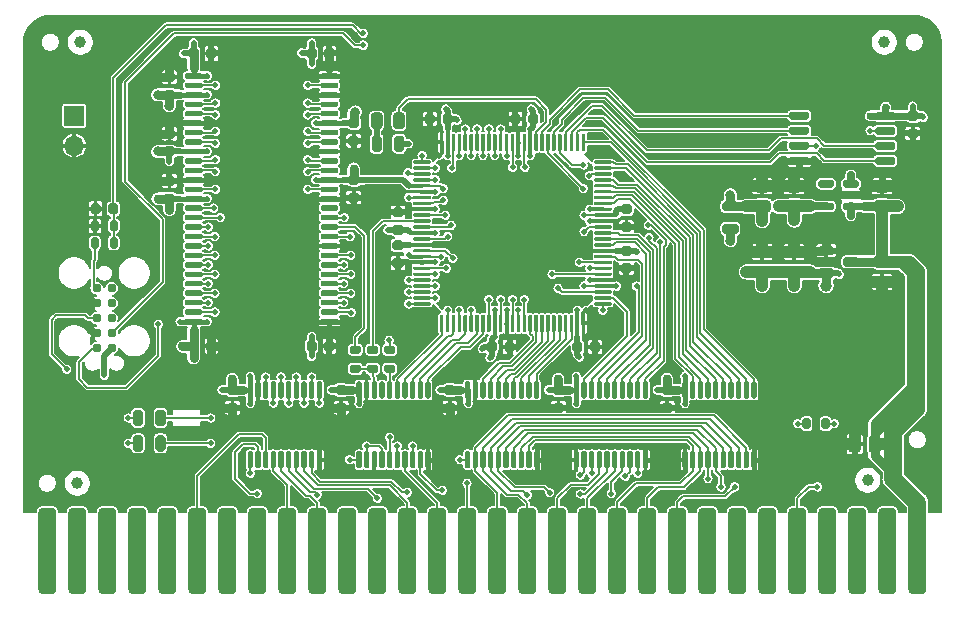
<source format=gtl>
G04 #@! TF.GenerationSoftware,KiCad,Pcbnew,(5.1.10-1-10_14)*
G04 #@! TF.CreationDate,2021-06-01T03:38:36-04:00*
G04 #@! TF.ProjectId,RAM2E,52414d32-452e-46b6-9963-61645f706362,2.0*
G04 #@! TF.SameCoordinates,Original*
G04 #@! TF.FileFunction,Copper,L1,Top*
G04 #@! TF.FilePolarity,Positive*
%FSLAX46Y46*%
G04 Gerber Fmt 4.6, Leading zero omitted, Abs format (unit mm)*
G04 Created by KiCad (PCBNEW (5.1.10-1-10_14)) date 2021-06-01 03:38:36*
%MOMM*%
%LPD*%
G01*
G04 APERTURE LIST*
G04 #@! TA.AperFunction,ConnectorPad*
%ADD10C,0.787400*%
G04 #@! TD*
G04 #@! TA.AperFunction,ComponentPad*
%ADD11O,1.700000X1.700000*%
G04 #@! TD*
G04 #@! TA.AperFunction,ComponentPad*
%ADD12R,1.700000X1.700000*%
G04 #@! TD*
G04 #@! TA.AperFunction,SMDPad,CuDef*
%ADD13C,1.000000*%
G04 #@! TD*
G04 #@! TA.AperFunction,ComponentPad*
%ADD14C,2.000000*%
G04 #@! TD*
G04 #@! TA.AperFunction,ViaPad*
%ADD15C,0.600000*%
G04 #@! TD*
G04 #@! TA.AperFunction,ViaPad*
%ADD16C,1.000000*%
G04 #@! TD*
G04 #@! TA.AperFunction,ViaPad*
%ADD17C,0.500000*%
G04 #@! TD*
G04 #@! TA.AperFunction,ViaPad*
%ADD18C,0.762000*%
G04 #@! TD*
G04 #@! TA.AperFunction,ViaPad*
%ADD19C,0.800000*%
G04 #@! TD*
G04 #@! TA.AperFunction,ViaPad*
%ADD20C,0.508000*%
G04 #@! TD*
G04 #@! TA.AperFunction,Conductor*
%ADD21C,0.800000*%
G04 #@! TD*
G04 #@! TA.AperFunction,Conductor*
%ADD22C,1.000000*%
G04 #@! TD*
G04 #@! TA.AperFunction,Conductor*
%ADD23C,0.600000*%
G04 #@! TD*
G04 #@! TA.AperFunction,Conductor*
%ADD24C,0.650000*%
G04 #@! TD*
G04 #@! TA.AperFunction,Conductor*
%ADD25C,0.450000*%
G04 #@! TD*
G04 #@! TA.AperFunction,Conductor*
%ADD26C,0.762000*%
G04 #@! TD*
G04 #@! TA.AperFunction,Conductor*
%ADD27C,1.524000*%
G04 #@! TD*
G04 #@! TA.AperFunction,Conductor*
%ADD28C,0.508000*%
G04 #@! TD*
G04 #@! TA.AperFunction,Conductor*
%ADD29C,0.300000*%
G04 #@! TD*
G04 #@! TA.AperFunction,Conductor*
%ADD30C,0.500000*%
G04 #@! TD*
G04 #@! TA.AperFunction,Conductor*
%ADD31C,0.150000*%
G04 #@! TD*
G04 #@! TA.AperFunction,Conductor*
%ADD32C,0.200000*%
G04 #@! TD*
G04 #@! TA.AperFunction,Conductor*
%ADD33C,0.152400*%
G04 #@! TD*
G04 #@! TA.AperFunction,Conductor*
%ADD34C,0.154000*%
G04 #@! TD*
G04 #@! TA.AperFunction,Conductor*
%ADD35C,0.100000*%
G04 #@! TD*
G04 APERTURE END LIST*
G04 #@! TA.AperFunction,SMDPad,CuDef*
G36*
G01*
X229050000Y-98393750D02*
X229050000Y-99306250D01*
G75*
G02*
X228806250Y-99550000I-243750J0D01*
G01*
X228318750Y-99550000D01*
G75*
G02*
X228075000Y-99306250I0J243750D01*
G01*
X228075000Y-98393750D01*
G75*
G02*
X228318750Y-98150000I243750J0D01*
G01*
X228806250Y-98150000D01*
G75*
G02*
X229050000Y-98393750I0J-243750D01*
G01*
G37*
G04 #@! TD.AperFunction*
G04 #@! TA.AperFunction,SMDPad,CuDef*
G36*
G01*
X230925000Y-98393750D02*
X230925000Y-99306250D01*
G75*
G02*
X230681250Y-99550000I-243750J0D01*
G01*
X230193750Y-99550000D01*
G75*
G02*
X229950000Y-99306250I0J243750D01*
G01*
X229950000Y-98393750D01*
G75*
G02*
X230193750Y-98150000I243750J0D01*
G01*
X230681250Y-98150000D01*
G75*
G02*
X230925000Y-98393750I0J-243750D01*
G01*
G37*
G04 #@! TD.AperFunction*
G04 #@! TA.AperFunction,SMDPad,CuDef*
G36*
G01*
X230025000Y-101287500D02*
X230025000Y-100312500D01*
G75*
G02*
X230237500Y-100100000I212500J0D01*
G01*
X230662500Y-100100000D01*
G75*
G02*
X230875000Y-100312500I0J-212500D01*
G01*
X230875000Y-101287500D01*
G75*
G02*
X230662500Y-101500000I-212500J0D01*
G01*
X230237500Y-101500000D01*
G75*
G02*
X230025000Y-101287500I0J212500D01*
G01*
G37*
G04 #@! TD.AperFunction*
G04 #@! TA.AperFunction,SMDPad,CuDef*
G36*
G01*
X228125000Y-101287500D02*
X228125000Y-100312500D01*
G75*
G02*
X228337500Y-100100000I212500J0D01*
G01*
X228762500Y-100100000D01*
G75*
G02*
X228975000Y-100312500I0J-212500D01*
G01*
X228975000Y-101287500D01*
G75*
G02*
X228762500Y-101500000I-212500J0D01*
G01*
X228337500Y-101500000D01*
G75*
G02*
X228125000Y-101287500I0J212500D01*
G01*
G37*
G04 #@! TD.AperFunction*
D10*
X206121000Y-113030000D03*
X206121000Y-114300000D03*
X206121000Y-115570000D03*
X206121000Y-116840000D03*
X206121000Y-118110000D03*
X204851000Y-118110000D03*
X204851000Y-116840000D03*
X204851000Y-115570000D03*
X204851000Y-114300000D03*
X204851000Y-113030000D03*
G04 #@! TA.AperFunction,SMDPad,CuDef*
G36*
G01*
X234487500Y-122725000D02*
X235012500Y-122725000D01*
G75*
G02*
X235225000Y-122937500I0J-212500D01*
G01*
X235225000Y-123362500D01*
G75*
G02*
X235012500Y-123575000I-212500J0D01*
G01*
X234487500Y-123575000D01*
G75*
G02*
X234275000Y-123362500I0J212500D01*
G01*
X234275000Y-122937500D01*
G75*
G02*
X234487500Y-122725000I212500J0D01*
G01*
G37*
G04 #@! TD.AperFunction*
G04 #@! TA.AperFunction,SMDPad,CuDef*
G36*
G01*
X234487500Y-121225000D02*
X235012500Y-121225000D01*
G75*
G02*
X235225000Y-121437500I0J-212500D01*
G01*
X235225000Y-121862500D01*
G75*
G02*
X235012500Y-122075000I-212500J0D01*
G01*
X234487500Y-122075000D01*
G75*
G02*
X234275000Y-121862500I0J212500D01*
G01*
X234275000Y-121437500D01*
G75*
G02*
X234487500Y-121225000I212500J0D01*
G01*
G37*
G04 #@! TD.AperFunction*
G04 #@! TA.AperFunction,SMDPad,CuDef*
G36*
G01*
X269375000Y-105937500D02*
X269375000Y-106262500D01*
G75*
G02*
X269212500Y-106425000I-162500J0D01*
G01*
X268187500Y-106425000D01*
G75*
G02*
X268025000Y-106262500I0J162500D01*
G01*
X268025000Y-105937500D01*
G75*
G02*
X268187500Y-105775000I162500J0D01*
G01*
X269212500Y-105775000D01*
G75*
G02*
X269375000Y-105937500I0J-162500D01*
G01*
G37*
G04 #@! TD.AperFunction*
G04 #@! TA.AperFunction,SMDPad,CuDef*
G36*
G01*
X269375000Y-104037500D02*
X269375000Y-104362500D01*
G75*
G02*
X269212500Y-104525000I-162500J0D01*
G01*
X268187500Y-104525000D01*
G75*
G02*
X268025000Y-104362500I0J162500D01*
G01*
X268025000Y-104037500D01*
G75*
G02*
X268187500Y-103875000I162500J0D01*
G01*
X269212500Y-103875000D01*
G75*
G02*
X269375000Y-104037500I0J-162500D01*
G01*
G37*
G04 #@! TD.AperFunction*
G04 #@! TA.AperFunction,SMDPad,CuDef*
G36*
G01*
X269375000Y-104987500D02*
X269375000Y-105312500D01*
G75*
G02*
X269212500Y-105475000I-162500J0D01*
G01*
X268187500Y-105475000D01*
G75*
G02*
X268025000Y-105312500I0J162500D01*
G01*
X268025000Y-104987500D01*
G75*
G02*
X268187500Y-104825000I162500J0D01*
G01*
X269212500Y-104825000D01*
G75*
G02*
X269375000Y-104987500I0J-162500D01*
G01*
G37*
G04 #@! TD.AperFunction*
G04 #@! TA.AperFunction,SMDPad,CuDef*
G36*
G01*
X267275000Y-105937500D02*
X267275000Y-106262500D01*
G75*
G02*
X267112500Y-106425000I-162500J0D01*
G01*
X266087500Y-106425000D01*
G75*
G02*
X265925000Y-106262500I0J162500D01*
G01*
X265925000Y-105937500D01*
G75*
G02*
X266087500Y-105775000I162500J0D01*
G01*
X267112500Y-105775000D01*
G75*
G02*
X267275000Y-105937500I0J-162500D01*
G01*
G37*
G04 #@! TD.AperFunction*
G04 #@! TA.AperFunction,SMDPad,CuDef*
G36*
G01*
X267275000Y-104037500D02*
X267275000Y-104362500D01*
G75*
G02*
X267112500Y-104525000I-162500J0D01*
G01*
X266087500Y-104525000D01*
G75*
G02*
X265925000Y-104362500I0J162500D01*
G01*
X265925000Y-104037500D01*
G75*
G02*
X266087500Y-103875000I162500J0D01*
G01*
X267112500Y-103875000D01*
G75*
G02*
X267275000Y-104037500I0J-162500D01*
G01*
G37*
G04 #@! TD.AperFunction*
G04 #@! TA.AperFunction,SMDPad,CuDef*
G36*
G01*
X233050000Y-114500000D02*
X231725000Y-114500000D01*
G75*
G02*
X231650000Y-114425000I0J75000D01*
G01*
X231650000Y-114275000D01*
G75*
G02*
X231725000Y-114200000I75000J0D01*
G01*
X233050000Y-114200000D01*
G75*
G02*
X233125000Y-114275000I0J-75000D01*
G01*
X233125000Y-114425000D01*
G75*
G02*
X233050000Y-114500000I-75000J0D01*
G01*
G37*
G04 #@! TD.AperFunction*
G04 #@! TA.AperFunction,SMDPad,CuDef*
G36*
G01*
X233050000Y-114000000D02*
X231725000Y-114000000D01*
G75*
G02*
X231650000Y-113925000I0J75000D01*
G01*
X231650000Y-113775000D01*
G75*
G02*
X231725000Y-113700000I75000J0D01*
G01*
X233050000Y-113700000D01*
G75*
G02*
X233125000Y-113775000I0J-75000D01*
G01*
X233125000Y-113925000D01*
G75*
G02*
X233050000Y-114000000I-75000J0D01*
G01*
G37*
G04 #@! TD.AperFunction*
G04 #@! TA.AperFunction,SMDPad,CuDef*
G36*
G01*
X233050000Y-113500000D02*
X231725000Y-113500000D01*
G75*
G02*
X231650000Y-113425000I0J75000D01*
G01*
X231650000Y-113275000D01*
G75*
G02*
X231725000Y-113200000I75000J0D01*
G01*
X233050000Y-113200000D01*
G75*
G02*
X233125000Y-113275000I0J-75000D01*
G01*
X233125000Y-113425000D01*
G75*
G02*
X233050000Y-113500000I-75000J0D01*
G01*
G37*
G04 #@! TD.AperFunction*
G04 #@! TA.AperFunction,SMDPad,CuDef*
G36*
G01*
X233050000Y-113000000D02*
X231725000Y-113000000D01*
G75*
G02*
X231650000Y-112925000I0J75000D01*
G01*
X231650000Y-112775000D01*
G75*
G02*
X231725000Y-112700000I75000J0D01*
G01*
X233050000Y-112700000D01*
G75*
G02*
X233125000Y-112775000I0J-75000D01*
G01*
X233125000Y-112925000D01*
G75*
G02*
X233050000Y-113000000I-75000J0D01*
G01*
G37*
G04 #@! TD.AperFunction*
G04 #@! TA.AperFunction,SMDPad,CuDef*
G36*
G01*
X233050000Y-112500000D02*
X231725000Y-112500000D01*
G75*
G02*
X231650000Y-112425000I0J75000D01*
G01*
X231650000Y-112275000D01*
G75*
G02*
X231725000Y-112200000I75000J0D01*
G01*
X233050000Y-112200000D01*
G75*
G02*
X233125000Y-112275000I0J-75000D01*
G01*
X233125000Y-112425000D01*
G75*
G02*
X233050000Y-112500000I-75000J0D01*
G01*
G37*
G04 #@! TD.AperFunction*
G04 #@! TA.AperFunction,SMDPad,CuDef*
G36*
G01*
X233050000Y-112000000D02*
X231725000Y-112000000D01*
G75*
G02*
X231650000Y-111925000I0J75000D01*
G01*
X231650000Y-111775000D01*
G75*
G02*
X231725000Y-111700000I75000J0D01*
G01*
X233050000Y-111700000D01*
G75*
G02*
X233125000Y-111775000I0J-75000D01*
G01*
X233125000Y-111925000D01*
G75*
G02*
X233050000Y-112000000I-75000J0D01*
G01*
G37*
G04 #@! TD.AperFunction*
G04 #@! TA.AperFunction,SMDPad,CuDef*
G36*
G01*
X233050000Y-111500000D02*
X231725000Y-111500000D01*
G75*
G02*
X231650000Y-111425000I0J75000D01*
G01*
X231650000Y-111275000D01*
G75*
G02*
X231725000Y-111200000I75000J0D01*
G01*
X233050000Y-111200000D01*
G75*
G02*
X233125000Y-111275000I0J-75000D01*
G01*
X233125000Y-111425000D01*
G75*
G02*
X233050000Y-111500000I-75000J0D01*
G01*
G37*
G04 #@! TD.AperFunction*
G04 #@! TA.AperFunction,SMDPad,CuDef*
G36*
G01*
X233050000Y-111000000D02*
X231725000Y-111000000D01*
G75*
G02*
X231650000Y-110925000I0J75000D01*
G01*
X231650000Y-110775000D01*
G75*
G02*
X231725000Y-110700000I75000J0D01*
G01*
X233050000Y-110700000D01*
G75*
G02*
X233125000Y-110775000I0J-75000D01*
G01*
X233125000Y-110925000D01*
G75*
G02*
X233050000Y-111000000I-75000J0D01*
G01*
G37*
G04 #@! TD.AperFunction*
G04 #@! TA.AperFunction,SMDPad,CuDef*
G36*
G01*
X233050000Y-110500000D02*
X231725000Y-110500000D01*
G75*
G02*
X231650000Y-110425000I0J75000D01*
G01*
X231650000Y-110275000D01*
G75*
G02*
X231725000Y-110200000I75000J0D01*
G01*
X233050000Y-110200000D01*
G75*
G02*
X233125000Y-110275000I0J-75000D01*
G01*
X233125000Y-110425000D01*
G75*
G02*
X233050000Y-110500000I-75000J0D01*
G01*
G37*
G04 #@! TD.AperFunction*
G04 #@! TA.AperFunction,SMDPad,CuDef*
G36*
G01*
X233050000Y-110000000D02*
X231725000Y-110000000D01*
G75*
G02*
X231650000Y-109925000I0J75000D01*
G01*
X231650000Y-109775000D01*
G75*
G02*
X231725000Y-109700000I75000J0D01*
G01*
X233050000Y-109700000D01*
G75*
G02*
X233125000Y-109775000I0J-75000D01*
G01*
X233125000Y-109925000D01*
G75*
G02*
X233050000Y-110000000I-75000J0D01*
G01*
G37*
G04 #@! TD.AperFunction*
G04 #@! TA.AperFunction,SMDPad,CuDef*
G36*
G01*
X233050000Y-109500000D02*
X231725000Y-109500000D01*
G75*
G02*
X231650000Y-109425000I0J75000D01*
G01*
X231650000Y-109275000D01*
G75*
G02*
X231725000Y-109200000I75000J0D01*
G01*
X233050000Y-109200000D01*
G75*
G02*
X233125000Y-109275000I0J-75000D01*
G01*
X233125000Y-109425000D01*
G75*
G02*
X233050000Y-109500000I-75000J0D01*
G01*
G37*
G04 #@! TD.AperFunction*
G04 #@! TA.AperFunction,SMDPad,CuDef*
G36*
G01*
X233050000Y-109000000D02*
X231725000Y-109000000D01*
G75*
G02*
X231650000Y-108925000I0J75000D01*
G01*
X231650000Y-108775000D01*
G75*
G02*
X231725000Y-108700000I75000J0D01*
G01*
X233050000Y-108700000D01*
G75*
G02*
X233125000Y-108775000I0J-75000D01*
G01*
X233125000Y-108925000D01*
G75*
G02*
X233050000Y-109000000I-75000J0D01*
G01*
G37*
G04 #@! TD.AperFunction*
G04 #@! TA.AperFunction,SMDPad,CuDef*
G36*
G01*
X233050000Y-108500000D02*
X231725000Y-108500000D01*
G75*
G02*
X231650000Y-108425000I0J75000D01*
G01*
X231650000Y-108275000D01*
G75*
G02*
X231725000Y-108200000I75000J0D01*
G01*
X233050000Y-108200000D01*
G75*
G02*
X233125000Y-108275000I0J-75000D01*
G01*
X233125000Y-108425000D01*
G75*
G02*
X233050000Y-108500000I-75000J0D01*
G01*
G37*
G04 #@! TD.AperFunction*
G04 #@! TA.AperFunction,SMDPad,CuDef*
G36*
G01*
X233050000Y-108000000D02*
X231725000Y-108000000D01*
G75*
G02*
X231650000Y-107925000I0J75000D01*
G01*
X231650000Y-107775000D01*
G75*
G02*
X231725000Y-107700000I75000J0D01*
G01*
X233050000Y-107700000D01*
G75*
G02*
X233125000Y-107775000I0J-75000D01*
G01*
X233125000Y-107925000D01*
G75*
G02*
X233050000Y-108000000I-75000J0D01*
G01*
G37*
G04 #@! TD.AperFunction*
G04 #@! TA.AperFunction,SMDPad,CuDef*
G36*
G01*
X233050000Y-107500000D02*
X231725000Y-107500000D01*
G75*
G02*
X231650000Y-107425000I0J75000D01*
G01*
X231650000Y-107275000D01*
G75*
G02*
X231725000Y-107200000I75000J0D01*
G01*
X233050000Y-107200000D01*
G75*
G02*
X233125000Y-107275000I0J-75000D01*
G01*
X233125000Y-107425000D01*
G75*
G02*
X233050000Y-107500000I-75000J0D01*
G01*
G37*
G04 #@! TD.AperFunction*
G04 #@! TA.AperFunction,SMDPad,CuDef*
G36*
G01*
X233050000Y-107000000D02*
X231725000Y-107000000D01*
G75*
G02*
X231650000Y-106925000I0J75000D01*
G01*
X231650000Y-106775000D01*
G75*
G02*
X231725000Y-106700000I75000J0D01*
G01*
X233050000Y-106700000D01*
G75*
G02*
X233125000Y-106775000I0J-75000D01*
G01*
X233125000Y-106925000D01*
G75*
G02*
X233050000Y-107000000I-75000J0D01*
G01*
G37*
G04 #@! TD.AperFunction*
G04 #@! TA.AperFunction,SMDPad,CuDef*
G36*
G01*
X233050000Y-106500000D02*
X231725000Y-106500000D01*
G75*
G02*
X231650000Y-106425000I0J75000D01*
G01*
X231650000Y-106275000D01*
G75*
G02*
X231725000Y-106200000I75000J0D01*
G01*
X233050000Y-106200000D01*
G75*
G02*
X233125000Y-106275000I0J-75000D01*
G01*
X233125000Y-106425000D01*
G75*
G02*
X233050000Y-106500000I-75000J0D01*
G01*
G37*
G04 #@! TD.AperFunction*
G04 #@! TA.AperFunction,SMDPad,CuDef*
G36*
G01*
X233050000Y-106000000D02*
X231725000Y-106000000D01*
G75*
G02*
X231650000Y-105925000I0J75000D01*
G01*
X231650000Y-105775000D01*
G75*
G02*
X231725000Y-105700000I75000J0D01*
G01*
X233050000Y-105700000D01*
G75*
G02*
X233125000Y-105775000I0J-75000D01*
G01*
X233125000Y-105925000D01*
G75*
G02*
X233050000Y-106000000I-75000J0D01*
G01*
G37*
G04 #@! TD.AperFunction*
G04 #@! TA.AperFunction,SMDPad,CuDef*
G36*
G01*
X233050000Y-105500000D02*
X231725000Y-105500000D01*
G75*
G02*
X231650000Y-105425000I0J75000D01*
G01*
X231650000Y-105275000D01*
G75*
G02*
X231725000Y-105200000I75000J0D01*
G01*
X233050000Y-105200000D01*
G75*
G02*
X233125000Y-105275000I0J-75000D01*
G01*
X233125000Y-105425000D01*
G75*
G02*
X233050000Y-105500000I-75000J0D01*
G01*
G37*
G04 #@! TD.AperFunction*
G04 #@! TA.AperFunction,SMDPad,CuDef*
G36*
G01*
X233050000Y-105000000D02*
X231725000Y-105000000D01*
G75*
G02*
X231650000Y-104925000I0J75000D01*
G01*
X231650000Y-104775000D01*
G75*
G02*
X231725000Y-104700000I75000J0D01*
G01*
X233050000Y-104700000D01*
G75*
G02*
X233125000Y-104775000I0J-75000D01*
G01*
X233125000Y-104925000D01*
G75*
G02*
X233050000Y-105000000I-75000J0D01*
G01*
G37*
G04 #@! TD.AperFunction*
G04 #@! TA.AperFunction,SMDPad,CuDef*
G36*
G01*
X233050000Y-104500000D02*
X231725000Y-104500000D01*
G75*
G02*
X231650000Y-104425000I0J75000D01*
G01*
X231650000Y-104275000D01*
G75*
G02*
X231725000Y-104200000I75000J0D01*
G01*
X233050000Y-104200000D01*
G75*
G02*
X233125000Y-104275000I0J-75000D01*
G01*
X233125000Y-104425000D01*
G75*
G02*
X233050000Y-104500000I-75000J0D01*
G01*
G37*
G04 #@! TD.AperFunction*
G04 #@! TA.AperFunction,SMDPad,CuDef*
G36*
G01*
X233050000Y-104000000D02*
X231725000Y-104000000D01*
G75*
G02*
X231650000Y-103925000I0J75000D01*
G01*
X231650000Y-103775000D01*
G75*
G02*
X231725000Y-103700000I75000J0D01*
G01*
X233050000Y-103700000D01*
G75*
G02*
X233125000Y-103775000I0J-75000D01*
G01*
X233125000Y-103925000D01*
G75*
G02*
X233050000Y-104000000I-75000J0D01*
G01*
G37*
G04 #@! TD.AperFunction*
G04 #@! TA.AperFunction,SMDPad,CuDef*
G36*
G01*
X233050000Y-103500000D02*
X231725000Y-103500000D01*
G75*
G02*
X231650000Y-103425000I0J75000D01*
G01*
X231650000Y-103275000D01*
G75*
G02*
X231725000Y-103200000I75000J0D01*
G01*
X233050000Y-103200000D01*
G75*
G02*
X233125000Y-103275000I0J-75000D01*
G01*
X233125000Y-103425000D01*
G75*
G02*
X233050000Y-103500000I-75000J0D01*
G01*
G37*
G04 #@! TD.AperFunction*
G04 #@! TA.AperFunction,SMDPad,CuDef*
G36*
G01*
X233050000Y-103000000D02*
X231725000Y-103000000D01*
G75*
G02*
X231650000Y-102925000I0J75000D01*
G01*
X231650000Y-102775000D01*
G75*
G02*
X231725000Y-102700000I75000J0D01*
G01*
X233050000Y-102700000D01*
G75*
G02*
X233125000Y-102775000I0J-75000D01*
G01*
X233125000Y-102925000D01*
G75*
G02*
X233050000Y-103000000I-75000J0D01*
G01*
G37*
G04 #@! TD.AperFunction*
G04 #@! TA.AperFunction,SMDPad,CuDef*
G36*
G01*
X233050000Y-102500000D02*
X231725000Y-102500000D01*
G75*
G02*
X231650000Y-102425000I0J75000D01*
G01*
X231650000Y-102275000D01*
G75*
G02*
X231725000Y-102200000I75000J0D01*
G01*
X233050000Y-102200000D01*
G75*
G02*
X233125000Y-102275000I0J-75000D01*
G01*
X233125000Y-102425000D01*
G75*
G02*
X233050000Y-102500000I-75000J0D01*
G01*
G37*
G04 #@! TD.AperFunction*
G04 #@! TA.AperFunction,SMDPad,CuDef*
G36*
G01*
X234125000Y-101425000D02*
X233975000Y-101425000D01*
G75*
G02*
X233900000Y-101350000I0J75000D01*
G01*
X233900000Y-100025000D01*
G75*
G02*
X233975000Y-99950000I75000J0D01*
G01*
X234125000Y-99950000D01*
G75*
G02*
X234200000Y-100025000I0J-75000D01*
G01*
X234200000Y-101350000D01*
G75*
G02*
X234125000Y-101425000I-75000J0D01*
G01*
G37*
G04 #@! TD.AperFunction*
G04 #@! TA.AperFunction,SMDPad,CuDef*
G36*
G01*
X234625000Y-101425000D02*
X234475000Y-101425000D01*
G75*
G02*
X234400000Y-101350000I0J75000D01*
G01*
X234400000Y-100025000D01*
G75*
G02*
X234475000Y-99950000I75000J0D01*
G01*
X234625000Y-99950000D01*
G75*
G02*
X234700000Y-100025000I0J-75000D01*
G01*
X234700000Y-101350000D01*
G75*
G02*
X234625000Y-101425000I-75000J0D01*
G01*
G37*
G04 #@! TD.AperFunction*
G04 #@! TA.AperFunction,SMDPad,CuDef*
G36*
G01*
X235125000Y-101425000D02*
X234975000Y-101425000D01*
G75*
G02*
X234900000Y-101350000I0J75000D01*
G01*
X234900000Y-100025000D01*
G75*
G02*
X234975000Y-99950000I75000J0D01*
G01*
X235125000Y-99950000D01*
G75*
G02*
X235200000Y-100025000I0J-75000D01*
G01*
X235200000Y-101350000D01*
G75*
G02*
X235125000Y-101425000I-75000J0D01*
G01*
G37*
G04 #@! TD.AperFunction*
G04 #@! TA.AperFunction,SMDPad,CuDef*
G36*
G01*
X235625000Y-101425000D02*
X235475000Y-101425000D01*
G75*
G02*
X235400000Y-101350000I0J75000D01*
G01*
X235400000Y-100025000D01*
G75*
G02*
X235475000Y-99950000I75000J0D01*
G01*
X235625000Y-99950000D01*
G75*
G02*
X235700000Y-100025000I0J-75000D01*
G01*
X235700000Y-101350000D01*
G75*
G02*
X235625000Y-101425000I-75000J0D01*
G01*
G37*
G04 #@! TD.AperFunction*
G04 #@! TA.AperFunction,SMDPad,CuDef*
G36*
G01*
X236125000Y-101425000D02*
X235975000Y-101425000D01*
G75*
G02*
X235900000Y-101350000I0J75000D01*
G01*
X235900000Y-100025000D01*
G75*
G02*
X235975000Y-99950000I75000J0D01*
G01*
X236125000Y-99950000D01*
G75*
G02*
X236200000Y-100025000I0J-75000D01*
G01*
X236200000Y-101350000D01*
G75*
G02*
X236125000Y-101425000I-75000J0D01*
G01*
G37*
G04 #@! TD.AperFunction*
G04 #@! TA.AperFunction,SMDPad,CuDef*
G36*
G01*
X236625000Y-101425000D02*
X236475000Y-101425000D01*
G75*
G02*
X236400000Y-101350000I0J75000D01*
G01*
X236400000Y-100025000D01*
G75*
G02*
X236475000Y-99950000I75000J0D01*
G01*
X236625000Y-99950000D01*
G75*
G02*
X236700000Y-100025000I0J-75000D01*
G01*
X236700000Y-101350000D01*
G75*
G02*
X236625000Y-101425000I-75000J0D01*
G01*
G37*
G04 #@! TD.AperFunction*
G04 #@! TA.AperFunction,SMDPad,CuDef*
G36*
G01*
X237125000Y-101425000D02*
X236975000Y-101425000D01*
G75*
G02*
X236900000Y-101350000I0J75000D01*
G01*
X236900000Y-100025000D01*
G75*
G02*
X236975000Y-99950000I75000J0D01*
G01*
X237125000Y-99950000D01*
G75*
G02*
X237200000Y-100025000I0J-75000D01*
G01*
X237200000Y-101350000D01*
G75*
G02*
X237125000Y-101425000I-75000J0D01*
G01*
G37*
G04 #@! TD.AperFunction*
G04 #@! TA.AperFunction,SMDPad,CuDef*
G36*
G01*
X237625000Y-101425000D02*
X237475000Y-101425000D01*
G75*
G02*
X237400000Y-101350000I0J75000D01*
G01*
X237400000Y-100025000D01*
G75*
G02*
X237475000Y-99950000I75000J0D01*
G01*
X237625000Y-99950000D01*
G75*
G02*
X237700000Y-100025000I0J-75000D01*
G01*
X237700000Y-101350000D01*
G75*
G02*
X237625000Y-101425000I-75000J0D01*
G01*
G37*
G04 #@! TD.AperFunction*
G04 #@! TA.AperFunction,SMDPad,CuDef*
G36*
G01*
X238125000Y-101425000D02*
X237975000Y-101425000D01*
G75*
G02*
X237900000Y-101350000I0J75000D01*
G01*
X237900000Y-100025000D01*
G75*
G02*
X237975000Y-99950000I75000J0D01*
G01*
X238125000Y-99950000D01*
G75*
G02*
X238200000Y-100025000I0J-75000D01*
G01*
X238200000Y-101350000D01*
G75*
G02*
X238125000Y-101425000I-75000J0D01*
G01*
G37*
G04 #@! TD.AperFunction*
G04 #@! TA.AperFunction,SMDPad,CuDef*
G36*
G01*
X238625000Y-101425000D02*
X238475000Y-101425000D01*
G75*
G02*
X238400000Y-101350000I0J75000D01*
G01*
X238400000Y-100025000D01*
G75*
G02*
X238475000Y-99950000I75000J0D01*
G01*
X238625000Y-99950000D01*
G75*
G02*
X238700000Y-100025000I0J-75000D01*
G01*
X238700000Y-101350000D01*
G75*
G02*
X238625000Y-101425000I-75000J0D01*
G01*
G37*
G04 #@! TD.AperFunction*
G04 #@! TA.AperFunction,SMDPad,CuDef*
G36*
G01*
X239125000Y-101425000D02*
X238975000Y-101425000D01*
G75*
G02*
X238900000Y-101350000I0J75000D01*
G01*
X238900000Y-100025000D01*
G75*
G02*
X238975000Y-99950000I75000J0D01*
G01*
X239125000Y-99950000D01*
G75*
G02*
X239200000Y-100025000I0J-75000D01*
G01*
X239200000Y-101350000D01*
G75*
G02*
X239125000Y-101425000I-75000J0D01*
G01*
G37*
G04 #@! TD.AperFunction*
G04 #@! TA.AperFunction,SMDPad,CuDef*
G36*
G01*
X239625000Y-101425000D02*
X239475000Y-101425000D01*
G75*
G02*
X239400000Y-101350000I0J75000D01*
G01*
X239400000Y-100025000D01*
G75*
G02*
X239475000Y-99950000I75000J0D01*
G01*
X239625000Y-99950000D01*
G75*
G02*
X239700000Y-100025000I0J-75000D01*
G01*
X239700000Y-101350000D01*
G75*
G02*
X239625000Y-101425000I-75000J0D01*
G01*
G37*
G04 #@! TD.AperFunction*
G04 #@! TA.AperFunction,SMDPad,CuDef*
G36*
G01*
X240125000Y-101425000D02*
X239975000Y-101425000D01*
G75*
G02*
X239900000Y-101350000I0J75000D01*
G01*
X239900000Y-100025000D01*
G75*
G02*
X239975000Y-99950000I75000J0D01*
G01*
X240125000Y-99950000D01*
G75*
G02*
X240200000Y-100025000I0J-75000D01*
G01*
X240200000Y-101350000D01*
G75*
G02*
X240125000Y-101425000I-75000J0D01*
G01*
G37*
G04 #@! TD.AperFunction*
G04 #@! TA.AperFunction,SMDPad,CuDef*
G36*
G01*
X240625000Y-101425000D02*
X240475000Y-101425000D01*
G75*
G02*
X240400000Y-101350000I0J75000D01*
G01*
X240400000Y-100025000D01*
G75*
G02*
X240475000Y-99950000I75000J0D01*
G01*
X240625000Y-99950000D01*
G75*
G02*
X240700000Y-100025000I0J-75000D01*
G01*
X240700000Y-101350000D01*
G75*
G02*
X240625000Y-101425000I-75000J0D01*
G01*
G37*
G04 #@! TD.AperFunction*
G04 #@! TA.AperFunction,SMDPad,CuDef*
G36*
G01*
X241125000Y-101425000D02*
X240975000Y-101425000D01*
G75*
G02*
X240900000Y-101350000I0J75000D01*
G01*
X240900000Y-100025000D01*
G75*
G02*
X240975000Y-99950000I75000J0D01*
G01*
X241125000Y-99950000D01*
G75*
G02*
X241200000Y-100025000I0J-75000D01*
G01*
X241200000Y-101350000D01*
G75*
G02*
X241125000Y-101425000I-75000J0D01*
G01*
G37*
G04 #@! TD.AperFunction*
G04 #@! TA.AperFunction,SMDPad,CuDef*
G36*
G01*
X241625000Y-101425000D02*
X241475000Y-101425000D01*
G75*
G02*
X241400000Y-101350000I0J75000D01*
G01*
X241400000Y-100025000D01*
G75*
G02*
X241475000Y-99950000I75000J0D01*
G01*
X241625000Y-99950000D01*
G75*
G02*
X241700000Y-100025000I0J-75000D01*
G01*
X241700000Y-101350000D01*
G75*
G02*
X241625000Y-101425000I-75000J0D01*
G01*
G37*
G04 #@! TD.AperFunction*
G04 #@! TA.AperFunction,SMDPad,CuDef*
G36*
G01*
X242125000Y-101425000D02*
X241975000Y-101425000D01*
G75*
G02*
X241900000Y-101350000I0J75000D01*
G01*
X241900000Y-100025000D01*
G75*
G02*
X241975000Y-99950000I75000J0D01*
G01*
X242125000Y-99950000D01*
G75*
G02*
X242200000Y-100025000I0J-75000D01*
G01*
X242200000Y-101350000D01*
G75*
G02*
X242125000Y-101425000I-75000J0D01*
G01*
G37*
G04 #@! TD.AperFunction*
G04 #@! TA.AperFunction,SMDPad,CuDef*
G36*
G01*
X242625000Y-101425000D02*
X242475000Y-101425000D01*
G75*
G02*
X242400000Y-101350000I0J75000D01*
G01*
X242400000Y-100025000D01*
G75*
G02*
X242475000Y-99950000I75000J0D01*
G01*
X242625000Y-99950000D01*
G75*
G02*
X242700000Y-100025000I0J-75000D01*
G01*
X242700000Y-101350000D01*
G75*
G02*
X242625000Y-101425000I-75000J0D01*
G01*
G37*
G04 #@! TD.AperFunction*
G04 #@! TA.AperFunction,SMDPad,CuDef*
G36*
G01*
X243125000Y-101425000D02*
X242975000Y-101425000D01*
G75*
G02*
X242900000Y-101350000I0J75000D01*
G01*
X242900000Y-100025000D01*
G75*
G02*
X242975000Y-99950000I75000J0D01*
G01*
X243125000Y-99950000D01*
G75*
G02*
X243200000Y-100025000I0J-75000D01*
G01*
X243200000Y-101350000D01*
G75*
G02*
X243125000Y-101425000I-75000J0D01*
G01*
G37*
G04 #@! TD.AperFunction*
G04 #@! TA.AperFunction,SMDPad,CuDef*
G36*
G01*
X243625000Y-101425000D02*
X243475000Y-101425000D01*
G75*
G02*
X243400000Y-101350000I0J75000D01*
G01*
X243400000Y-100025000D01*
G75*
G02*
X243475000Y-99950000I75000J0D01*
G01*
X243625000Y-99950000D01*
G75*
G02*
X243700000Y-100025000I0J-75000D01*
G01*
X243700000Y-101350000D01*
G75*
G02*
X243625000Y-101425000I-75000J0D01*
G01*
G37*
G04 #@! TD.AperFunction*
G04 #@! TA.AperFunction,SMDPad,CuDef*
G36*
G01*
X244125000Y-101425000D02*
X243975000Y-101425000D01*
G75*
G02*
X243900000Y-101350000I0J75000D01*
G01*
X243900000Y-100025000D01*
G75*
G02*
X243975000Y-99950000I75000J0D01*
G01*
X244125000Y-99950000D01*
G75*
G02*
X244200000Y-100025000I0J-75000D01*
G01*
X244200000Y-101350000D01*
G75*
G02*
X244125000Y-101425000I-75000J0D01*
G01*
G37*
G04 #@! TD.AperFunction*
G04 #@! TA.AperFunction,SMDPad,CuDef*
G36*
G01*
X244625000Y-101425000D02*
X244475000Y-101425000D01*
G75*
G02*
X244400000Y-101350000I0J75000D01*
G01*
X244400000Y-100025000D01*
G75*
G02*
X244475000Y-99950000I75000J0D01*
G01*
X244625000Y-99950000D01*
G75*
G02*
X244700000Y-100025000I0J-75000D01*
G01*
X244700000Y-101350000D01*
G75*
G02*
X244625000Y-101425000I-75000J0D01*
G01*
G37*
G04 #@! TD.AperFunction*
G04 #@! TA.AperFunction,SMDPad,CuDef*
G36*
G01*
X245125000Y-101425000D02*
X244975000Y-101425000D01*
G75*
G02*
X244900000Y-101350000I0J75000D01*
G01*
X244900000Y-100025000D01*
G75*
G02*
X244975000Y-99950000I75000J0D01*
G01*
X245125000Y-99950000D01*
G75*
G02*
X245200000Y-100025000I0J-75000D01*
G01*
X245200000Y-101350000D01*
G75*
G02*
X245125000Y-101425000I-75000J0D01*
G01*
G37*
G04 #@! TD.AperFunction*
G04 #@! TA.AperFunction,SMDPad,CuDef*
G36*
G01*
X245625000Y-101425000D02*
X245475000Y-101425000D01*
G75*
G02*
X245400000Y-101350000I0J75000D01*
G01*
X245400000Y-100025000D01*
G75*
G02*
X245475000Y-99950000I75000J0D01*
G01*
X245625000Y-99950000D01*
G75*
G02*
X245700000Y-100025000I0J-75000D01*
G01*
X245700000Y-101350000D01*
G75*
G02*
X245625000Y-101425000I-75000J0D01*
G01*
G37*
G04 #@! TD.AperFunction*
G04 #@! TA.AperFunction,SMDPad,CuDef*
G36*
G01*
X246125000Y-101425000D02*
X245975000Y-101425000D01*
G75*
G02*
X245900000Y-101350000I0J75000D01*
G01*
X245900000Y-100025000D01*
G75*
G02*
X245975000Y-99950000I75000J0D01*
G01*
X246125000Y-99950000D01*
G75*
G02*
X246200000Y-100025000I0J-75000D01*
G01*
X246200000Y-101350000D01*
G75*
G02*
X246125000Y-101425000I-75000J0D01*
G01*
G37*
G04 #@! TD.AperFunction*
G04 #@! TA.AperFunction,SMDPad,CuDef*
G36*
G01*
X248375000Y-102500000D02*
X247050000Y-102500000D01*
G75*
G02*
X246975000Y-102425000I0J75000D01*
G01*
X246975000Y-102275000D01*
G75*
G02*
X247050000Y-102200000I75000J0D01*
G01*
X248375000Y-102200000D01*
G75*
G02*
X248450000Y-102275000I0J-75000D01*
G01*
X248450000Y-102425000D01*
G75*
G02*
X248375000Y-102500000I-75000J0D01*
G01*
G37*
G04 #@! TD.AperFunction*
G04 #@! TA.AperFunction,SMDPad,CuDef*
G36*
G01*
X248375000Y-103000000D02*
X247050000Y-103000000D01*
G75*
G02*
X246975000Y-102925000I0J75000D01*
G01*
X246975000Y-102775000D01*
G75*
G02*
X247050000Y-102700000I75000J0D01*
G01*
X248375000Y-102700000D01*
G75*
G02*
X248450000Y-102775000I0J-75000D01*
G01*
X248450000Y-102925000D01*
G75*
G02*
X248375000Y-103000000I-75000J0D01*
G01*
G37*
G04 #@! TD.AperFunction*
G04 #@! TA.AperFunction,SMDPad,CuDef*
G36*
G01*
X248375000Y-103500000D02*
X247050000Y-103500000D01*
G75*
G02*
X246975000Y-103425000I0J75000D01*
G01*
X246975000Y-103275000D01*
G75*
G02*
X247050000Y-103200000I75000J0D01*
G01*
X248375000Y-103200000D01*
G75*
G02*
X248450000Y-103275000I0J-75000D01*
G01*
X248450000Y-103425000D01*
G75*
G02*
X248375000Y-103500000I-75000J0D01*
G01*
G37*
G04 #@! TD.AperFunction*
G04 #@! TA.AperFunction,SMDPad,CuDef*
G36*
G01*
X248375000Y-104000000D02*
X247050000Y-104000000D01*
G75*
G02*
X246975000Y-103925000I0J75000D01*
G01*
X246975000Y-103775000D01*
G75*
G02*
X247050000Y-103700000I75000J0D01*
G01*
X248375000Y-103700000D01*
G75*
G02*
X248450000Y-103775000I0J-75000D01*
G01*
X248450000Y-103925000D01*
G75*
G02*
X248375000Y-104000000I-75000J0D01*
G01*
G37*
G04 #@! TD.AperFunction*
G04 #@! TA.AperFunction,SMDPad,CuDef*
G36*
G01*
X248375000Y-104500000D02*
X247050000Y-104500000D01*
G75*
G02*
X246975000Y-104425000I0J75000D01*
G01*
X246975000Y-104275000D01*
G75*
G02*
X247050000Y-104200000I75000J0D01*
G01*
X248375000Y-104200000D01*
G75*
G02*
X248450000Y-104275000I0J-75000D01*
G01*
X248450000Y-104425000D01*
G75*
G02*
X248375000Y-104500000I-75000J0D01*
G01*
G37*
G04 #@! TD.AperFunction*
G04 #@! TA.AperFunction,SMDPad,CuDef*
G36*
G01*
X248375000Y-105000000D02*
X247050000Y-105000000D01*
G75*
G02*
X246975000Y-104925000I0J75000D01*
G01*
X246975000Y-104775000D01*
G75*
G02*
X247050000Y-104700000I75000J0D01*
G01*
X248375000Y-104700000D01*
G75*
G02*
X248450000Y-104775000I0J-75000D01*
G01*
X248450000Y-104925000D01*
G75*
G02*
X248375000Y-105000000I-75000J0D01*
G01*
G37*
G04 #@! TD.AperFunction*
G04 #@! TA.AperFunction,SMDPad,CuDef*
G36*
G01*
X248375000Y-105500000D02*
X247050000Y-105500000D01*
G75*
G02*
X246975000Y-105425000I0J75000D01*
G01*
X246975000Y-105275000D01*
G75*
G02*
X247050000Y-105200000I75000J0D01*
G01*
X248375000Y-105200000D01*
G75*
G02*
X248450000Y-105275000I0J-75000D01*
G01*
X248450000Y-105425000D01*
G75*
G02*
X248375000Y-105500000I-75000J0D01*
G01*
G37*
G04 #@! TD.AperFunction*
G04 #@! TA.AperFunction,SMDPad,CuDef*
G36*
G01*
X248375000Y-106000000D02*
X247050000Y-106000000D01*
G75*
G02*
X246975000Y-105925000I0J75000D01*
G01*
X246975000Y-105775000D01*
G75*
G02*
X247050000Y-105700000I75000J0D01*
G01*
X248375000Y-105700000D01*
G75*
G02*
X248450000Y-105775000I0J-75000D01*
G01*
X248450000Y-105925000D01*
G75*
G02*
X248375000Y-106000000I-75000J0D01*
G01*
G37*
G04 #@! TD.AperFunction*
G04 #@! TA.AperFunction,SMDPad,CuDef*
G36*
G01*
X248375000Y-106500000D02*
X247050000Y-106500000D01*
G75*
G02*
X246975000Y-106425000I0J75000D01*
G01*
X246975000Y-106275000D01*
G75*
G02*
X247050000Y-106200000I75000J0D01*
G01*
X248375000Y-106200000D01*
G75*
G02*
X248450000Y-106275000I0J-75000D01*
G01*
X248450000Y-106425000D01*
G75*
G02*
X248375000Y-106500000I-75000J0D01*
G01*
G37*
G04 #@! TD.AperFunction*
G04 #@! TA.AperFunction,SMDPad,CuDef*
G36*
G01*
X248375000Y-107000000D02*
X247050000Y-107000000D01*
G75*
G02*
X246975000Y-106925000I0J75000D01*
G01*
X246975000Y-106775000D01*
G75*
G02*
X247050000Y-106700000I75000J0D01*
G01*
X248375000Y-106700000D01*
G75*
G02*
X248450000Y-106775000I0J-75000D01*
G01*
X248450000Y-106925000D01*
G75*
G02*
X248375000Y-107000000I-75000J0D01*
G01*
G37*
G04 #@! TD.AperFunction*
G04 #@! TA.AperFunction,SMDPad,CuDef*
G36*
G01*
X248375000Y-107500000D02*
X247050000Y-107500000D01*
G75*
G02*
X246975000Y-107425000I0J75000D01*
G01*
X246975000Y-107275000D01*
G75*
G02*
X247050000Y-107200000I75000J0D01*
G01*
X248375000Y-107200000D01*
G75*
G02*
X248450000Y-107275000I0J-75000D01*
G01*
X248450000Y-107425000D01*
G75*
G02*
X248375000Y-107500000I-75000J0D01*
G01*
G37*
G04 #@! TD.AperFunction*
G04 #@! TA.AperFunction,SMDPad,CuDef*
G36*
G01*
X248375000Y-108000000D02*
X247050000Y-108000000D01*
G75*
G02*
X246975000Y-107925000I0J75000D01*
G01*
X246975000Y-107775000D01*
G75*
G02*
X247050000Y-107700000I75000J0D01*
G01*
X248375000Y-107700000D01*
G75*
G02*
X248450000Y-107775000I0J-75000D01*
G01*
X248450000Y-107925000D01*
G75*
G02*
X248375000Y-108000000I-75000J0D01*
G01*
G37*
G04 #@! TD.AperFunction*
G04 #@! TA.AperFunction,SMDPad,CuDef*
G36*
G01*
X248375000Y-108500000D02*
X247050000Y-108500000D01*
G75*
G02*
X246975000Y-108425000I0J75000D01*
G01*
X246975000Y-108275000D01*
G75*
G02*
X247050000Y-108200000I75000J0D01*
G01*
X248375000Y-108200000D01*
G75*
G02*
X248450000Y-108275000I0J-75000D01*
G01*
X248450000Y-108425000D01*
G75*
G02*
X248375000Y-108500000I-75000J0D01*
G01*
G37*
G04 #@! TD.AperFunction*
G04 #@! TA.AperFunction,SMDPad,CuDef*
G36*
G01*
X248375000Y-109000000D02*
X247050000Y-109000000D01*
G75*
G02*
X246975000Y-108925000I0J75000D01*
G01*
X246975000Y-108775000D01*
G75*
G02*
X247050000Y-108700000I75000J0D01*
G01*
X248375000Y-108700000D01*
G75*
G02*
X248450000Y-108775000I0J-75000D01*
G01*
X248450000Y-108925000D01*
G75*
G02*
X248375000Y-109000000I-75000J0D01*
G01*
G37*
G04 #@! TD.AperFunction*
G04 #@! TA.AperFunction,SMDPad,CuDef*
G36*
G01*
X248375000Y-109500000D02*
X247050000Y-109500000D01*
G75*
G02*
X246975000Y-109425000I0J75000D01*
G01*
X246975000Y-109275000D01*
G75*
G02*
X247050000Y-109200000I75000J0D01*
G01*
X248375000Y-109200000D01*
G75*
G02*
X248450000Y-109275000I0J-75000D01*
G01*
X248450000Y-109425000D01*
G75*
G02*
X248375000Y-109500000I-75000J0D01*
G01*
G37*
G04 #@! TD.AperFunction*
G04 #@! TA.AperFunction,SMDPad,CuDef*
G36*
G01*
X248375000Y-110000000D02*
X247050000Y-110000000D01*
G75*
G02*
X246975000Y-109925000I0J75000D01*
G01*
X246975000Y-109775000D01*
G75*
G02*
X247050000Y-109700000I75000J0D01*
G01*
X248375000Y-109700000D01*
G75*
G02*
X248450000Y-109775000I0J-75000D01*
G01*
X248450000Y-109925000D01*
G75*
G02*
X248375000Y-110000000I-75000J0D01*
G01*
G37*
G04 #@! TD.AperFunction*
G04 #@! TA.AperFunction,SMDPad,CuDef*
G36*
G01*
X248375000Y-110500000D02*
X247050000Y-110500000D01*
G75*
G02*
X246975000Y-110425000I0J75000D01*
G01*
X246975000Y-110275000D01*
G75*
G02*
X247050000Y-110200000I75000J0D01*
G01*
X248375000Y-110200000D01*
G75*
G02*
X248450000Y-110275000I0J-75000D01*
G01*
X248450000Y-110425000D01*
G75*
G02*
X248375000Y-110500000I-75000J0D01*
G01*
G37*
G04 #@! TD.AperFunction*
G04 #@! TA.AperFunction,SMDPad,CuDef*
G36*
G01*
X248375000Y-111000000D02*
X247050000Y-111000000D01*
G75*
G02*
X246975000Y-110925000I0J75000D01*
G01*
X246975000Y-110775000D01*
G75*
G02*
X247050000Y-110700000I75000J0D01*
G01*
X248375000Y-110700000D01*
G75*
G02*
X248450000Y-110775000I0J-75000D01*
G01*
X248450000Y-110925000D01*
G75*
G02*
X248375000Y-111000000I-75000J0D01*
G01*
G37*
G04 #@! TD.AperFunction*
G04 #@! TA.AperFunction,SMDPad,CuDef*
G36*
G01*
X248375000Y-111500000D02*
X247050000Y-111500000D01*
G75*
G02*
X246975000Y-111425000I0J75000D01*
G01*
X246975000Y-111275000D01*
G75*
G02*
X247050000Y-111200000I75000J0D01*
G01*
X248375000Y-111200000D01*
G75*
G02*
X248450000Y-111275000I0J-75000D01*
G01*
X248450000Y-111425000D01*
G75*
G02*
X248375000Y-111500000I-75000J0D01*
G01*
G37*
G04 #@! TD.AperFunction*
G04 #@! TA.AperFunction,SMDPad,CuDef*
G36*
G01*
X248375000Y-112000000D02*
X247050000Y-112000000D01*
G75*
G02*
X246975000Y-111925000I0J75000D01*
G01*
X246975000Y-111775000D01*
G75*
G02*
X247050000Y-111700000I75000J0D01*
G01*
X248375000Y-111700000D01*
G75*
G02*
X248450000Y-111775000I0J-75000D01*
G01*
X248450000Y-111925000D01*
G75*
G02*
X248375000Y-112000000I-75000J0D01*
G01*
G37*
G04 #@! TD.AperFunction*
G04 #@! TA.AperFunction,SMDPad,CuDef*
G36*
G01*
X248375000Y-112500000D02*
X247050000Y-112500000D01*
G75*
G02*
X246975000Y-112425000I0J75000D01*
G01*
X246975000Y-112275000D01*
G75*
G02*
X247050000Y-112200000I75000J0D01*
G01*
X248375000Y-112200000D01*
G75*
G02*
X248450000Y-112275000I0J-75000D01*
G01*
X248450000Y-112425000D01*
G75*
G02*
X248375000Y-112500000I-75000J0D01*
G01*
G37*
G04 #@! TD.AperFunction*
G04 #@! TA.AperFunction,SMDPad,CuDef*
G36*
G01*
X248375000Y-113000000D02*
X247050000Y-113000000D01*
G75*
G02*
X246975000Y-112925000I0J75000D01*
G01*
X246975000Y-112775000D01*
G75*
G02*
X247050000Y-112700000I75000J0D01*
G01*
X248375000Y-112700000D01*
G75*
G02*
X248450000Y-112775000I0J-75000D01*
G01*
X248450000Y-112925000D01*
G75*
G02*
X248375000Y-113000000I-75000J0D01*
G01*
G37*
G04 #@! TD.AperFunction*
G04 #@! TA.AperFunction,SMDPad,CuDef*
G36*
G01*
X248375000Y-113500000D02*
X247050000Y-113500000D01*
G75*
G02*
X246975000Y-113425000I0J75000D01*
G01*
X246975000Y-113275000D01*
G75*
G02*
X247050000Y-113200000I75000J0D01*
G01*
X248375000Y-113200000D01*
G75*
G02*
X248450000Y-113275000I0J-75000D01*
G01*
X248450000Y-113425000D01*
G75*
G02*
X248375000Y-113500000I-75000J0D01*
G01*
G37*
G04 #@! TD.AperFunction*
G04 #@! TA.AperFunction,SMDPad,CuDef*
G36*
G01*
X248375000Y-114000000D02*
X247050000Y-114000000D01*
G75*
G02*
X246975000Y-113925000I0J75000D01*
G01*
X246975000Y-113775000D01*
G75*
G02*
X247050000Y-113700000I75000J0D01*
G01*
X248375000Y-113700000D01*
G75*
G02*
X248450000Y-113775000I0J-75000D01*
G01*
X248450000Y-113925000D01*
G75*
G02*
X248375000Y-114000000I-75000J0D01*
G01*
G37*
G04 #@! TD.AperFunction*
G04 #@! TA.AperFunction,SMDPad,CuDef*
G36*
G01*
X248375000Y-114500000D02*
X247050000Y-114500000D01*
G75*
G02*
X246975000Y-114425000I0J75000D01*
G01*
X246975000Y-114275000D01*
G75*
G02*
X247050000Y-114200000I75000J0D01*
G01*
X248375000Y-114200000D01*
G75*
G02*
X248450000Y-114275000I0J-75000D01*
G01*
X248450000Y-114425000D01*
G75*
G02*
X248375000Y-114500000I-75000J0D01*
G01*
G37*
G04 #@! TD.AperFunction*
G04 #@! TA.AperFunction,SMDPad,CuDef*
G36*
G01*
X246125000Y-116750000D02*
X245975000Y-116750000D01*
G75*
G02*
X245900000Y-116675000I0J75000D01*
G01*
X245900000Y-115350000D01*
G75*
G02*
X245975000Y-115275000I75000J0D01*
G01*
X246125000Y-115275000D01*
G75*
G02*
X246200000Y-115350000I0J-75000D01*
G01*
X246200000Y-116675000D01*
G75*
G02*
X246125000Y-116750000I-75000J0D01*
G01*
G37*
G04 #@! TD.AperFunction*
G04 #@! TA.AperFunction,SMDPad,CuDef*
G36*
G01*
X245625000Y-116750000D02*
X245475000Y-116750000D01*
G75*
G02*
X245400000Y-116675000I0J75000D01*
G01*
X245400000Y-115350000D01*
G75*
G02*
X245475000Y-115275000I75000J0D01*
G01*
X245625000Y-115275000D01*
G75*
G02*
X245700000Y-115350000I0J-75000D01*
G01*
X245700000Y-116675000D01*
G75*
G02*
X245625000Y-116750000I-75000J0D01*
G01*
G37*
G04 #@! TD.AperFunction*
G04 #@! TA.AperFunction,SMDPad,CuDef*
G36*
G01*
X245125000Y-116750000D02*
X244975000Y-116750000D01*
G75*
G02*
X244900000Y-116675000I0J75000D01*
G01*
X244900000Y-115350000D01*
G75*
G02*
X244975000Y-115275000I75000J0D01*
G01*
X245125000Y-115275000D01*
G75*
G02*
X245200000Y-115350000I0J-75000D01*
G01*
X245200000Y-116675000D01*
G75*
G02*
X245125000Y-116750000I-75000J0D01*
G01*
G37*
G04 #@! TD.AperFunction*
G04 #@! TA.AperFunction,SMDPad,CuDef*
G36*
G01*
X244625000Y-116750000D02*
X244475000Y-116750000D01*
G75*
G02*
X244400000Y-116675000I0J75000D01*
G01*
X244400000Y-115350000D01*
G75*
G02*
X244475000Y-115275000I75000J0D01*
G01*
X244625000Y-115275000D01*
G75*
G02*
X244700000Y-115350000I0J-75000D01*
G01*
X244700000Y-116675000D01*
G75*
G02*
X244625000Y-116750000I-75000J0D01*
G01*
G37*
G04 #@! TD.AperFunction*
G04 #@! TA.AperFunction,SMDPad,CuDef*
G36*
G01*
X244125000Y-116750000D02*
X243975000Y-116750000D01*
G75*
G02*
X243900000Y-116675000I0J75000D01*
G01*
X243900000Y-115350000D01*
G75*
G02*
X243975000Y-115275000I75000J0D01*
G01*
X244125000Y-115275000D01*
G75*
G02*
X244200000Y-115350000I0J-75000D01*
G01*
X244200000Y-116675000D01*
G75*
G02*
X244125000Y-116750000I-75000J0D01*
G01*
G37*
G04 #@! TD.AperFunction*
G04 #@! TA.AperFunction,SMDPad,CuDef*
G36*
G01*
X243625000Y-116750000D02*
X243475000Y-116750000D01*
G75*
G02*
X243400000Y-116675000I0J75000D01*
G01*
X243400000Y-115350000D01*
G75*
G02*
X243475000Y-115275000I75000J0D01*
G01*
X243625000Y-115275000D01*
G75*
G02*
X243700000Y-115350000I0J-75000D01*
G01*
X243700000Y-116675000D01*
G75*
G02*
X243625000Y-116750000I-75000J0D01*
G01*
G37*
G04 #@! TD.AperFunction*
G04 #@! TA.AperFunction,SMDPad,CuDef*
G36*
G01*
X243125000Y-116750000D02*
X242975000Y-116750000D01*
G75*
G02*
X242900000Y-116675000I0J75000D01*
G01*
X242900000Y-115350000D01*
G75*
G02*
X242975000Y-115275000I75000J0D01*
G01*
X243125000Y-115275000D01*
G75*
G02*
X243200000Y-115350000I0J-75000D01*
G01*
X243200000Y-116675000D01*
G75*
G02*
X243125000Y-116750000I-75000J0D01*
G01*
G37*
G04 #@! TD.AperFunction*
G04 #@! TA.AperFunction,SMDPad,CuDef*
G36*
G01*
X242625000Y-116750000D02*
X242475000Y-116750000D01*
G75*
G02*
X242400000Y-116675000I0J75000D01*
G01*
X242400000Y-115350000D01*
G75*
G02*
X242475000Y-115275000I75000J0D01*
G01*
X242625000Y-115275000D01*
G75*
G02*
X242700000Y-115350000I0J-75000D01*
G01*
X242700000Y-116675000D01*
G75*
G02*
X242625000Y-116750000I-75000J0D01*
G01*
G37*
G04 #@! TD.AperFunction*
G04 #@! TA.AperFunction,SMDPad,CuDef*
G36*
G01*
X242125000Y-116750000D02*
X241975000Y-116750000D01*
G75*
G02*
X241900000Y-116675000I0J75000D01*
G01*
X241900000Y-115350000D01*
G75*
G02*
X241975000Y-115275000I75000J0D01*
G01*
X242125000Y-115275000D01*
G75*
G02*
X242200000Y-115350000I0J-75000D01*
G01*
X242200000Y-116675000D01*
G75*
G02*
X242125000Y-116750000I-75000J0D01*
G01*
G37*
G04 #@! TD.AperFunction*
G04 #@! TA.AperFunction,SMDPad,CuDef*
G36*
G01*
X241625000Y-116750000D02*
X241475000Y-116750000D01*
G75*
G02*
X241400000Y-116675000I0J75000D01*
G01*
X241400000Y-115350000D01*
G75*
G02*
X241475000Y-115275000I75000J0D01*
G01*
X241625000Y-115275000D01*
G75*
G02*
X241700000Y-115350000I0J-75000D01*
G01*
X241700000Y-116675000D01*
G75*
G02*
X241625000Y-116750000I-75000J0D01*
G01*
G37*
G04 #@! TD.AperFunction*
G04 #@! TA.AperFunction,SMDPad,CuDef*
G36*
G01*
X241125000Y-116750000D02*
X240975000Y-116750000D01*
G75*
G02*
X240900000Y-116675000I0J75000D01*
G01*
X240900000Y-115350000D01*
G75*
G02*
X240975000Y-115275000I75000J0D01*
G01*
X241125000Y-115275000D01*
G75*
G02*
X241200000Y-115350000I0J-75000D01*
G01*
X241200000Y-116675000D01*
G75*
G02*
X241125000Y-116750000I-75000J0D01*
G01*
G37*
G04 #@! TD.AperFunction*
G04 #@! TA.AperFunction,SMDPad,CuDef*
G36*
G01*
X240625000Y-116750000D02*
X240475000Y-116750000D01*
G75*
G02*
X240400000Y-116675000I0J75000D01*
G01*
X240400000Y-115350000D01*
G75*
G02*
X240475000Y-115275000I75000J0D01*
G01*
X240625000Y-115275000D01*
G75*
G02*
X240700000Y-115350000I0J-75000D01*
G01*
X240700000Y-116675000D01*
G75*
G02*
X240625000Y-116750000I-75000J0D01*
G01*
G37*
G04 #@! TD.AperFunction*
G04 #@! TA.AperFunction,SMDPad,CuDef*
G36*
G01*
X240125000Y-116750000D02*
X239975000Y-116750000D01*
G75*
G02*
X239900000Y-116675000I0J75000D01*
G01*
X239900000Y-115350000D01*
G75*
G02*
X239975000Y-115275000I75000J0D01*
G01*
X240125000Y-115275000D01*
G75*
G02*
X240200000Y-115350000I0J-75000D01*
G01*
X240200000Y-116675000D01*
G75*
G02*
X240125000Y-116750000I-75000J0D01*
G01*
G37*
G04 #@! TD.AperFunction*
G04 #@! TA.AperFunction,SMDPad,CuDef*
G36*
G01*
X239625000Y-116750000D02*
X239475000Y-116750000D01*
G75*
G02*
X239400000Y-116675000I0J75000D01*
G01*
X239400000Y-115350000D01*
G75*
G02*
X239475000Y-115275000I75000J0D01*
G01*
X239625000Y-115275000D01*
G75*
G02*
X239700000Y-115350000I0J-75000D01*
G01*
X239700000Y-116675000D01*
G75*
G02*
X239625000Y-116750000I-75000J0D01*
G01*
G37*
G04 #@! TD.AperFunction*
G04 #@! TA.AperFunction,SMDPad,CuDef*
G36*
G01*
X239125000Y-116750000D02*
X238975000Y-116750000D01*
G75*
G02*
X238900000Y-116675000I0J75000D01*
G01*
X238900000Y-115350000D01*
G75*
G02*
X238975000Y-115275000I75000J0D01*
G01*
X239125000Y-115275000D01*
G75*
G02*
X239200000Y-115350000I0J-75000D01*
G01*
X239200000Y-116675000D01*
G75*
G02*
X239125000Y-116750000I-75000J0D01*
G01*
G37*
G04 #@! TD.AperFunction*
G04 #@! TA.AperFunction,SMDPad,CuDef*
G36*
G01*
X238625000Y-116750000D02*
X238475000Y-116750000D01*
G75*
G02*
X238400000Y-116675000I0J75000D01*
G01*
X238400000Y-115350000D01*
G75*
G02*
X238475000Y-115275000I75000J0D01*
G01*
X238625000Y-115275000D01*
G75*
G02*
X238700000Y-115350000I0J-75000D01*
G01*
X238700000Y-116675000D01*
G75*
G02*
X238625000Y-116750000I-75000J0D01*
G01*
G37*
G04 #@! TD.AperFunction*
G04 #@! TA.AperFunction,SMDPad,CuDef*
G36*
G01*
X238125000Y-116750000D02*
X237975000Y-116750000D01*
G75*
G02*
X237900000Y-116675000I0J75000D01*
G01*
X237900000Y-115350000D01*
G75*
G02*
X237975000Y-115275000I75000J0D01*
G01*
X238125000Y-115275000D01*
G75*
G02*
X238200000Y-115350000I0J-75000D01*
G01*
X238200000Y-116675000D01*
G75*
G02*
X238125000Y-116750000I-75000J0D01*
G01*
G37*
G04 #@! TD.AperFunction*
G04 #@! TA.AperFunction,SMDPad,CuDef*
G36*
G01*
X237625000Y-116750000D02*
X237475000Y-116750000D01*
G75*
G02*
X237400000Y-116675000I0J75000D01*
G01*
X237400000Y-115350000D01*
G75*
G02*
X237475000Y-115275000I75000J0D01*
G01*
X237625000Y-115275000D01*
G75*
G02*
X237700000Y-115350000I0J-75000D01*
G01*
X237700000Y-116675000D01*
G75*
G02*
X237625000Y-116750000I-75000J0D01*
G01*
G37*
G04 #@! TD.AperFunction*
G04 #@! TA.AperFunction,SMDPad,CuDef*
G36*
G01*
X237125000Y-116750000D02*
X236975000Y-116750000D01*
G75*
G02*
X236900000Y-116675000I0J75000D01*
G01*
X236900000Y-115350000D01*
G75*
G02*
X236975000Y-115275000I75000J0D01*
G01*
X237125000Y-115275000D01*
G75*
G02*
X237200000Y-115350000I0J-75000D01*
G01*
X237200000Y-116675000D01*
G75*
G02*
X237125000Y-116750000I-75000J0D01*
G01*
G37*
G04 #@! TD.AperFunction*
G04 #@! TA.AperFunction,SMDPad,CuDef*
G36*
G01*
X236625000Y-116750000D02*
X236475000Y-116750000D01*
G75*
G02*
X236400000Y-116675000I0J75000D01*
G01*
X236400000Y-115350000D01*
G75*
G02*
X236475000Y-115275000I75000J0D01*
G01*
X236625000Y-115275000D01*
G75*
G02*
X236700000Y-115350000I0J-75000D01*
G01*
X236700000Y-116675000D01*
G75*
G02*
X236625000Y-116750000I-75000J0D01*
G01*
G37*
G04 #@! TD.AperFunction*
G04 #@! TA.AperFunction,SMDPad,CuDef*
G36*
G01*
X236125000Y-116750000D02*
X235975000Y-116750000D01*
G75*
G02*
X235900000Y-116675000I0J75000D01*
G01*
X235900000Y-115350000D01*
G75*
G02*
X235975000Y-115275000I75000J0D01*
G01*
X236125000Y-115275000D01*
G75*
G02*
X236200000Y-115350000I0J-75000D01*
G01*
X236200000Y-116675000D01*
G75*
G02*
X236125000Y-116750000I-75000J0D01*
G01*
G37*
G04 #@! TD.AperFunction*
G04 #@! TA.AperFunction,SMDPad,CuDef*
G36*
G01*
X235625000Y-116750000D02*
X235475000Y-116750000D01*
G75*
G02*
X235400000Y-116675000I0J75000D01*
G01*
X235400000Y-115350000D01*
G75*
G02*
X235475000Y-115275000I75000J0D01*
G01*
X235625000Y-115275000D01*
G75*
G02*
X235700000Y-115350000I0J-75000D01*
G01*
X235700000Y-116675000D01*
G75*
G02*
X235625000Y-116750000I-75000J0D01*
G01*
G37*
G04 #@! TD.AperFunction*
G04 #@! TA.AperFunction,SMDPad,CuDef*
G36*
G01*
X235125000Y-116750000D02*
X234975000Y-116750000D01*
G75*
G02*
X234900000Y-116675000I0J75000D01*
G01*
X234900000Y-115350000D01*
G75*
G02*
X234975000Y-115275000I75000J0D01*
G01*
X235125000Y-115275000D01*
G75*
G02*
X235200000Y-115350000I0J-75000D01*
G01*
X235200000Y-116675000D01*
G75*
G02*
X235125000Y-116750000I-75000J0D01*
G01*
G37*
G04 #@! TD.AperFunction*
G04 #@! TA.AperFunction,SMDPad,CuDef*
G36*
G01*
X234625000Y-116750000D02*
X234475000Y-116750000D01*
G75*
G02*
X234400000Y-116675000I0J75000D01*
G01*
X234400000Y-115350000D01*
G75*
G02*
X234475000Y-115275000I75000J0D01*
G01*
X234625000Y-115275000D01*
G75*
G02*
X234700000Y-115350000I0J-75000D01*
G01*
X234700000Y-116675000D01*
G75*
G02*
X234625000Y-116750000I-75000J0D01*
G01*
G37*
G04 #@! TD.AperFunction*
G04 #@! TA.AperFunction,SMDPad,CuDef*
G36*
G01*
X234125000Y-116750000D02*
X233975000Y-116750000D01*
G75*
G02*
X233900000Y-116675000I0J75000D01*
G01*
X233900000Y-115350000D01*
G75*
G02*
X233975000Y-115275000I75000J0D01*
G01*
X234125000Y-115275000D01*
G75*
G02*
X234200000Y-115350000I0J-75000D01*
G01*
X234200000Y-116675000D01*
G75*
G02*
X234125000Y-116750000I-75000J0D01*
G01*
G37*
G04 #@! TD.AperFunction*
G04 #@! TA.AperFunction,SMDPad,CuDef*
G36*
G01*
X258987500Y-106525000D02*
X258012500Y-106525000D01*
G75*
G02*
X257800000Y-106312500I0J212500D01*
G01*
X257800000Y-105887500D01*
G75*
G02*
X258012500Y-105675000I212500J0D01*
G01*
X258987500Y-105675000D01*
G75*
G02*
X259200000Y-105887500I0J-212500D01*
G01*
X259200000Y-106312500D01*
G75*
G02*
X258987500Y-106525000I-212500J0D01*
G01*
G37*
G04 #@! TD.AperFunction*
G04 #@! TA.AperFunction,SMDPad,CuDef*
G36*
G01*
X258987500Y-108425000D02*
X258012500Y-108425000D01*
G75*
G02*
X257800000Y-108212500I0J212500D01*
G01*
X257800000Y-107787500D01*
G75*
G02*
X258012500Y-107575000I212500J0D01*
G01*
X258987500Y-107575000D01*
G75*
G02*
X259200000Y-107787500I0J-212500D01*
G01*
X259200000Y-108212500D01*
G75*
G02*
X258987500Y-108425000I-212500J0D01*
G01*
G37*
G04 #@! TD.AperFunction*
D11*
X202946000Y-100965000D03*
D12*
X202946000Y-98425000D03*
G04 #@! TA.AperFunction,SMDPad,CuDef*
G36*
G01*
X266200000Y-124800000D02*
X266200000Y-124200000D01*
G75*
G02*
X266375000Y-124025000I175000J0D01*
G01*
X266725000Y-124025000D01*
G75*
G02*
X266900000Y-124200000I0J-175000D01*
G01*
X266900000Y-124800000D01*
G75*
G02*
X266725000Y-124975000I-175000J0D01*
G01*
X266375000Y-124975000D01*
G75*
G02*
X266200000Y-124800000I0J175000D01*
G01*
G37*
G04 #@! TD.AperFunction*
G04 #@! TA.AperFunction,SMDPad,CuDef*
G36*
G01*
X264600000Y-124800000D02*
X264600000Y-124200000D01*
G75*
G02*
X264775000Y-124025000I175000J0D01*
G01*
X265125000Y-124025000D01*
G75*
G02*
X265300000Y-124200000I0J-175000D01*
G01*
X265300000Y-124800000D01*
G75*
G02*
X265125000Y-124975000I-175000J0D01*
G01*
X264775000Y-124975000D01*
G75*
G02*
X264600000Y-124800000I0J175000D01*
G01*
G37*
G04 #@! TD.AperFunction*
G04 #@! TA.AperFunction,SMDPad,CuDef*
G36*
G01*
X229350000Y-117900000D02*
X229950000Y-117900000D01*
G75*
G02*
X230125000Y-118075000I0J-175000D01*
G01*
X230125000Y-118425000D01*
G75*
G02*
X229950000Y-118600000I-175000J0D01*
G01*
X229350000Y-118600000D01*
G75*
G02*
X229175000Y-118425000I0J175000D01*
G01*
X229175000Y-118075000D01*
G75*
G02*
X229350000Y-117900000I175000J0D01*
G01*
G37*
G04 #@! TD.AperFunction*
G04 #@! TA.AperFunction,SMDPad,CuDef*
G36*
G01*
X229350000Y-119500000D02*
X229950000Y-119500000D01*
G75*
G02*
X230125000Y-119675000I0J-175000D01*
G01*
X230125000Y-120025000D01*
G75*
G02*
X229950000Y-120200000I-175000J0D01*
G01*
X229350000Y-120200000D01*
G75*
G02*
X229175000Y-120025000I0J175000D01*
G01*
X229175000Y-119675000D01*
G75*
G02*
X229350000Y-119500000I175000J0D01*
G01*
G37*
G04 #@! TD.AperFunction*
G04 #@! TA.AperFunction,SMDPad,CuDef*
G36*
G01*
X222625000Y-118212500D02*
X222625000Y-117687500D01*
G75*
G02*
X222837500Y-117475000I212500J0D01*
G01*
X223262500Y-117475000D01*
G75*
G02*
X223475000Y-117687500I0J-212500D01*
G01*
X223475000Y-118212500D01*
G75*
G02*
X223262500Y-118425000I-212500J0D01*
G01*
X222837500Y-118425000D01*
G75*
G02*
X222625000Y-118212500I0J212500D01*
G01*
G37*
G04 #@! TD.AperFunction*
G04 #@! TA.AperFunction,SMDPad,CuDef*
G36*
G01*
X224125000Y-118212500D02*
X224125000Y-117687500D01*
G75*
G02*
X224337500Y-117475000I212500J0D01*
G01*
X224762500Y-117475000D01*
G75*
G02*
X224975000Y-117687500I0J-212500D01*
G01*
X224975000Y-118212500D01*
G75*
G02*
X224762500Y-118425000I-212500J0D01*
G01*
X224337500Y-118425000D01*
G75*
G02*
X224125000Y-118212500I0J212500D01*
G01*
G37*
G04 #@! TD.AperFunction*
G04 #@! TA.AperFunction,SMDPad,CuDef*
G36*
G01*
X214125000Y-93412500D02*
X214125000Y-92887500D01*
G75*
G02*
X214337500Y-92675000I212500J0D01*
G01*
X214762500Y-92675000D01*
G75*
G02*
X214975000Y-92887500I0J-212500D01*
G01*
X214975000Y-93412500D01*
G75*
G02*
X214762500Y-93625000I-212500J0D01*
G01*
X214337500Y-93625000D01*
G75*
G02*
X214125000Y-93412500I0J212500D01*
G01*
G37*
G04 #@! TD.AperFunction*
G04 #@! TA.AperFunction,SMDPad,CuDef*
G36*
G01*
X212625000Y-93412500D02*
X212625000Y-92887500D01*
G75*
G02*
X212837500Y-92675000I212500J0D01*
G01*
X213262500Y-92675000D01*
G75*
G02*
X213475000Y-92887500I0J-212500D01*
G01*
X213475000Y-93412500D01*
G75*
G02*
X213262500Y-93625000I-212500J0D01*
G01*
X212837500Y-93625000D01*
G75*
G02*
X212625000Y-93412500I0J212500D01*
G01*
G37*
G04 #@! TD.AperFunction*
G04 #@! TA.AperFunction,SMDPad,CuDef*
G36*
G01*
X265925000Y-110050000D02*
X265925000Y-109650000D01*
G75*
G02*
X266125000Y-109450000I200000J0D01*
G01*
X267075000Y-109450000D01*
G75*
G02*
X267275000Y-109650000I0J-200000D01*
G01*
X267275000Y-110050000D01*
G75*
G02*
X267075000Y-110250000I-200000J0D01*
G01*
X266125000Y-110250000D01*
G75*
G02*
X265925000Y-110050000I0J200000D01*
G01*
G37*
G04 #@! TD.AperFunction*
G04 #@! TA.AperFunction,SMDPad,CuDef*
G36*
G01*
X265925000Y-111950000D02*
X265925000Y-111550000D01*
G75*
G02*
X266125000Y-111350000I200000J0D01*
G01*
X267075000Y-111350000D01*
G75*
G02*
X267275000Y-111550000I0J-200000D01*
G01*
X267275000Y-111950000D01*
G75*
G02*
X267075000Y-112150000I-200000J0D01*
G01*
X266125000Y-112150000D01*
G75*
G02*
X265925000Y-111950000I0J200000D01*
G01*
G37*
G04 #@! TD.AperFunction*
G04 #@! TA.AperFunction,SMDPad,CuDef*
G36*
G01*
X268025000Y-111000000D02*
X268025000Y-110600000D01*
G75*
G02*
X268225000Y-110400000I200000J0D01*
G01*
X269175000Y-110400000D01*
G75*
G02*
X269375000Y-110600000I0J-200000D01*
G01*
X269375000Y-111000000D01*
G75*
G02*
X269175000Y-111200000I-200000J0D01*
G01*
X268225000Y-111200000D01*
G75*
G02*
X268025000Y-111000000I0J200000D01*
G01*
G37*
G04 #@! TD.AperFunction*
G04 #@! TA.AperFunction,SMDPad,CuDef*
G36*
G01*
X227162500Y-122375000D02*
X226937500Y-122375000D01*
G75*
G02*
X226825000Y-122262500I0J112500D01*
G01*
X226825000Y-121037500D01*
G75*
G02*
X226937500Y-120925000I112500J0D01*
G01*
X227162500Y-120925000D01*
G75*
G02*
X227275000Y-121037500I0J-112500D01*
G01*
X227275000Y-122262500D01*
G75*
G02*
X227162500Y-122375000I-112500J0D01*
G01*
G37*
G04 #@! TD.AperFunction*
G04 #@! TA.AperFunction,SMDPad,CuDef*
G36*
G01*
X227812500Y-122375000D02*
X227587500Y-122375000D01*
G75*
G02*
X227475000Y-122262500I0J112500D01*
G01*
X227475000Y-121037500D01*
G75*
G02*
X227587500Y-120925000I112500J0D01*
G01*
X227812500Y-120925000D01*
G75*
G02*
X227925000Y-121037500I0J-112500D01*
G01*
X227925000Y-122262500D01*
G75*
G02*
X227812500Y-122375000I-112500J0D01*
G01*
G37*
G04 #@! TD.AperFunction*
G04 #@! TA.AperFunction,SMDPad,CuDef*
G36*
G01*
X228462500Y-122375000D02*
X228237500Y-122375000D01*
G75*
G02*
X228125000Y-122262500I0J112500D01*
G01*
X228125000Y-121037500D01*
G75*
G02*
X228237500Y-120925000I112500J0D01*
G01*
X228462500Y-120925000D01*
G75*
G02*
X228575000Y-121037500I0J-112500D01*
G01*
X228575000Y-122262500D01*
G75*
G02*
X228462500Y-122375000I-112500J0D01*
G01*
G37*
G04 #@! TD.AperFunction*
G04 #@! TA.AperFunction,SMDPad,CuDef*
G36*
G01*
X229112500Y-122375000D02*
X228887500Y-122375000D01*
G75*
G02*
X228775000Y-122262500I0J112500D01*
G01*
X228775000Y-121037500D01*
G75*
G02*
X228887500Y-120925000I112500J0D01*
G01*
X229112500Y-120925000D01*
G75*
G02*
X229225000Y-121037500I0J-112500D01*
G01*
X229225000Y-122262500D01*
G75*
G02*
X229112500Y-122375000I-112500J0D01*
G01*
G37*
G04 #@! TD.AperFunction*
G04 #@! TA.AperFunction,SMDPad,CuDef*
G36*
G01*
X229762500Y-122375000D02*
X229537500Y-122375000D01*
G75*
G02*
X229425000Y-122262500I0J112500D01*
G01*
X229425000Y-121037500D01*
G75*
G02*
X229537500Y-120925000I112500J0D01*
G01*
X229762500Y-120925000D01*
G75*
G02*
X229875000Y-121037500I0J-112500D01*
G01*
X229875000Y-122262500D01*
G75*
G02*
X229762500Y-122375000I-112500J0D01*
G01*
G37*
G04 #@! TD.AperFunction*
G04 #@! TA.AperFunction,SMDPad,CuDef*
G36*
G01*
X230412500Y-122375000D02*
X230187500Y-122375000D01*
G75*
G02*
X230075000Y-122262500I0J112500D01*
G01*
X230075000Y-121037500D01*
G75*
G02*
X230187500Y-120925000I112500J0D01*
G01*
X230412500Y-120925000D01*
G75*
G02*
X230525000Y-121037500I0J-112500D01*
G01*
X230525000Y-122262500D01*
G75*
G02*
X230412500Y-122375000I-112500J0D01*
G01*
G37*
G04 #@! TD.AperFunction*
G04 #@! TA.AperFunction,SMDPad,CuDef*
G36*
G01*
X231062500Y-122375000D02*
X230837500Y-122375000D01*
G75*
G02*
X230725000Y-122262500I0J112500D01*
G01*
X230725000Y-121037500D01*
G75*
G02*
X230837500Y-120925000I112500J0D01*
G01*
X231062500Y-120925000D01*
G75*
G02*
X231175000Y-121037500I0J-112500D01*
G01*
X231175000Y-122262500D01*
G75*
G02*
X231062500Y-122375000I-112500J0D01*
G01*
G37*
G04 #@! TD.AperFunction*
G04 #@! TA.AperFunction,SMDPad,CuDef*
G36*
G01*
X231712500Y-122375000D02*
X231487500Y-122375000D01*
G75*
G02*
X231375000Y-122262500I0J112500D01*
G01*
X231375000Y-121037500D01*
G75*
G02*
X231487500Y-120925000I112500J0D01*
G01*
X231712500Y-120925000D01*
G75*
G02*
X231825000Y-121037500I0J-112500D01*
G01*
X231825000Y-122262500D01*
G75*
G02*
X231712500Y-122375000I-112500J0D01*
G01*
G37*
G04 #@! TD.AperFunction*
G04 #@! TA.AperFunction,SMDPad,CuDef*
G36*
G01*
X232362500Y-122375000D02*
X232137500Y-122375000D01*
G75*
G02*
X232025000Y-122262500I0J112500D01*
G01*
X232025000Y-121037500D01*
G75*
G02*
X232137500Y-120925000I112500J0D01*
G01*
X232362500Y-120925000D01*
G75*
G02*
X232475000Y-121037500I0J-112500D01*
G01*
X232475000Y-122262500D01*
G75*
G02*
X232362500Y-122375000I-112500J0D01*
G01*
G37*
G04 #@! TD.AperFunction*
G04 #@! TA.AperFunction,SMDPad,CuDef*
G36*
G01*
X233012500Y-122375000D02*
X232787500Y-122375000D01*
G75*
G02*
X232675000Y-122262500I0J112500D01*
G01*
X232675000Y-121037500D01*
G75*
G02*
X232787500Y-120925000I112500J0D01*
G01*
X233012500Y-120925000D01*
G75*
G02*
X233125000Y-121037500I0J-112500D01*
G01*
X233125000Y-122262500D01*
G75*
G02*
X233012500Y-122375000I-112500J0D01*
G01*
G37*
G04 #@! TD.AperFunction*
G04 #@! TA.AperFunction,SMDPad,CuDef*
G36*
G01*
X233012500Y-128275000D02*
X232787500Y-128275000D01*
G75*
G02*
X232675000Y-128162500I0J112500D01*
G01*
X232675000Y-126937500D01*
G75*
G02*
X232787500Y-126825000I112500J0D01*
G01*
X233012500Y-126825000D01*
G75*
G02*
X233125000Y-126937500I0J-112500D01*
G01*
X233125000Y-128162500D01*
G75*
G02*
X233012500Y-128275000I-112500J0D01*
G01*
G37*
G04 #@! TD.AperFunction*
G04 #@! TA.AperFunction,SMDPad,CuDef*
G36*
G01*
X232362500Y-128275000D02*
X232137500Y-128275000D01*
G75*
G02*
X232025000Y-128162500I0J112500D01*
G01*
X232025000Y-126937500D01*
G75*
G02*
X232137500Y-126825000I112500J0D01*
G01*
X232362500Y-126825000D01*
G75*
G02*
X232475000Y-126937500I0J-112500D01*
G01*
X232475000Y-128162500D01*
G75*
G02*
X232362500Y-128275000I-112500J0D01*
G01*
G37*
G04 #@! TD.AperFunction*
G04 #@! TA.AperFunction,SMDPad,CuDef*
G36*
G01*
X231712500Y-128275000D02*
X231487500Y-128275000D01*
G75*
G02*
X231375000Y-128162500I0J112500D01*
G01*
X231375000Y-126937500D01*
G75*
G02*
X231487500Y-126825000I112500J0D01*
G01*
X231712500Y-126825000D01*
G75*
G02*
X231825000Y-126937500I0J-112500D01*
G01*
X231825000Y-128162500D01*
G75*
G02*
X231712500Y-128275000I-112500J0D01*
G01*
G37*
G04 #@! TD.AperFunction*
G04 #@! TA.AperFunction,SMDPad,CuDef*
G36*
G01*
X231062500Y-128275000D02*
X230837500Y-128275000D01*
G75*
G02*
X230725000Y-128162500I0J112500D01*
G01*
X230725000Y-126937500D01*
G75*
G02*
X230837500Y-126825000I112500J0D01*
G01*
X231062500Y-126825000D01*
G75*
G02*
X231175000Y-126937500I0J-112500D01*
G01*
X231175000Y-128162500D01*
G75*
G02*
X231062500Y-128275000I-112500J0D01*
G01*
G37*
G04 #@! TD.AperFunction*
G04 #@! TA.AperFunction,SMDPad,CuDef*
G36*
G01*
X230412500Y-128275000D02*
X230187500Y-128275000D01*
G75*
G02*
X230075000Y-128162500I0J112500D01*
G01*
X230075000Y-126937500D01*
G75*
G02*
X230187500Y-126825000I112500J0D01*
G01*
X230412500Y-126825000D01*
G75*
G02*
X230525000Y-126937500I0J-112500D01*
G01*
X230525000Y-128162500D01*
G75*
G02*
X230412500Y-128275000I-112500J0D01*
G01*
G37*
G04 #@! TD.AperFunction*
G04 #@! TA.AperFunction,SMDPad,CuDef*
G36*
G01*
X229762500Y-128275000D02*
X229537500Y-128275000D01*
G75*
G02*
X229425000Y-128162500I0J112500D01*
G01*
X229425000Y-126937500D01*
G75*
G02*
X229537500Y-126825000I112500J0D01*
G01*
X229762500Y-126825000D01*
G75*
G02*
X229875000Y-126937500I0J-112500D01*
G01*
X229875000Y-128162500D01*
G75*
G02*
X229762500Y-128275000I-112500J0D01*
G01*
G37*
G04 #@! TD.AperFunction*
G04 #@! TA.AperFunction,SMDPad,CuDef*
G36*
G01*
X229112500Y-128275000D02*
X228887500Y-128275000D01*
G75*
G02*
X228775000Y-128162500I0J112500D01*
G01*
X228775000Y-126937500D01*
G75*
G02*
X228887500Y-126825000I112500J0D01*
G01*
X229112500Y-126825000D01*
G75*
G02*
X229225000Y-126937500I0J-112500D01*
G01*
X229225000Y-128162500D01*
G75*
G02*
X229112500Y-128275000I-112500J0D01*
G01*
G37*
G04 #@! TD.AperFunction*
G04 #@! TA.AperFunction,SMDPad,CuDef*
G36*
G01*
X228462500Y-128275000D02*
X228237500Y-128275000D01*
G75*
G02*
X228125000Y-128162500I0J112500D01*
G01*
X228125000Y-126937500D01*
G75*
G02*
X228237500Y-126825000I112500J0D01*
G01*
X228462500Y-126825000D01*
G75*
G02*
X228575000Y-126937500I0J-112500D01*
G01*
X228575000Y-128162500D01*
G75*
G02*
X228462500Y-128275000I-112500J0D01*
G01*
G37*
G04 #@! TD.AperFunction*
G04 #@! TA.AperFunction,SMDPad,CuDef*
G36*
G01*
X227812500Y-128275000D02*
X227587500Y-128275000D01*
G75*
G02*
X227475000Y-128162500I0J112500D01*
G01*
X227475000Y-126937500D01*
G75*
G02*
X227587500Y-126825000I112500J0D01*
G01*
X227812500Y-126825000D01*
G75*
G02*
X227925000Y-126937500I0J-112500D01*
G01*
X227925000Y-128162500D01*
G75*
G02*
X227812500Y-128275000I-112500J0D01*
G01*
G37*
G04 #@! TD.AperFunction*
G04 #@! TA.AperFunction,SMDPad,CuDef*
G36*
G01*
X227162500Y-128275000D02*
X226937500Y-128275000D01*
G75*
G02*
X226825000Y-128162500I0J112500D01*
G01*
X226825000Y-126937500D01*
G75*
G02*
X226937500Y-126825000I112500J0D01*
G01*
X227162500Y-126825000D01*
G75*
G02*
X227275000Y-126937500I0J-112500D01*
G01*
X227275000Y-128162500D01*
G75*
G02*
X227162500Y-128275000I-112500J0D01*
G01*
G37*
G04 #@! TD.AperFunction*
G04 #@! TA.AperFunction,SMDPad,CuDef*
G36*
G01*
X217962500Y-122375000D02*
X217737500Y-122375000D01*
G75*
G02*
X217625000Y-122262500I0J112500D01*
G01*
X217625000Y-121037500D01*
G75*
G02*
X217737500Y-120925000I112500J0D01*
G01*
X217962500Y-120925000D01*
G75*
G02*
X218075000Y-121037500I0J-112500D01*
G01*
X218075000Y-122262500D01*
G75*
G02*
X217962500Y-122375000I-112500J0D01*
G01*
G37*
G04 #@! TD.AperFunction*
G04 #@! TA.AperFunction,SMDPad,CuDef*
G36*
G01*
X218612500Y-122375000D02*
X218387500Y-122375000D01*
G75*
G02*
X218275000Y-122262500I0J112500D01*
G01*
X218275000Y-121037500D01*
G75*
G02*
X218387500Y-120925000I112500J0D01*
G01*
X218612500Y-120925000D01*
G75*
G02*
X218725000Y-121037500I0J-112500D01*
G01*
X218725000Y-122262500D01*
G75*
G02*
X218612500Y-122375000I-112500J0D01*
G01*
G37*
G04 #@! TD.AperFunction*
G04 #@! TA.AperFunction,SMDPad,CuDef*
G36*
G01*
X219262500Y-122375000D02*
X219037500Y-122375000D01*
G75*
G02*
X218925000Y-122262500I0J112500D01*
G01*
X218925000Y-121037500D01*
G75*
G02*
X219037500Y-120925000I112500J0D01*
G01*
X219262500Y-120925000D01*
G75*
G02*
X219375000Y-121037500I0J-112500D01*
G01*
X219375000Y-122262500D01*
G75*
G02*
X219262500Y-122375000I-112500J0D01*
G01*
G37*
G04 #@! TD.AperFunction*
G04 #@! TA.AperFunction,SMDPad,CuDef*
G36*
G01*
X219912500Y-122375000D02*
X219687500Y-122375000D01*
G75*
G02*
X219575000Y-122262500I0J112500D01*
G01*
X219575000Y-121037500D01*
G75*
G02*
X219687500Y-120925000I112500J0D01*
G01*
X219912500Y-120925000D01*
G75*
G02*
X220025000Y-121037500I0J-112500D01*
G01*
X220025000Y-122262500D01*
G75*
G02*
X219912500Y-122375000I-112500J0D01*
G01*
G37*
G04 #@! TD.AperFunction*
G04 #@! TA.AperFunction,SMDPad,CuDef*
G36*
G01*
X220562500Y-122375000D02*
X220337500Y-122375000D01*
G75*
G02*
X220225000Y-122262500I0J112500D01*
G01*
X220225000Y-121037500D01*
G75*
G02*
X220337500Y-120925000I112500J0D01*
G01*
X220562500Y-120925000D01*
G75*
G02*
X220675000Y-121037500I0J-112500D01*
G01*
X220675000Y-122262500D01*
G75*
G02*
X220562500Y-122375000I-112500J0D01*
G01*
G37*
G04 #@! TD.AperFunction*
G04 #@! TA.AperFunction,SMDPad,CuDef*
G36*
G01*
X221212500Y-122375000D02*
X220987500Y-122375000D01*
G75*
G02*
X220875000Y-122262500I0J112500D01*
G01*
X220875000Y-121037500D01*
G75*
G02*
X220987500Y-120925000I112500J0D01*
G01*
X221212500Y-120925000D01*
G75*
G02*
X221325000Y-121037500I0J-112500D01*
G01*
X221325000Y-122262500D01*
G75*
G02*
X221212500Y-122375000I-112500J0D01*
G01*
G37*
G04 #@! TD.AperFunction*
G04 #@! TA.AperFunction,SMDPad,CuDef*
G36*
G01*
X221862500Y-122375000D02*
X221637500Y-122375000D01*
G75*
G02*
X221525000Y-122262500I0J112500D01*
G01*
X221525000Y-121037500D01*
G75*
G02*
X221637500Y-120925000I112500J0D01*
G01*
X221862500Y-120925000D01*
G75*
G02*
X221975000Y-121037500I0J-112500D01*
G01*
X221975000Y-122262500D01*
G75*
G02*
X221862500Y-122375000I-112500J0D01*
G01*
G37*
G04 #@! TD.AperFunction*
G04 #@! TA.AperFunction,SMDPad,CuDef*
G36*
G01*
X222512500Y-122375000D02*
X222287500Y-122375000D01*
G75*
G02*
X222175000Y-122262500I0J112500D01*
G01*
X222175000Y-121037500D01*
G75*
G02*
X222287500Y-120925000I112500J0D01*
G01*
X222512500Y-120925000D01*
G75*
G02*
X222625000Y-121037500I0J-112500D01*
G01*
X222625000Y-122262500D01*
G75*
G02*
X222512500Y-122375000I-112500J0D01*
G01*
G37*
G04 #@! TD.AperFunction*
G04 #@! TA.AperFunction,SMDPad,CuDef*
G36*
G01*
X223162500Y-122375000D02*
X222937500Y-122375000D01*
G75*
G02*
X222825000Y-122262500I0J112500D01*
G01*
X222825000Y-121037500D01*
G75*
G02*
X222937500Y-120925000I112500J0D01*
G01*
X223162500Y-120925000D01*
G75*
G02*
X223275000Y-121037500I0J-112500D01*
G01*
X223275000Y-122262500D01*
G75*
G02*
X223162500Y-122375000I-112500J0D01*
G01*
G37*
G04 #@! TD.AperFunction*
G04 #@! TA.AperFunction,SMDPad,CuDef*
G36*
G01*
X223812500Y-122375000D02*
X223587500Y-122375000D01*
G75*
G02*
X223475000Y-122262500I0J112500D01*
G01*
X223475000Y-121037500D01*
G75*
G02*
X223587500Y-120925000I112500J0D01*
G01*
X223812500Y-120925000D01*
G75*
G02*
X223925000Y-121037500I0J-112500D01*
G01*
X223925000Y-122262500D01*
G75*
G02*
X223812500Y-122375000I-112500J0D01*
G01*
G37*
G04 #@! TD.AperFunction*
G04 #@! TA.AperFunction,SMDPad,CuDef*
G36*
G01*
X223812500Y-128275000D02*
X223587500Y-128275000D01*
G75*
G02*
X223475000Y-128162500I0J112500D01*
G01*
X223475000Y-126937500D01*
G75*
G02*
X223587500Y-126825000I112500J0D01*
G01*
X223812500Y-126825000D01*
G75*
G02*
X223925000Y-126937500I0J-112500D01*
G01*
X223925000Y-128162500D01*
G75*
G02*
X223812500Y-128275000I-112500J0D01*
G01*
G37*
G04 #@! TD.AperFunction*
G04 #@! TA.AperFunction,SMDPad,CuDef*
G36*
G01*
X223162500Y-128275000D02*
X222937500Y-128275000D01*
G75*
G02*
X222825000Y-128162500I0J112500D01*
G01*
X222825000Y-126937500D01*
G75*
G02*
X222937500Y-126825000I112500J0D01*
G01*
X223162500Y-126825000D01*
G75*
G02*
X223275000Y-126937500I0J-112500D01*
G01*
X223275000Y-128162500D01*
G75*
G02*
X223162500Y-128275000I-112500J0D01*
G01*
G37*
G04 #@! TD.AperFunction*
G04 #@! TA.AperFunction,SMDPad,CuDef*
G36*
G01*
X222512500Y-128275000D02*
X222287500Y-128275000D01*
G75*
G02*
X222175000Y-128162500I0J112500D01*
G01*
X222175000Y-126937500D01*
G75*
G02*
X222287500Y-126825000I112500J0D01*
G01*
X222512500Y-126825000D01*
G75*
G02*
X222625000Y-126937500I0J-112500D01*
G01*
X222625000Y-128162500D01*
G75*
G02*
X222512500Y-128275000I-112500J0D01*
G01*
G37*
G04 #@! TD.AperFunction*
G04 #@! TA.AperFunction,SMDPad,CuDef*
G36*
G01*
X221862500Y-128275000D02*
X221637500Y-128275000D01*
G75*
G02*
X221525000Y-128162500I0J112500D01*
G01*
X221525000Y-126937500D01*
G75*
G02*
X221637500Y-126825000I112500J0D01*
G01*
X221862500Y-126825000D01*
G75*
G02*
X221975000Y-126937500I0J-112500D01*
G01*
X221975000Y-128162500D01*
G75*
G02*
X221862500Y-128275000I-112500J0D01*
G01*
G37*
G04 #@! TD.AperFunction*
G04 #@! TA.AperFunction,SMDPad,CuDef*
G36*
G01*
X221212500Y-128275000D02*
X220987500Y-128275000D01*
G75*
G02*
X220875000Y-128162500I0J112500D01*
G01*
X220875000Y-126937500D01*
G75*
G02*
X220987500Y-126825000I112500J0D01*
G01*
X221212500Y-126825000D01*
G75*
G02*
X221325000Y-126937500I0J-112500D01*
G01*
X221325000Y-128162500D01*
G75*
G02*
X221212500Y-128275000I-112500J0D01*
G01*
G37*
G04 #@! TD.AperFunction*
G04 #@! TA.AperFunction,SMDPad,CuDef*
G36*
G01*
X220562500Y-128275000D02*
X220337500Y-128275000D01*
G75*
G02*
X220225000Y-128162500I0J112500D01*
G01*
X220225000Y-126937500D01*
G75*
G02*
X220337500Y-126825000I112500J0D01*
G01*
X220562500Y-126825000D01*
G75*
G02*
X220675000Y-126937500I0J-112500D01*
G01*
X220675000Y-128162500D01*
G75*
G02*
X220562500Y-128275000I-112500J0D01*
G01*
G37*
G04 #@! TD.AperFunction*
G04 #@! TA.AperFunction,SMDPad,CuDef*
G36*
G01*
X219912500Y-128275000D02*
X219687500Y-128275000D01*
G75*
G02*
X219575000Y-128162500I0J112500D01*
G01*
X219575000Y-126937500D01*
G75*
G02*
X219687500Y-126825000I112500J0D01*
G01*
X219912500Y-126825000D01*
G75*
G02*
X220025000Y-126937500I0J-112500D01*
G01*
X220025000Y-128162500D01*
G75*
G02*
X219912500Y-128275000I-112500J0D01*
G01*
G37*
G04 #@! TD.AperFunction*
G04 #@! TA.AperFunction,SMDPad,CuDef*
G36*
G01*
X219262500Y-128275000D02*
X219037500Y-128275000D01*
G75*
G02*
X218925000Y-128162500I0J112500D01*
G01*
X218925000Y-126937500D01*
G75*
G02*
X219037500Y-126825000I112500J0D01*
G01*
X219262500Y-126825000D01*
G75*
G02*
X219375000Y-126937500I0J-112500D01*
G01*
X219375000Y-128162500D01*
G75*
G02*
X219262500Y-128275000I-112500J0D01*
G01*
G37*
G04 #@! TD.AperFunction*
G04 #@! TA.AperFunction,SMDPad,CuDef*
G36*
G01*
X218612500Y-128275000D02*
X218387500Y-128275000D01*
G75*
G02*
X218275000Y-128162500I0J112500D01*
G01*
X218275000Y-126937500D01*
G75*
G02*
X218387500Y-126825000I112500J0D01*
G01*
X218612500Y-126825000D01*
G75*
G02*
X218725000Y-126937500I0J-112500D01*
G01*
X218725000Y-128162500D01*
G75*
G02*
X218612500Y-128275000I-112500J0D01*
G01*
G37*
G04 #@! TD.AperFunction*
G04 #@! TA.AperFunction,SMDPad,CuDef*
G36*
G01*
X217962500Y-128275000D02*
X217737500Y-128275000D01*
G75*
G02*
X217625000Y-128162500I0J112500D01*
G01*
X217625000Y-126937500D01*
G75*
G02*
X217737500Y-126825000I112500J0D01*
G01*
X217962500Y-126825000D01*
G75*
G02*
X218075000Y-126937500I0J-112500D01*
G01*
X218075000Y-128162500D01*
G75*
G02*
X217962500Y-128275000I-112500J0D01*
G01*
G37*
G04 #@! TD.AperFunction*
G04 #@! TA.AperFunction,SMDPad,CuDef*
G36*
G01*
X254762500Y-122375000D02*
X254537500Y-122375000D01*
G75*
G02*
X254425000Y-122262500I0J112500D01*
G01*
X254425000Y-121037500D01*
G75*
G02*
X254537500Y-120925000I112500J0D01*
G01*
X254762500Y-120925000D01*
G75*
G02*
X254875000Y-121037500I0J-112500D01*
G01*
X254875000Y-122262500D01*
G75*
G02*
X254762500Y-122375000I-112500J0D01*
G01*
G37*
G04 #@! TD.AperFunction*
G04 #@! TA.AperFunction,SMDPad,CuDef*
G36*
G01*
X255412500Y-122375000D02*
X255187500Y-122375000D01*
G75*
G02*
X255075000Y-122262500I0J112500D01*
G01*
X255075000Y-121037500D01*
G75*
G02*
X255187500Y-120925000I112500J0D01*
G01*
X255412500Y-120925000D01*
G75*
G02*
X255525000Y-121037500I0J-112500D01*
G01*
X255525000Y-122262500D01*
G75*
G02*
X255412500Y-122375000I-112500J0D01*
G01*
G37*
G04 #@! TD.AperFunction*
G04 #@! TA.AperFunction,SMDPad,CuDef*
G36*
G01*
X256062500Y-122375000D02*
X255837500Y-122375000D01*
G75*
G02*
X255725000Y-122262500I0J112500D01*
G01*
X255725000Y-121037500D01*
G75*
G02*
X255837500Y-120925000I112500J0D01*
G01*
X256062500Y-120925000D01*
G75*
G02*
X256175000Y-121037500I0J-112500D01*
G01*
X256175000Y-122262500D01*
G75*
G02*
X256062500Y-122375000I-112500J0D01*
G01*
G37*
G04 #@! TD.AperFunction*
G04 #@! TA.AperFunction,SMDPad,CuDef*
G36*
G01*
X256712500Y-122375000D02*
X256487500Y-122375000D01*
G75*
G02*
X256375000Y-122262500I0J112500D01*
G01*
X256375000Y-121037500D01*
G75*
G02*
X256487500Y-120925000I112500J0D01*
G01*
X256712500Y-120925000D01*
G75*
G02*
X256825000Y-121037500I0J-112500D01*
G01*
X256825000Y-122262500D01*
G75*
G02*
X256712500Y-122375000I-112500J0D01*
G01*
G37*
G04 #@! TD.AperFunction*
G04 #@! TA.AperFunction,SMDPad,CuDef*
G36*
G01*
X257362500Y-122375000D02*
X257137500Y-122375000D01*
G75*
G02*
X257025000Y-122262500I0J112500D01*
G01*
X257025000Y-121037500D01*
G75*
G02*
X257137500Y-120925000I112500J0D01*
G01*
X257362500Y-120925000D01*
G75*
G02*
X257475000Y-121037500I0J-112500D01*
G01*
X257475000Y-122262500D01*
G75*
G02*
X257362500Y-122375000I-112500J0D01*
G01*
G37*
G04 #@! TD.AperFunction*
G04 #@! TA.AperFunction,SMDPad,CuDef*
G36*
G01*
X258012500Y-122375000D02*
X257787500Y-122375000D01*
G75*
G02*
X257675000Y-122262500I0J112500D01*
G01*
X257675000Y-121037500D01*
G75*
G02*
X257787500Y-120925000I112500J0D01*
G01*
X258012500Y-120925000D01*
G75*
G02*
X258125000Y-121037500I0J-112500D01*
G01*
X258125000Y-122262500D01*
G75*
G02*
X258012500Y-122375000I-112500J0D01*
G01*
G37*
G04 #@! TD.AperFunction*
G04 #@! TA.AperFunction,SMDPad,CuDef*
G36*
G01*
X258662500Y-122375000D02*
X258437500Y-122375000D01*
G75*
G02*
X258325000Y-122262500I0J112500D01*
G01*
X258325000Y-121037500D01*
G75*
G02*
X258437500Y-120925000I112500J0D01*
G01*
X258662500Y-120925000D01*
G75*
G02*
X258775000Y-121037500I0J-112500D01*
G01*
X258775000Y-122262500D01*
G75*
G02*
X258662500Y-122375000I-112500J0D01*
G01*
G37*
G04 #@! TD.AperFunction*
G04 #@! TA.AperFunction,SMDPad,CuDef*
G36*
G01*
X259312500Y-122375000D02*
X259087500Y-122375000D01*
G75*
G02*
X258975000Y-122262500I0J112500D01*
G01*
X258975000Y-121037500D01*
G75*
G02*
X259087500Y-120925000I112500J0D01*
G01*
X259312500Y-120925000D01*
G75*
G02*
X259425000Y-121037500I0J-112500D01*
G01*
X259425000Y-122262500D01*
G75*
G02*
X259312500Y-122375000I-112500J0D01*
G01*
G37*
G04 #@! TD.AperFunction*
G04 #@! TA.AperFunction,SMDPad,CuDef*
G36*
G01*
X259962500Y-122375000D02*
X259737500Y-122375000D01*
G75*
G02*
X259625000Y-122262500I0J112500D01*
G01*
X259625000Y-121037500D01*
G75*
G02*
X259737500Y-120925000I112500J0D01*
G01*
X259962500Y-120925000D01*
G75*
G02*
X260075000Y-121037500I0J-112500D01*
G01*
X260075000Y-122262500D01*
G75*
G02*
X259962500Y-122375000I-112500J0D01*
G01*
G37*
G04 #@! TD.AperFunction*
G04 #@! TA.AperFunction,SMDPad,CuDef*
G36*
G01*
X260612500Y-122375000D02*
X260387500Y-122375000D01*
G75*
G02*
X260275000Y-122262500I0J112500D01*
G01*
X260275000Y-121037500D01*
G75*
G02*
X260387500Y-120925000I112500J0D01*
G01*
X260612500Y-120925000D01*
G75*
G02*
X260725000Y-121037500I0J-112500D01*
G01*
X260725000Y-122262500D01*
G75*
G02*
X260612500Y-122375000I-112500J0D01*
G01*
G37*
G04 #@! TD.AperFunction*
G04 #@! TA.AperFunction,SMDPad,CuDef*
G36*
G01*
X260612500Y-128275000D02*
X260387500Y-128275000D01*
G75*
G02*
X260275000Y-128162500I0J112500D01*
G01*
X260275000Y-126937500D01*
G75*
G02*
X260387500Y-126825000I112500J0D01*
G01*
X260612500Y-126825000D01*
G75*
G02*
X260725000Y-126937500I0J-112500D01*
G01*
X260725000Y-128162500D01*
G75*
G02*
X260612500Y-128275000I-112500J0D01*
G01*
G37*
G04 #@! TD.AperFunction*
G04 #@! TA.AperFunction,SMDPad,CuDef*
G36*
G01*
X259962500Y-128275000D02*
X259737500Y-128275000D01*
G75*
G02*
X259625000Y-128162500I0J112500D01*
G01*
X259625000Y-126937500D01*
G75*
G02*
X259737500Y-126825000I112500J0D01*
G01*
X259962500Y-126825000D01*
G75*
G02*
X260075000Y-126937500I0J-112500D01*
G01*
X260075000Y-128162500D01*
G75*
G02*
X259962500Y-128275000I-112500J0D01*
G01*
G37*
G04 #@! TD.AperFunction*
G04 #@! TA.AperFunction,SMDPad,CuDef*
G36*
G01*
X259312500Y-128275000D02*
X259087500Y-128275000D01*
G75*
G02*
X258975000Y-128162500I0J112500D01*
G01*
X258975000Y-126937500D01*
G75*
G02*
X259087500Y-126825000I112500J0D01*
G01*
X259312500Y-126825000D01*
G75*
G02*
X259425000Y-126937500I0J-112500D01*
G01*
X259425000Y-128162500D01*
G75*
G02*
X259312500Y-128275000I-112500J0D01*
G01*
G37*
G04 #@! TD.AperFunction*
G04 #@! TA.AperFunction,SMDPad,CuDef*
G36*
G01*
X258662500Y-128275000D02*
X258437500Y-128275000D01*
G75*
G02*
X258325000Y-128162500I0J112500D01*
G01*
X258325000Y-126937500D01*
G75*
G02*
X258437500Y-126825000I112500J0D01*
G01*
X258662500Y-126825000D01*
G75*
G02*
X258775000Y-126937500I0J-112500D01*
G01*
X258775000Y-128162500D01*
G75*
G02*
X258662500Y-128275000I-112500J0D01*
G01*
G37*
G04 #@! TD.AperFunction*
G04 #@! TA.AperFunction,SMDPad,CuDef*
G36*
G01*
X258012500Y-128275000D02*
X257787500Y-128275000D01*
G75*
G02*
X257675000Y-128162500I0J112500D01*
G01*
X257675000Y-126937500D01*
G75*
G02*
X257787500Y-126825000I112500J0D01*
G01*
X258012500Y-126825000D01*
G75*
G02*
X258125000Y-126937500I0J-112500D01*
G01*
X258125000Y-128162500D01*
G75*
G02*
X258012500Y-128275000I-112500J0D01*
G01*
G37*
G04 #@! TD.AperFunction*
G04 #@! TA.AperFunction,SMDPad,CuDef*
G36*
G01*
X257362500Y-128275000D02*
X257137500Y-128275000D01*
G75*
G02*
X257025000Y-128162500I0J112500D01*
G01*
X257025000Y-126937500D01*
G75*
G02*
X257137500Y-126825000I112500J0D01*
G01*
X257362500Y-126825000D01*
G75*
G02*
X257475000Y-126937500I0J-112500D01*
G01*
X257475000Y-128162500D01*
G75*
G02*
X257362500Y-128275000I-112500J0D01*
G01*
G37*
G04 #@! TD.AperFunction*
G04 #@! TA.AperFunction,SMDPad,CuDef*
G36*
G01*
X256712500Y-128275000D02*
X256487500Y-128275000D01*
G75*
G02*
X256375000Y-128162500I0J112500D01*
G01*
X256375000Y-126937500D01*
G75*
G02*
X256487500Y-126825000I112500J0D01*
G01*
X256712500Y-126825000D01*
G75*
G02*
X256825000Y-126937500I0J-112500D01*
G01*
X256825000Y-128162500D01*
G75*
G02*
X256712500Y-128275000I-112500J0D01*
G01*
G37*
G04 #@! TD.AperFunction*
G04 #@! TA.AperFunction,SMDPad,CuDef*
G36*
G01*
X256062500Y-128275000D02*
X255837500Y-128275000D01*
G75*
G02*
X255725000Y-128162500I0J112500D01*
G01*
X255725000Y-126937500D01*
G75*
G02*
X255837500Y-126825000I112500J0D01*
G01*
X256062500Y-126825000D01*
G75*
G02*
X256175000Y-126937500I0J-112500D01*
G01*
X256175000Y-128162500D01*
G75*
G02*
X256062500Y-128275000I-112500J0D01*
G01*
G37*
G04 #@! TD.AperFunction*
G04 #@! TA.AperFunction,SMDPad,CuDef*
G36*
G01*
X255412500Y-128275000D02*
X255187500Y-128275000D01*
G75*
G02*
X255075000Y-128162500I0J112500D01*
G01*
X255075000Y-126937500D01*
G75*
G02*
X255187500Y-126825000I112500J0D01*
G01*
X255412500Y-126825000D01*
G75*
G02*
X255525000Y-126937500I0J-112500D01*
G01*
X255525000Y-128162500D01*
G75*
G02*
X255412500Y-128275000I-112500J0D01*
G01*
G37*
G04 #@! TD.AperFunction*
G04 #@! TA.AperFunction,SMDPad,CuDef*
G36*
G01*
X254762500Y-128275000D02*
X254537500Y-128275000D01*
G75*
G02*
X254425000Y-128162500I0J112500D01*
G01*
X254425000Y-126937500D01*
G75*
G02*
X254537500Y-126825000I112500J0D01*
G01*
X254762500Y-126825000D01*
G75*
G02*
X254875000Y-126937500I0J-112500D01*
G01*
X254875000Y-128162500D01*
G75*
G02*
X254762500Y-128275000I-112500J0D01*
G01*
G37*
G04 #@! TD.AperFunction*
G04 #@! TA.AperFunction,SMDPad,CuDef*
G36*
G01*
X245562500Y-122375000D02*
X245337500Y-122375000D01*
G75*
G02*
X245225000Y-122262500I0J112500D01*
G01*
X245225000Y-121037500D01*
G75*
G02*
X245337500Y-120925000I112500J0D01*
G01*
X245562500Y-120925000D01*
G75*
G02*
X245675000Y-121037500I0J-112500D01*
G01*
X245675000Y-122262500D01*
G75*
G02*
X245562500Y-122375000I-112500J0D01*
G01*
G37*
G04 #@! TD.AperFunction*
G04 #@! TA.AperFunction,SMDPad,CuDef*
G36*
G01*
X246212500Y-122375000D02*
X245987500Y-122375000D01*
G75*
G02*
X245875000Y-122262500I0J112500D01*
G01*
X245875000Y-121037500D01*
G75*
G02*
X245987500Y-120925000I112500J0D01*
G01*
X246212500Y-120925000D01*
G75*
G02*
X246325000Y-121037500I0J-112500D01*
G01*
X246325000Y-122262500D01*
G75*
G02*
X246212500Y-122375000I-112500J0D01*
G01*
G37*
G04 #@! TD.AperFunction*
G04 #@! TA.AperFunction,SMDPad,CuDef*
G36*
G01*
X246862500Y-122375000D02*
X246637500Y-122375000D01*
G75*
G02*
X246525000Y-122262500I0J112500D01*
G01*
X246525000Y-121037500D01*
G75*
G02*
X246637500Y-120925000I112500J0D01*
G01*
X246862500Y-120925000D01*
G75*
G02*
X246975000Y-121037500I0J-112500D01*
G01*
X246975000Y-122262500D01*
G75*
G02*
X246862500Y-122375000I-112500J0D01*
G01*
G37*
G04 #@! TD.AperFunction*
G04 #@! TA.AperFunction,SMDPad,CuDef*
G36*
G01*
X247512500Y-122375000D02*
X247287500Y-122375000D01*
G75*
G02*
X247175000Y-122262500I0J112500D01*
G01*
X247175000Y-121037500D01*
G75*
G02*
X247287500Y-120925000I112500J0D01*
G01*
X247512500Y-120925000D01*
G75*
G02*
X247625000Y-121037500I0J-112500D01*
G01*
X247625000Y-122262500D01*
G75*
G02*
X247512500Y-122375000I-112500J0D01*
G01*
G37*
G04 #@! TD.AperFunction*
G04 #@! TA.AperFunction,SMDPad,CuDef*
G36*
G01*
X248162500Y-122375000D02*
X247937500Y-122375000D01*
G75*
G02*
X247825000Y-122262500I0J112500D01*
G01*
X247825000Y-121037500D01*
G75*
G02*
X247937500Y-120925000I112500J0D01*
G01*
X248162500Y-120925000D01*
G75*
G02*
X248275000Y-121037500I0J-112500D01*
G01*
X248275000Y-122262500D01*
G75*
G02*
X248162500Y-122375000I-112500J0D01*
G01*
G37*
G04 #@! TD.AperFunction*
G04 #@! TA.AperFunction,SMDPad,CuDef*
G36*
G01*
X248812500Y-122375000D02*
X248587500Y-122375000D01*
G75*
G02*
X248475000Y-122262500I0J112500D01*
G01*
X248475000Y-121037500D01*
G75*
G02*
X248587500Y-120925000I112500J0D01*
G01*
X248812500Y-120925000D01*
G75*
G02*
X248925000Y-121037500I0J-112500D01*
G01*
X248925000Y-122262500D01*
G75*
G02*
X248812500Y-122375000I-112500J0D01*
G01*
G37*
G04 #@! TD.AperFunction*
G04 #@! TA.AperFunction,SMDPad,CuDef*
G36*
G01*
X249462500Y-122375000D02*
X249237500Y-122375000D01*
G75*
G02*
X249125000Y-122262500I0J112500D01*
G01*
X249125000Y-121037500D01*
G75*
G02*
X249237500Y-120925000I112500J0D01*
G01*
X249462500Y-120925000D01*
G75*
G02*
X249575000Y-121037500I0J-112500D01*
G01*
X249575000Y-122262500D01*
G75*
G02*
X249462500Y-122375000I-112500J0D01*
G01*
G37*
G04 #@! TD.AperFunction*
G04 #@! TA.AperFunction,SMDPad,CuDef*
G36*
G01*
X250112500Y-122375000D02*
X249887500Y-122375000D01*
G75*
G02*
X249775000Y-122262500I0J112500D01*
G01*
X249775000Y-121037500D01*
G75*
G02*
X249887500Y-120925000I112500J0D01*
G01*
X250112500Y-120925000D01*
G75*
G02*
X250225000Y-121037500I0J-112500D01*
G01*
X250225000Y-122262500D01*
G75*
G02*
X250112500Y-122375000I-112500J0D01*
G01*
G37*
G04 #@! TD.AperFunction*
G04 #@! TA.AperFunction,SMDPad,CuDef*
G36*
G01*
X250762500Y-122375000D02*
X250537500Y-122375000D01*
G75*
G02*
X250425000Y-122262500I0J112500D01*
G01*
X250425000Y-121037500D01*
G75*
G02*
X250537500Y-120925000I112500J0D01*
G01*
X250762500Y-120925000D01*
G75*
G02*
X250875000Y-121037500I0J-112500D01*
G01*
X250875000Y-122262500D01*
G75*
G02*
X250762500Y-122375000I-112500J0D01*
G01*
G37*
G04 #@! TD.AperFunction*
G04 #@! TA.AperFunction,SMDPad,CuDef*
G36*
G01*
X251412500Y-122375000D02*
X251187500Y-122375000D01*
G75*
G02*
X251075000Y-122262500I0J112500D01*
G01*
X251075000Y-121037500D01*
G75*
G02*
X251187500Y-120925000I112500J0D01*
G01*
X251412500Y-120925000D01*
G75*
G02*
X251525000Y-121037500I0J-112500D01*
G01*
X251525000Y-122262500D01*
G75*
G02*
X251412500Y-122375000I-112500J0D01*
G01*
G37*
G04 #@! TD.AperFunction*
G04 #@! TA.AperFunction,SMDPad,CuDef*
G36*
G01*
X251412500Y-128275000D02*
X251187500Y-128275000D01*
G75*
G02*
X251075000Y-128162500I0J112500D01*
G01*
X251075000Y-126937500D01*
G75*
G02*
X251187500Y-126825000I112500J0D01*
G01*
X251412500Y-126825000D01*
G75*
G02*
X251525000Y-126937500I0J-112500D01*
G01*
X251525000Y-128162500D01*
G75*
G02*
X251412500Y-128275000I-112500J0D01*
G01*
G37*
G04 #@! TD.AperFunction*
G04 #@! TA.AperFunction,SMDPad,CuDef*
G36*
G01*
X250762500Y-128275000D02*
X250537500Y-128275000D01*
G75*
G02*
X250425000Y-128162500I0J112500D01*
G01*
X250425000Y-126937500D01*
G75*
G02*
X250537500Y-126825000I112500J0D01*
G01*
X250762500Y-126825000D01*
G75*
G02*
X250875000Y-126937500I0J-112500D01*
G01*
X250875000Y-128162500D01*
G75*
G02*
X250762500Y-128275000I-112500J0D01*
G01*
G37*
G04 #@! TD.AperFunction*
G04 #@! TA.AperFunction,SMDPad,CuDef*
G36*
G01*
X250112500Y-128275000D02*
X249887500Y-128275000D01*
G75*
G02*
X249775000Y-128162500I0J112500D01*
G01*
X249775000Y-126937500D01*
G75*
G02*
X249887500Y-126825000I112500J0D01*
G01*
X250112500Y-126825000D01*
G75*
G02*
X250225000Y-126937500I0J-112500D01*
G01*
X250225000Y-128162500D01*
G75*
G02*
X250112500Y-128275000I-112500J0D01*
G01*
G37*
G04 #@! TD.AperFunction*
G04 #@! TA.AperFunction,SMDPad,CuDef*
G36*
G01*
X249462500Y-128275000D02*
X249237500Y-128275000D01*
G75*
G02*
X249125000Y-128162500I0J112500D01*
G01*
X249125000Y-126937500D01*
G75*
G02*
X249237500Y-126825000I112500J0D01*
G01*
X249462500Y-126825000D01*
G75*
G02*
X249575000Y-126937500I0J-112500D01*
G01*
X249575000Y-128162500D01*
G75*
G02*
X249462500Y-128275000I-112500J0D01*
G01*
G37*
G04 #@! TD.AperFunction*
G04 #@! TA.AperFunction,SMDPad,CuDef*
G36*
G01*
X248812500Y-128275000D02*
X248587500Y-128275000D01*
G75*
G02*
X248475000Y-128162500I0J112500D01*
G01*
X248475000Y-126937500D01*
G75*
G02*
X248587500Y-126825000I112500J0D01*
G01*
X248812500Y-126825000D01*
G75*
G02*
X248925000Y-126937500I0J-112500D01*
G01*
X248925000Y-128162500D01*
G75*
G02*
X248812500Y-128275000I-112500J0D01*
G01*
G37*
G04 #@! TD.AperFunction*
G04 #@! TA.AperFunction,SMDPad,CuDef*
G36*
G01*
X248162500Y-128275000D02*
X247937500Y-128275000D01*
G75*
G02*
X247825000Y-128162500I0J112500D01*
G01*
X247825000Y-126937500D01*
G75*
G02*
X247937500Y-126825000I112500J0D01*
G01*
X248162500Y-126825000D01*
G75*
G02*
X248275000Y-126937500I0J-112500D01*
G01*
X248275000Y-128162500D01*
G75*
G02*
X248162500Y-128275000I-112500J0D01*
G01*
G37*
G04 #@! TD.AperFunction*
G04 #@! TA.AperFunction,SMDPad,CuDef*
G36*
G01*
X247512500Y-128275000D02*
X247287500Y-128275000D01*
G75*
G02*
X247175000Y-128162500I0J112500D01*
G01*
X247175000Y-126937500D01*
G75*
G02*
X247287500Y-126825000I112500J0D01*
G01*
X247512500Y-126825000D01*
G75*
G02*
X247625000Y-126937500I0J-112500D01*
G01*
X247625000Y-128162500D01*
G75*
G02*
X247512500Y-128275000I-112500J0D01*
G01*
G37*
G04 #@! TD.AperFunction*
G04 #@! TA.AperFunction,SMDPad,CuDef*
G36*
G01*
X246862500Y-128275000D02*
X246637500Y-128275000D01*
G75*
G02*
X246525000Y-128162500I0J112500D01*
G01*
X246525000Y-126937500D01*
G75*
G02*
X246637500Y-126825000I112500J0D01*
G01*
X246862500Y-126825000D01*
G75*
G02*
X246975000Y-126937500I0J-112500D01*
G01*
X246975000Y-128162500D01*
G75*
G02*
X246862500Y-128275000I-112500J0D01*
G01*
G37*
G04 #@! TD.AperFunction*
G04 #@! TA.AperFunction,SMDPad,CuDef*
G36*
G01*
X246212500Y-128275000D02*
X245987500Y-128275000D01*
G75*
G02*
X245875000Y-128162500I0J112500D01*
G01*
X245875000Y-126937500D01*
G75*
G02*
X245987500Y-126825000I112500J0D01*
G01*
X246212500Y-126825000D01*
G75*
G02*
X246325000Y-126937500I0J-112500D01*
G01*
X246325000Y-128162500D01*
G75*
G02*
X246212500Y-128275000I-112500J0D01*
G01*
G37*
G04 #@! TD.AperFunction*
G04 #@! TA.AperFunction,SMDPad,CuDef*
G36*
G01*
X245562500Y-128275000D02*
X245337500Y-128275000D01*
G75*
G02*
X245225000Y-128162500I0J112500D01*
G01*
X245225000Y-126937500D01*
G75*
G02*
X245337500Y-126825000I112500J0D01*
G01*
X245562500Y-126825000D01*
G75*
G02*
X245675000Y-126937500I0J-112500D01*
G01*
X245675000Y-128162500D01*
G75*
G02*
X245562500Y-128275000I-112500J0D01*
G01*
G37*
G04 #@! TD.AperFunction*
G04 #@! TA.AperFunction,SMDPad,CuDef*
G36*
G01*
X236362500Y-122375000D02*
X236137500Y-122375000D01*
G75*
G02*
X236025000Y-122262500I0J112500D01*
G01*
X236025000Y-121037500D01*
G75*
G02*
X236137500Y-120925000I112500J0D01*
G01*
X236362500Y-120925000D01*
G75*
G02*
X236475000Y-121037500I0J-112500D01*
G01*
X236475000Y-122262500D01*
G75*
G02*
X236362500Y-122375000I-112500J0D01*
G01*
G37*
G04 #@! TD.AperFunction*
G04 #@! TA.AperFunction,SMDPad,CuDef*
G36*
G01*
X237012500Y-122375000D02*
X236787500Y-122375000D01*
G75*
G02*
X236675000Y-122262500I0J112500D01*
G01*
X236675000Y-121037500D01*
G75*
G02*
X236787500Y-120925000I112500J0D01*
G01*
X237012500Y-120925000D01*
G75*
G02*
X237125000Y-121037500I0J-112500D01*
G01*
X237125000Y-122262500D01*
G75*
G02*
X237012500Y-122375000I-112500J0D01*
G01*
G37*
G04 #@! TD.AperFunction*
G04 #@! TA.AperFunction,SMDPad,CuDef*
G36*
G01*
X237662500Y-122375000D02*
X237437500Y-122375000D01*
G75*
G02*
X237325000Y-122262500I0J112500D01*
G01*
X237325000Y-121037500D01*
G75*
G02*
X237437500Y-120925000I112500J0D01*
G01*
X237662500Y-120925000D01*
G75*
G02*
X237775000Y-121037500I0J-112500D01*
G01*
X237775000Y-122262500D01*
G75*
G02*
X237662500Y-122375000I-112500J0D01*
G01*
G37*
G04 #@! TD.AperFunction*
G04 #@! TA.AperFunction,SMDPad,CuDef*
G36*
G01*
X238312500Y-122375000D02*
X238087500Y-122375000D01*
G75*
G02*
X237975000Y-122262500I0J112500D01*
G01*
X237975000Y-121037500D01*
G75*
G02*
X238087500Y-120925000I112500J0D01*
G01*
X238312500Y-120925000D01*
G75*
G02*
X238425000Y-121037500I0J-112500D01*
G01*
X238425000Y-122262500D01*
G75*
G02*
X238312500Y-122375000I-112500J0D01*
G01*
G37*
G04 #@! TD.AperFunction*
G04 #@! TA.AperFunction,SMDPad,CuDef*
G36*
G01*
X238962500Y-122375000D02*
X238737500Y-122375000D01*
G75*
G02*
X238625000Y-122262500I0J112500D01*
G01*
X238625000Y-121037500D01*
G75*
G02*
X238737500Y-120925000I112500J0D01*
G01*
X238962500Y-120925000D01*
G75*
G02*
X239075000Y-121037500I0J-112500D01*
G01*
X239075000Y-122262500D01*
G75*
G02*
X238962500Y-122375000I-112500J0D01*
G01*
G37*
G04 #@! TD.AperFunction*
G04 #@! TA.AperFunction,SMDPad,CuDef*
G36*
G01*
X239612500Y-122375000D02*
X239387500Y-122375000D01*
G75*
G02*
X239275000Y-122262500I0J112500D01*
G01*
X239275000Y-121037500D01*
G75*
G02*
X239387500Y-120925000I112500J0D01*
G01*
X239612500Y-120925000D01*
G75*
G02*
X239725000Y-121037500I0J-112500D01*
G01*
X239725000Y-122262500D01*
G75*
G02*
X239612500Y-122375000I-112500J0D01*
G01*
G37*
G04 #@! TD.AperFunction*
G04 #@! TA.AperFunction,SMDPad,CuDef*
G36*
G01*
X240262500Y-122375000D02*
X240037500Y-122375000D01*
G75*
G02*
X239925000Y-122262500I0J112500D01*
G01*
X239925000Y-121037500D01*
G75*
G02*
X240037500Y-120925000I112500J0D01*
G01*
X240262500Y-120925000D01*
G75*
G02*
X240375000Y-121037500I0J-112500D01*
G01*
X240375000Y-122262500D01*
G75*
G02*
X240262500Y-122375000I-112500J0D01*
G01*
G37*
G04 #@! TD.AperFunction*
G04 #@! TA.AperFunction,SMDPad,CuDef*
G36*
G01*
X240912500Y-122375000D02*
X240687500Y-122375000D01*
G75*
G02*
X240575000Y-122262500I0J112500D01*
G01*
X240575000Y-121037500D01*
G75*
G02*
X240687500Y-120925000I112500J0D01*
G01*
X240912500Y-120925000D01*
G75*
G02*
X241025000Y-121037500I0J-112500D01*
G01*
X241025000Y-122262500D01*
G75*
G02*
X240912500Y-122375000I-112500J0D01*
G01*
G37*
G04 #@! TD.AperFunction*
G04 #@! TA.AperFunction,SMDPad,CuDef*
G36*
G01*
X241562500Y-122375000D02*
X241337500Y-122375000D01*
G75*
G02*
X241225000Y-122262500I0J112500D01*
G01*
X241225000Y-121037500D01*
G75*
G02*
X241337500Y-120925000I112500J0D01*
G01*
X241562500Y-120925000D01*
G75*
G02*
X241675000Y-121037500I0J-112500D01*
G01*
X241675000Y-122262500D01*
G75*
G02*
X241562500Y-122375000I-112500J0D01*
G01*
G37*
G04 #@! TD.AperFunction*
G04 #@! TA.AperFunction,SMDPad,CuDef*
G36*
G01*
X242212500Y-122375000D02*
X241987500Y-122375000D01*
G75*
G02*
X241875000Y-122262500I0J112500D01*
G01*
X241875000Y-121037500D01*
G75*
G02*
X241987500Y-120925000I112500J0D01*
G01*
X242212500Y-120925000D01*
G75*
G02*
X242325000Y-121037500I0J-112500D01*
G01*
X242325000Y-122262500D01*
G75*
G02*
X242212500Y-122375000I-112500J0D01*
G01*
G37*
G04 #@! TD.AperFunction*
G04 #@! TA.AperFunction,SMDPad,CuDef*
G36*
G01*
X242212500Y-128275000D02*
X241987500Y-128275000D01*
G75*
G02*
X241875000Y-128162500I0J112500D01*
G01*
X241875000Y-126937500D01*
G75*
G02*
X241987500Y-126825000I112500J0D01*
G01*
X242212500Y-126825000D01*
G75*
G02*
X242325000Y-126937500I0J-112500D01*
G01*
X242325000Y-128162500D01*
G75*
G02*
X242212500Y-128275000I-112500J0D01*
G01*
G37*
G04 #@! TD.AperFunction*
G04 #@! TA.AperFunction,SMDPad,CuDef*
G36*
G01*
X241562500Y-128275000D02*
X241337500Y-128275000D01*
G75*
G02*
X241225000Y-128162500I0J112500D01*
G01*
X241225000Y-126937500D01*
G75*
G02*
X241337500Y-126825000I112500J0D01*
G01*
X241562500Y-126825000D01*
G75*
G02*
X241675000Y-126937500I0J-112500D01*
G01*
X241675000Y-128162500D01*
G75*
G02*
X241562500Y-128275000I-112500J0D01*
G01*
G37*
G04 #@! TD.AperFunction*
G04 #@! TA.AperFunction,SMDPad,CuDef*
G36*
G01*
X240912500Y-128275000D02*
X240687500Y-128275000D01*
G75*
G02*
X240575000Y-128162500I0J112500D01*
G01*
X240575000Y-126937500D01*
G75*
G02*
X240687500Y-126825000I112500J0D01*
G01*
X240912500Y-126825000D01*
G75*
G02*
X241025000Y-126937500I0J-112500D01*
G01*
X241025000Y-128162500D01*
G75*
G02*
X240912500Y-128275000I-112500J0D01*
G01*
G37*
G04 #@! TD.AperFunction*
G04 #@! TA.AperFunction,SMDPad,CuDef*
G36*
G01*
X240262500Y-128275000D02*
X240037500Y-128275000D01*
G75*
G02*
X239925000Y-128162500I0J112500D01*
G01*
X239925000Y-126937500D01*
G75*
G02*
X240037500Y-126825000I112500J0D01*
G01*
X240262500Y-126825000D01*
G75*
G02*
X240375000Y-126937500I0J-112500D01*
G01*
X240375000Y-128162500D01*
G75*
G02*
X240262500Y-128275000I-112500J0D01*
G01*
G37*
G04 #@! TD.AperFunction*
G04 #@! TA.AperFunction,SMDPad,CuDef*
G36*
G01*
X239612500Y-128275000D02*
X239387500Y-128275000D01*
G75*
G02*
X239275000Y-128162500I0J112500D01*
G01*
X239275000Y-126937500D01*
G75*
G02*
X239387500Y-126825000I112500J0D01*
G01*
X239612500Y-126825000D01*
G75*
G02*
X239725000Y-126937500I0J-112500D01*
G01*
X239725000Y-128162500D01*
G75*
G02*
X239612500Y-128275000I-112500J0D01*
G01*
G37*
G04 #@! TD.AperFunction*
G04 #@! TA.AperFunction,SMDPad,CuDef*
G36*
G01*
X238962500Y-128275000D02*
X238737500Y-128275000D01*
G75*
G02*
X238625000Y-128162500I0J112500D01*
G01*
X238625000Y-126937500D01*
G75*
G02*
X238737500Y-126825000I112500J0D01*
G01*
X238962500Y-126825000D01*
G75*
G02*
X239075000Y-126937500I0J-112500D01*
G01*
X239075000Y-128162500D01*
G75*
G02*
X238962500Y-128275000I-112500J0D01*
G01*
G37*
G04 #@! TD.AperFunction*
G04 #@! TA.AperFunction,SMDPad,CuDef*
G36*
G01*
X238312500Y-128275000D02*
X238087500Y-128275000D01*
G75*
G02*
X237975000Y-128162500I0J112500D01*
G01*
X237975000Y-126937500D01*
G75*
G02*
X238087500Y-126825000I112500J0D01*
G01*
X238312500Y-126825000D01*
G75*
G02*
X238425000Y-126937500I0J-112500D01*
G01*
X238425000Y-128162500D01*
G75*
G02*
X238312500Y-128275000I-112500J0D01*
G01*
G37*
G04 #@! TD.AperFunction*
G04 #@! TA.AperFunction,SMDPad,CuDef*
G36*
G01*
X237662500Y-128275000D02*
X237437500Y-128275000D01*
G75*
G02*
X237325000Y-128162500I0J112500D01*
G01*
X237325000Y-126937500D01*
G75*
G02*
X237437500Y-126825000I112500J0D01*
G01*
X237662500Y-126825000D01*
G75*
G02*
X237775000Y-126937500I0J-112500D01*
G01*
X237775000Y-128162500D01*
G75*
G02*
X237662500Y-128275000I-112500J0D01*
G01*
G37*
G04 #@! TD.AperFunction*
G04 #@! TA.AperFunction,SMDPad,CuDef*
G36*
G01*
X237012500Y-128275000D02*
X236787500Y-128275000D01*
G75*
G02*
X236675000Y-128162500I0J112500D01*
G01*
X236675000Y-126937500D01*
G75*
G02*
X236787500Y-126825000I112500J0D01*
G01*
X237012500Y-126825000D01*
G75*
G02*
X237125000Y-126937500I0J-112500D01*
G01*
X237125000Y-128162500D01*
G75*
G02*
X237012500Y-128275000I-112500J0D01*
G01*
G37*
G04 #@! TD.AperFunction*
G04 #@! TA.AperFunction,SMDPad,CuDef*
G36*
G01*
X236362500Y-128275000D02*
X236137500Y-128275000D01*
G75*
G02*
X236025000Y-128162500I0J112500D01*
G01*
X236025000Y-126937500D01*
G75*
G02*
X236137500Y-126825000I112500J0D01*
G01*
X236362500Y-126825000D01*
G75*
G02*
X236475000Y-126937500I0J-112500D01*
G01*
X236475000Y-128162500D01*
G75*
G02*
X236362500Y-128275000I-112500J0D01*
G01*
G37*
G04 #@! TD.AperFunction*
D13*
X270129000Y-129286000D03*
X271526000Y-92202000D03*
X203200000Y-129540000D03*
X203454000Y-92202000D03*
D14*
X274320000Y-128397000D03*
G04 #@! TA.AperFunction,SMDPad,CuDef*
G36*
G01*
X209821000Y-124503000D02*
X209821000Y-123528000D01*
G75*
G02*
X210033500Y-123315500I212500J0D01*
G01*
X210458500Y-123315500D01*
G75*
G02*
X210671000Y-123528000I0J-212500D01*
G01*
X210671000Y-124503000D01*
G75*
G02*
X210458500Y-124715500I-212500J0D01*
G01*
X210033500Y-124715500D01*
G75*
G02*
X209821000Y-124503000I0J212500D01*
G01*
G37*
G04 #@! TD.AperFunction*
G04 #@! TA.AperFunction,SMDPad,CuDef*
G36*
G01*
X207921000Y-124503000D02*
X207921000Y-123528000D01*
G75*
G02*
X208133500Y-123315500I212500J0D01*
G01*
X208558500Y-123315500D01*
G75*
G02*
X208771000Y-123528000I0J-212500D01*
G01*
X208771000Y-124503000D01*
G75*
G02*
X208558500Y-124715500I-212500J0D01*
G01*
X208133500Y-124715500D01*
G75*
G02*
X207921000Y-124503000I0J212500D01*
G01*
G37*
G04 #@! TD.AperFunction*
G04 #@! TA.AperFunction,SMDPad,CuDef*
G36*
G01*
X209821000Y-126662000D02*
X209821000Y-125687000D01*
G75*
G02*
X210033500Y-125474500I212500J0D01*
G01*
X210458500Y-125474500D01*
G75*
G02*
X210671000Y-125687000I0J-212500D01*
G01*
X210671000Y-126662000D01*
G75*
G02*
X210458500Y-126874500I-212500J0D01*
G01*
X210033500Y-126874500D01*
G75*
G02*
X209821000Y-126662000I0J212500D01*
G01*
G37*
G04 #@! TD.AperFunction*
G04 #@! TA.AperFunction,SMDPad,CuDef*
G36*
G01*
X207921000Y-126662000D02*
X207921000Y-125687000D01*
G75*
G02*
X208133500Y-125474500I212500J0D01*
G01*
X208558500Y-125474500D01*
G75*
G02*
X208771000Y-125687000I0J-212500D01*
G01*
X208771000Y-126662000D01*
G75*
G02*
X208558500Y-126874500I-212500J0D01*
G01*
X208133500Y-126874500D01*
G75*
G02*
X207921000Y-126662000I0J212500D01*
G01*
G37*
G04 #@! TD.AperFunction*
G04 #@! TA.AperFunction,SMDPad,CuDef*
G36*
G01*
X269550000Y-125800500D02*
X269550000Y-126675500D01*
G75*
G02*
X269287500Y-126938000I-262500J0D01*
G01*
X268762500Y-126938000D01*
G75*
G02*
X268500000Y-126675500I0J262500D01*
G01*
X268500000Y-125800500D01*
G75*
G02*
X268762500Y-125538000I262500J0D01*
G01*
X269287500Y-125538000D01*
G75*
G02*
X269550000Y-125800500I0J-262500D01*
G01*
G37*
G04 #@! TD.AperFunction*
G04 #@! TA.AperFunction,SMDPad,CuDef*
G36*
G01*
X271250000Y-125800500D02*
X271250000Y-126675500D01*
G75*
G02*
X270987500Y-126938000I-262500J0D01*
G01*
X270462500Y-126938000D01*
G75*
G02*
X270200000Y-126675500I0J262500D01*
G01*
X270200000Y-125800500D01*
G75*
G02*
X270462500Y-125538000I262500J0D01*
G01*
X270987500Y-125538000D01*
G75*
G02*
X271250000Y-125800500I0J-262500D01*
G01*
G37*
G04 #@! TD.AperFunction*
G04 #@! TA.AperFunction,SMDPad,CuDef*
G36*
G01*
X270912500Y-111975000D02*
X271787500Y-111975000D01*
G75*
G02*
X272050000Y-112237500I0J-262500D01*
G01*
X272050000Y-112762500D01*
G75*
G02*
X271787500Y-113025000I-262500J0D01*
G01*
X270912500Y-113025000D01*
G75*
G02*
X270650000Y-112762500I0J262500D01*
G01*
X270650000Y-112237500D01*
G75*
G02*
X270912500Y-111975000I262500J0D01*
G01*
G37*
G04 #@! TD.AperFunction*
G04 #@! TA.AperFunction,SMDPad,CuDef*
G36*
G01*
X270912500Y-110275000D02*
X271787500Y-110275000D01*
G75*
G02*
X272050000Y-110537500I0J-262500D01*
G01*
X272050000Y-111062500D01*
G75*
G02*
X271787500Y-111325000I-262500J0D01*
G01*
X270912500Y-111325000D01*
G75*
G02*
X270650000Y-111062500I0J262500D01*
G01*
X270650000Y-110537500D01*
G75*
G02*
X270912500Y-110275000I262500J0D01*
G01*
G37*
G04 #@! TD.AperFunction*
G04 #@! TA.AperFunction,SMDPad,CuDef*
G36*
G01*
X252887500Y-122725000D02*
X253412500Y-122725000D01*
G75*
G02*
X253625000Y-122937500I0J-212500D01*
G01*
X253625000Y-123362500D01*
G75*
G02*
X253412500Y-123575000I-212500J0D01*
G01*
X252887500Y-123575000D01*
G75*
G02*
X252675000Y-123362500I0J212500D01*
G01*
X252675000Y-122937500D01*
G75*
G02*
X252887500Y-122725000I212500J0D01*
G01*
G37*
G04 #@! TD.AperFunction*
G04 #@! TA.AperFunction,SMDPad,CuDef*
G36*
G01*
X252887500Y-121225000D02*
X253412500Y-121225000D01*
G75*
G02*
X253625000Y-121437500I0J-212500D01*
G01*
X253625000Y-121862500D01*
G75*
G02*
X253412500Y-122075000I-212500J0D01*
G01*
X252887500Y-122075000D01*
G75*
G02*
X252675000Y-121862500I0J212500D01*
G01*
X252675000Y-121437500D01*
G75*
G02*
X252887500Y-121225000I212500J0D01*
G01*
G37*
G04 #@! TD.AperFunction*
G04 #@! TA.AperFunction,SMDPad,CuDef*
G36*
G01*
X216087500Y-122725000D02*
X216612500Y-122725000D01*
G75*
G02*
X216825000Y-122937500I0J-212500D01*
G01*
X216825000Y-123362500D01*
G75*
G02*
X216612500Y-123575000I-212500J0D01*
G01*
X216087500Y-123575000D01*
G75*
G02*
X215875000Y-123362500I0J212500D01*
G01*
X215875000Y-122937500D01*
G75*
G02*
X216087500Y-122725000I212500J0D01*
G01*
G37*
G04 #@! TD.AperFunction*
G04 #@! TA.AperFunction,SMDPad,CuDef*
G36*
G01*
X216087500Y-121225000D02*
X216612500Y-121225000D01*
G75*
G02*
X216825000Y-121437500I0J-212500D01*
G01*
X216825000Y-121862500D01*
G75*
G02*
X216612500Y-122075000I-212500J0D01*
G01*
X216087500Y-122075000D01*
G75*
G02*
X215875000Y-121862500I0J212500D01*
G01*
X215875000Y-121437500D01*
G75*
G02*
X216087500Y-121225000I212500J0D01*
G01*
G37*
G04 #@! TD.AperFunction*
G04 #@! TA.AperFunction,SMDPad,CuDef*
G36*
G01*
X223795000Y-95164500D02*
X223795000Y-94935500D01*
G75*
G02*
X223909500Y-94821000I114500J0D01*
G01*
X225190500Y-94821000D01*
G75*
G02*
X225305000Y-94935500I0J-114500D01*
G01*
X225305000Y-95164500D01*
G75*
G02*
X225190500Y-95279000I-114500J0D01*
G01*
X223909500Y-95279000D01*
G75*
G02*
X223795000Y-95164500I0J114500D01*
G01*
G37*
G04 #@! TD.AperFunction*
G04 #@! TA.AperFunction,SMDPad,CuDef*
G36*
G01*
X223795000Y-95964500D02*
X223795000Y-95735500D01*
G75*
G02*
X223909500Y-95621000I114500J0D01*
G01*
X225190500Y-95621000D01*
G75*
G02*
X225305000Y-95735500I0J-114500D01*
G01*
X225305000Y-95964500D01*
G75*
G02*
X225190500Y-96079000I-114500J0D01*
G01*
X223909500Y-96079000D01*
G75*
G02*
X223795000Y-95964500I0J114500D01*
G01*
G37*
G04 #@! TD.AperFunction*
G04 #@! TA.AperFunction,SMDPad,CuDef*
G36*
G01*
X223795000Y-96764500D02*
X223795000Y-96535500D01*
G75*
G02*
X223909500Y-96421000I114500J0D01*
G01*
X225190500Y-96421000D01*
G75*
G02*
X225305000Y-96535500I0J-114500D01*
G01*
X225305000Y-96764500D01*
G75*
G02*
X225190500Y-96879000I-114500J0D01*
G01*
X223909500Y-96879000D01*
G75*
G02*
X223795000Y-96764500I0J114500D01*
G01*
G37*
G04 #@! TD.AperFunction*
G04 #@! TA.AperFunction,SMDPad,CuDef*
G36*
G01*
X223795000Y-97564500D02*
X223795000Y-97335500D01*
G75*
G02*
X223909500Y-97221000I114500J0D01*
G01*
X225190500Y-97221000D01*
G75*
G02*
X225305000Y-97335500I0J-114500D01*
G01*
X225305000Y-97564500D01*
G75*
G02*
X225190500Y-97679000I-114500J0D01*
G01*
X223909500Y-97679000D01*
G75*
G02*
X223795000Y-97564500I0J114500D01*
G01*
G37*
G04 #@! TD.AperFunction*
G04 #@! TA.AperFunction,SMDPad,CuDef*
G36*
G01*
X223795000Y-98364500D02*
X223795000Y-98135500D01*
G75*
G02*
X223909500Y-98021000I114500J0D01*
G01*
X225190500Y-98021000D01*
G75*
G02*
X225305000Y-98135500I0J-114500D01*
G01*
X225305000Y-98364500D01*
G75*
G02*
X225190500Y-98479000I-114500J0D01*
G01*
X223909500Y-98479000D01*
G75*
G02*
X223795000Y-98364500I0J114500D01*
G01*
G37*
G04 #@! TD.AperFunction*
G04 #@! TA.AperFunction,SMDPad,CuDef*
G36*
G01*
X223795000Y-99164500D02*
X223795000Y-98935500D01*
G75*
G02*
X223909500Y-98821000I114500J0D01*
G01*
X225190500Y-98821000D01*
G75*
G02*
X225305000Y-98935500I0J-114500D01*
G01*
X225305000Y-99164500D01*
G75*
G02*
X225190500Y-99279000I-114500J0D01*
G01*
X223909500Y-99279000D01*
G75*
G02*
X223795000Y-99164500I0J114500D01*
G01*
G37*
G04 #@! TD.AperFunction*
G04 #@! TA.AperFunction,SMDPad,CuDef*
G36*
G01*
X223795000Y-99964500D02*
X223795000Y-99735500D01*
G75*
G02*
X223909500Y-99621000I114500J0D01*
G01*
X225190500Y-99621000D01*
G75*
G02*
X225305000Y-99735500I0J-114500D01*
G01*
X225305000Y-99964500D01*
G75*
G02*
X225190500Y-100079000I-114500J0D01*
G01*
X223909500Y-100079000D01*
G75*
G02*
X223795000Y-99964500I0J114500D01*
G01*
G37*
G04 #@! TD.AperFunction*
G04 #@! TA.AperFunction,SMDPad,CuDef*
G36*
G01*
X223795000Y-100764500D02*
X223795000Y-100535500D01*
G75*
G02*
X223909500Y-100421000I114500J0D01*
G01*
X225190500Y-100421000D01*
G75*
G02*
X225305000Y-100535500I0J-114500D01*
G01*
X225305000Y-100764500D01*
G75*
G02*
X225190500Y-100879000I-114500J0D01*
G01*
X223909500Y-100879000D01*
G75*
G02*
X223795000Y-100764500I0J114500D01*
G01*
G37*
G04 #@! TD.AperFunction*
G04 #@! TA.AperFunction,SMDPad,CuDef*
G36*
G01*
X223795000Y-101564500D02*
X223795000Y-101335500D01*
G75*
G02*
X223909500Y-101221000I114500J0D01*
G01*
X225190500Y-101221000D01*
G75*
G02*
X225305000Y-101335500I0J-114500D01*
G01*
X225305000Y-101564500D01*
G75*
G02*
X225190500Y-101679000I-114500J0D01*
G01*
X223909500Y-101679000D01*
G75*
G02*
X223795000Y-101564500I0J114500D01*
G01*
G37*
G04 #@! TD.AperFunction*
G04 #@! TA.AperFunction,SMDPad,CuDef*
G36*
G01*
X223795000Y-102364500D02*
X223795000Y-102135500D01*
G75*
G02*
X223909500Y-102021000I114500J0D01*
G01*
X225190500Y-102021000D01*
G75*
G02*
X225305000Y-102135500I0J-114500D01*
G01*
X225305000Y-102364500D01*
G75*
G02*
X225190500Y-102479000I-114500J0D01*
G01*
X223909500Y-102479000D01*
G75*
G02*
X223795000Y-102364500I0J114500D01*
G01*
G37*
G04 #@! TD.AperFunction*
G04 #@! TA.AperFunction,SMDPad,CuDef*
G36*
G01*
X223795000Y-103164500D02*
X223795000Y-102935500D01*
G75*
G02*
X223909500Y-102821000I114500J0D01*
G01*
X225190500Y-102821000D01*
G75*
G02*
X225305000Y-102935500I0J-114500D01*
G01*
X225305000Y-103164500D01*
G75*
G02*
X225190500Y-103279000I-114500J0D01*
G01*
X223909500Y-103279000D01*
G75*
G02*
X223795000Y-103164500I0J114500D01*
G01*
G37*
G04 #@! TD.AperFunction*
G04 #@! TA.AperFunction,SMDPad,CuDef*
G36*
G01*
X223795000Y-103964500D02*
X223795000Y-103735500D01*
G75*
G02*
X223909500Y-103621000I114500J0D01*
G01*
X225190500Y-103621000D01*
G75*
G02*
X225305000Y-103735500I0J-114500D01*
G01*
X225305000Y-103964500D01*
G75*
G02*
X225190500Y-104079000I-114500J0D01*
G01*
X223909500Y-104079000D01*
G75*
G02*
X223795000Y-103964500I0J114500D01*
G01*
G37*
G04 #@! TD.AperFunction*
G04 #@! TA.AperFunction,SMDPad,CuDef*
G36*
G01*
X223795000Y-104764500D02*
X223795000Y-104535500D01*
G75*
G02*
X223909500Y-104421000I114500J0D01*
G01*
X225190500Y-104421000D01*
G75*
G02*
X225305000Y-104535500I0J-114500D01*
G01*
X225305000Y-104764500D01*
G75*
G02*
X225190500Y-104879000I-114500J0D01*
G01*
X223909500Y-104879000D01*
G75*
G02*
X223795000Y-104764500I0J114500D01*
G01*
G37*
G04 #@! TD.AperFunction*
G04 #@! TA.AperFunction,SMDPad,CuDef*
G36*
G01*
X223795000Y-105564500D02*
X223795000Y-105335500D01*
G75*
G02*
X223909500Y-105221000I114500J0D01*
G01*
X225190500Y-105221000D01*
G75*
G02*
X225305000Y-105335500I0J-114500D01*
G01*
X225305000Y-105564500D01*
G75*
G02*
X225190500Y-105679000I-114500J0D01*
G01*
X223909500Y-105679000D01*
G75*
G02*
X223795000Y-105564500I0J114500D01*
G01*
G37*
G04 #@! TD.AperFunction*
G04 #@! TA.AperFunction,SMDPad,CuDef*
G36*
G01*
X223795000Y-106364500D02*
X223795000Y-106135500D01*
G75*
G02*
X223909500Y-106021000I114500J0D01*
G01*
X225190500Y-106021000D01*
G75*
G02*
X225305000Y-106135500I0J-114500D01*
G01*
X225305000Y-106364500D01*
G75*
G02*
X225190500Y-106479000I-114500J0D01*
G01*
X223909500Y-106479000D01*
G75*
G02*
X223795000Y-106364500I0J114500D01*
G01*
G37*
G04 #@! TD.AperFunction*
G04 #@! TA.AperFunction,SMDPad,CuDef*
G36*
G01*
X223795000Y-107164500D02*
X223795000Y-106935500D01*
G75*
G02*
X223909500Y-106821000I114500J0D01*
G01*
X225190500Y-106821000D01*
G75*
G02*
X225305000Y-106935500I0J-114500D01*
G01*
X225305000Y-107164500D01*
G75*
G02*
X225190500Y-107279000I-114500J0D01*
G01*
X223909500Y-107279000D01*
G75*
G02*
X223795000Y-107164500I0J114500D01*
G01*
G37*
G04 #@! TD.AperFunction*
G04 #@! TA.AperFunction,SMDPad,CuDef*
G36*
G01*
X223795000Y-107964500D02*
X223795000Y-107735500D01*
G75*
G02*
X223909500Y-107621000I114500J0D01*
G01*
X225190500Y-107621000D01*
G75*
G02*
X225305000Y-107735500I0J-114500D01*
G01*
X225305000Y-107964500D01*
G75*
G02*
X225190500Y-108079000I-114500J0D01*
G01*
X223909500Y-108079000D01*
G75*
G02*
X223795000Y-107964500I0J114500D01*
G01*
G37*
G04 #@! TD.AperFunction*
G04 #@! TA.AperFunction,SMDPad,CuDef*
G36*
G01*
X223795000Y-108764500D02*
X223795000Y-108535500D01*
G75*
G02*
X223909500Y-108421000I114500J0D01*
G01*
X225190500Y-108421000D01*
G75*
G02*
X225305000Y-108535500I0J-114500D01*
G01*
X225305000Y-108764500D01*
G75*
G02*
X225190500Y-108879000I-114500J0D01*
G01*
X223909500Y-108879000D01*
G75*
G02*
X223795000Y-108764500I0J114500D01*
G01*
G37*
G04 #@! TD.AperFunction*
G04 #@! TA.AperFunction,SMDPad,CuDef*
G36*
G01*
X223795000Y-109564500D02*
X223795000Y-109335500D01*
G75*
G02*
X223909500Y-109221000I114500J0D01*
G01*
X225190500Y-109221000D01*
G75*
G02*
X225305000Y-109335500I0J-114500D01*
G01*
X225305000Y-109564500D01*
G75*
G02*
X225190500Y-109679000I-114500J0D01*
G01*
X223909500Y-109679000D01*
G75*
G02*
X223795000Y-109564500I0J114500D01*
G01*
G37*
G04 #@! TD.AperFunction*
G04 #@! TA.AperFunction,SMDPad,CuDef*
G36*
G01*
X223795000Y-110364500D02*
X223795000Y-110135500D01*
G75*
G02*
X223909500Y-110021000I114500J0D01*
G01*
X225190500Y-110021000D01*
G75*
G02*
X225305000Y-110135500I0J-114500D01*
G01*
X225305000Y-110364500D01*
G75*
G02*
X225190500Y-110479000I-114500J0D01*
G01*
X223909500Y-110479000D01*
G75*
G02*
X223795000Y-110364500I0J114500D01*
G01*
G37*
G04 #@! TD.AperFunction*
G04 #@! TA.AperFunction,SMDPad,CuDef*
G36*
G01*
X223795000Y-111164500D02*
X223795000Y-110935500D01*
G75*
G02*
X223909500Y-110821000I114500J0D01*
G01*
X225190500Y-110821000D01*
G75*
G02*
X225305000Y-110935500I0J-114500D01*
G01*
X225305000Y-111164500D01*
G75*
G02*
X225190500Y-111279000I-114500J0D01*
G01*
X223909500Y-111279000D01*
G75*
G02*
X223795000Y-111164500I0J114500D01*
G01*
G37*
G04 #@! TD.AperFunction*
G04 #@! TA.AperFunction,SMDPad,CuDef*
G36*
G01*
X223795000Y-111964500D02*
X223795000Y-111735500D01*
G75*
G02*
X223909500Y-111621000I114500J0D01*
G01*
X225190500Y-111621000D01*
G75*
G02*
X225305000Y-111735500I0J-114500D01*
G01*
X225305000Y-111964500D01*
G75*
G02*
X225190500Y-112079000I-114500J0D01*
G01*
X223909500Y-112079000D01*
G75*
G02*
X223795000Y-111964500I0J114500D01*
G01*
G37*
G04 #@! TD.AperFunction*
G04 #@! TA.AperFunction,SMDPad,CuDef*
G36*
G01*
X223795000Y-112764500D02*
X223795000Y-112535500D01*
G75*
G02*
X223909500Y-112421000I114500J0D01*
G01*
X225190500Y-112421000D01*
G75*
G02*
X225305000Y-112535500I0J-114500D01*
G01*
X225305000Y-112764500D01*
G75*
G02*
X225190500Y-112879000I-114500J0D01*
G01*
X223909500Y-112879000D01*
G75*
G02*
X223795000Y-112764500I0J114500D01*
G01*
G37*
G04 #@! TD.AperFunction*
G04 #@! TA.AperFunction,SMDPad,CuDef*
G36*
G01*
X223795000Y-113564500D02*
X223795000Y-113335500D01*
G75*
G02*
X223909500Y-113221000I114500J0D01*
G01*
X225190500Y-113221000D01*
G75*
G02*
X225305000Y-113335500I0J-114500D01*
G01*
X225305000Y-113564500D01*
G75*
G02*
X225190500Y-113679000I-114500J0D01*
G01*
X223909500Y-113679000D01*
G75*
G02*
X223795000Y-113564500I0J114500D01*
G01*
G37*
G04 #@! TD.AperFunction*
G04 #@! TA.AperFunction,SMDPad,CuDef*
G36*
G01*
X223795000Y-114364500D02*
X223795000Y-114135500D01*
G75*
G02*
X223909500Y-114021000I114500J0D01*
G01*
X225190500Y-114021000D01*
G75*
G02*
X225305000Y-114135500I0J-114500D01*
G01*
X225305000Y-114364500D01*
G75*
G02*
X225190500Y-114479000I-114500J0D01*
G01*
X223909500Y-114479000D01*
G75*
G02*
X223795000Y-114364500I0J114500D01*
G01*
G37*
G04 #@! TD.AperFunction*
G04 #@! TA.AperFunction,SMDPad,CuDef*
G36*
G01*
X223795000Y-115164500D02*
X223795000Y-114935500D01*
G75*
G02*
X223909500Y-114821000I114500J0D01*
G01*
X225190500Y-114821000D01*
G75*
G02*
X225305000Y-114935500I0J-114500D01*
G01*
X225305000Y-115164500D01*
G75*
G02*
X225190500Y-115279000I-114500J0D01*
G01*
X223909500Y-115279000D01*
G75*
G02*
X223795000Y-115164500I0J114500D01*
G01*
G37*
G04 #@! TD.AperFunction*
G04 #@! TA.AperFunction,SMDPad,CuDef*
G36*
G01*
X223795000Y-115964500D02*
X223795000Y-115735500D01*
G75*
G02*
X223909500Y-115621000I114500J0D01*
G01*
X225190500Y-115621000D01*
G75*
G02*
X225305000Y-115735500I0J-114500D01*
G01*
X225305000Y-115964500D01*
G75*
G02*
X225190500Y-116079000I-114500J0D01*
G01*
X223909500Y-116079000D01*
G75*
G02*
X223795000Y-115964500I0J114500D01*
G01*
G37*
G04 #@! TD.AperFunction*
G04 #@! TA.AperFunction,SMDPad,CuDef*
G36*
G01*
X212295000Y-115964500D02*
X212295000Y-115735500D01*
G75*
G02*
X212409500Y-115621000I114500J0D01*
G01*
X213690500Y-115621000D01*
G75*
G02*
X213805000Y-115735500I0J-114500D01*
G01*
X213805000Y-115964500D01*
G75*
G02*
X213690500Y-116079000I-114500J0D01*
G01*
X212409500Y-116079000D01*
G75*
G02*
X212295000Y-115964500I0J114500D01*
G01*
G37*
G04 #@! TD.AperFunction*
G04 #@! TA.AperFunction,SMDPad,CuDef*
G36*
G01*
X212295000Y-115164500D02*
X212295000Y-114935500D01*
G75*
G02*
X212409500Y-114821000I114500J0D01*
G01*
X213690500Y-114821000D01*
G75*
G02*
X213805000Y-114935500I0J-114500D01*
G01*
X213805000Y-115164500D01*
G75*
G02*
X213690500Y-115279000I-114500J0D01*
G01*
X212409500Y-115279000D01*
G75*
G02*
X212295000Y-115164500I0J114500D01*
G01*
G37*
G04 #@! TD.AperFunction*
G04 #@! TA.AperFunction,SMDPad,CuDef*
G36*
G01*
X212295000Y-114364500D02*
X212295000Y-114135500D01*
G75*
G02*
X212409500Y-114021000I114500J0D01*
G01*
X213690500Y-114021000D01*
G75*
G02*
X213805000Y-114135500I0J-114500D01*
G01*
X213805000Y-114364500D01*
G75*
G02*
X213690500Y-114479000I-114500J0D01*
G01*
X212409500Y-114479000D01*
G75*
G02*
X212295000Y-114364500I0J114500D01*
G01*
G37*
G04 #@! TD.AperFunction*
G04 #@! TA.AperFunction,SMDPad,CuDef*
G36*
G01*
X212295000Y-113564500D02*
X212295000Y-113335500D01*
G75*
G02*
X212409500Y-113221000I114500J0D01*
G01*
X213690500Y-113221000D01*
G75*
G02*
X213805000Y-113335500I0J-114500D01*
G01*
X213805000Y-113564500D01*
G75*
G02*
X213690500Y-113679000I-114500J0D01*
G01*
X212409500Y-113679000D01*
G75*
G02*
X212295000Y-113564500I0J114500D01*
G01*
G37*
G04 #@! TD.AperFunction*
G04 #@! TA.AperFunction,SMDPad,CuDef*
G36*
G01*
X212295000Y-112764500D02*
X212295000Y-112535500D01*
G75*
G02*
X212409500Y-112421000I114500J0D01*
G01*
X213690500Y-112421000D01*
G75*
G02*
X213805000Y-112535500I0J-114500D01*
G01*
X213805000Y-112764500D01*
G75*
G02*
X213690500Y-112879000I-114500J0D01*
G01*
X212409500Y-112879000D01*
G75*
G02*
X212295000Y-112764500I0J114500D01*
G01*
G37*
G04 #@! TD.AperFunction*
G04 #@! TA.AperFunction,SMDPad,CuDef*
G36*
G01*
X212295000Y-111964500D02*
X212295000Y-111735500D01*
G75*
G02*
X212409500Y-111621000I114500J0D01*
G01*
X213690500Y-111621000D01*
G75*
G02*
X213805000Y-111735500I0J-114500D01*
G01*
X213805000Y-111964500D01*
G75*
G02*
X213690500Y-112079000I-114500J0D01*
G01*
X212409500Y-112079000D01*
G75*
G02*
X212295000Y-111964500I0J114500D01*
G01*
G37*
G04 #@! TD.AperFunction*
G04 #@! TA.AperFunction,SMDPad,CuDef*
G36*
G01*
X212295000Y-111164500D02*
X212295000Y-110935500D01*
G75*
G02*
X212409500Y-110821000I114500J0D01*
G01*
X213690500Y-110821000D01*
G75*
G02*
X213805000Y-110935500I0J-114500D01*
G01*
X213805000Y-111164500D01*
G75*
G02*
X213690500Y-111279000I-114500J0D01*
G01*
X212409500Y-111279000D01*
G75*
G02*
X212295000Y-111164500I0J114500D01*
G01*
G37*
G04 #@! TD.AperFunction*
G04 #@! TA.AperFunction,SMDPad,CuDef*
G36*
G01*
X212295000Y-110364500D02*
X212295000Y-110135500D01*
G75*
G02*
X212409500Y-110021000I114500J0D01*
G01*
X213690500Y-110021000D01*
G75*
G02*
X213805000Y-110135500I0J-114500D01*
G01*
X213805000Y-110364500D01*
G75*
G02*
X213690500Y-110479000I-114500J0D01*
G01*
X212409500Y-110479000D01*
G75*
G02*
X212295000Y-110364500I0J114500D01*
G01*
G37*
G04 #@! TD.AperFunction*
G04 #@! TA.AperFunction,SMDPad,CuDef*
G36*
G01*
X212295000Y-109564500D02*
X212295000Y-109335500D01*
G75*
G02*
X212409500Y-109221000I114500J0D01*
G01*
X213690500Y-109221000D01*
G75*
G02*
X213805000Y-109335500I0J-114500D01*
G01*
X213805000Y-109564500D01*
G75*
G02*
X213690500Y-109679000I-114500J0D01*
G01*
X212409500Y-109679000D01*
G75*
G02*
X212295000Y-109564500I0J114500D01*
G01*
G37*
G04 #@! TD.AperFunction*
G04 #@! TA.AperFunction,SMDPad,CuDef*
G36*
G01*
X212295000Y-108764500D02*
X212295000Y-108535500D01*
G75*
G02*
X212409500Y-108421000I114500J0D01*
G01*
X213690500Y-108421000D01*
G75*
G02*
X213805000Y-108535500I0J-114500D01*
G01*
X213805000Y-108764500D01*
G75*
G02*
X213690500Y-108879000I-114500J0D01*
G01*
X212409500Y-108879000D01*
G75*
G02*
X212295000Y-108764500I0J114500D01*
G01*
G37*
G04 #@! TD.AperFunction*
G04 #@! TA.AperFunction,SMDPad,CuDef*
G36*
G01*
X212295000Y-107964500D02*
X212295000Y-107735500D01*
G75*
G02*
X212409500Y-107621000I114500J0D01*
G01*
X213690500Y-107621000D01*
G75*
G02*
X213805000Y-107735500I0J-114500D01*
G01*
X213805000Y-107964500D01*
G75*
G02*
X213690500Y-108079000I-114500J0D01*
G01*
X212409500Y-108079000D01*
G75*
G02*
X212295000Y-107964500I0J114500D01*
G01*
G37*
G04 #@! TD.AperFunction*
G04 #@! TA.AperFunction,SMDPad,CuDef*
G36*
G01*
X212295000Y-107164500D02*
X212295000Y-106935500D01*
G75*
G02*
X212409500Y-106821000I114500J0D01*
G01*
X213690500Y-106821000D01*
G75*
G02*
X213805000Y-106935500I0J-114500D01*
G01*
X213805000Y-107164500D01*
G75*
G02*
X213690500Y-107279000I-114500J0D01*
G01*
X212409500Y-107279000D01*
G75*
G02*
X212295000Y-107164500I0J114500D01*
G01*
G37*
G04 #@! TD.AperFunction*
G04 #@! TA.AperFunction,SMDPad,CuDef*
G36*
G01*
X212295000Y-106364500D02*
X212295000Y-106135500D01*
G75*
G02*
X212409500Y-106021000I114500J0D01*
G01*
X213690500Y-106021000D01*
G75*
G02*
X213805000Y-106135500I0J-114500D01*
G01*
X213805000Y-106364500D01*
G75*
G02*
X213690500Y-106479000I-114500J0D01*
G01*
X212409500Y-106479000D01*
G75*
G02*
X212295000Y-106364500I0J114500D01*
G01*
G37*
G04 #@! TD.AperFunction*
G04 #@! TA.AperFunction,SMDPad,CuDef*
G36*
G01*
X212295000Y-105564500D02*
X212295000Y-105335500D01*
G75*
G02*
X212409500Y-105221000I114500J0D01*
G01*
X213690500Y-105221000D01*
G75*
G02*
X213805000Y-105335500I0J-114500D01*
G01*
X213805000Y-105564500D01*
G75*
G02*
X213690500Y-105679000I-114500J0D01*
G01*
X212409500Y-105679000D01*
G75*
G02*
X212295000Y-105564500I0J114500D01*
G01*
G37*
G04 #@! TD.AperFunction*
G04 #@! TA.AperFunction,SMDPad,CuDef*
G36*
G01*
X212295000Y-104764500D02*
X212295000Y-104535500D01*
G75*
G02*
X212409500Y-104421000I114500J0D01*
G01*
X213690500Y-104421000D01*
G75*
G02*
X213805000Y-104535500I0J-114500D01*
G01*
X213805000Y-104764500D01*
G75*
G02*
X213690500Y-104879000I-114500J0D01*
G01*
X212409500Y-104879000D01*
G75*
G02*
X212295000Y-104764500I0J114500D01*
G01*
G37*
G04 #@! TD.AperFunction*
G04 #@! TA.AperFunction,SMDPad,CuDef*
G36*
G01*
X212295000Y-103964500D02*
X212295000Y-103735500D01*
G75*
G02*
X212409500Y-103621000I114500J0D01*
G01*
X213690500Y-103621000D01*
G75*
G02*
X213805000Y-103735500I0J-114500D01*
G01*
X213805000Y-103964500D01*
G75*
G02*
X213690500Y-104079000I-114500J0D01*
G01*
X212409500Y-104079000D01*
G75*
G02*
X212295000Y-103964500I0J114500D01*
G01*
G37*
G04 #@! TD.AperFunction*
G04 #@! TA.AperFunction,SMDPad,CuDef*
G36*
G01*
X212295000Y-103164500D02*
X212295000Y-102935500D01*
G75*
G02*
X212409500Y-102821000I114500J0D01*
G01*
X213690500Y-102821000D01*
G75*
G02*
X213805000Y-102935500I0J-114500D01*
G01*
X213805000Y-103164500D01*
G75*
G02*
X213690500Y-103279000I-114500J0D01*
G01*
X212409500Y-103279000D01*
G75*
G02*
X212295000Y-103164500I0J114500D01*
G01*
G37*
G04 #@! TD.AperFunction*
G04 #@! TA.AperFunction,SMDPad,CuDef*
G36*
G01*
X212295000Y-102364500D02*
X212295000Y-102135500D01*
G75*
G02*
X212409500Y-102021000I114500J0D01*
G01*
X213690500Y-102021000D01*
G75*
G02*
X213805000Y-102135500I0J-114500D01*
G01*
X213805000Y-102364500D01*
G75*
G02*
X213690500Y-102479000I-114500J0D01*
G01*
X212409500Y-102479000D01*
G75*
G02*
X212295000Y-102364500I0J114500D01*
G01*
G37*
G04 #@! TD.AperFunction*
G04 #@! TA.AperFunction,SMDPad,CuDef*
G36*
G01*
X212295000Y-101564500D02*
X212295000Y-101335500D01*
G75*
G02*
X212409500Y-101221000I114500J0D01*
G01*
X213690500Y-101221000D01*
G75*
G02*
X213805000Y-101335500I0J-114500D01*
G01*
X213805000Y-101564500D01*
G75*
G02*
X213690500Y-101679000I-114500J0D01*
G01*
X212409500Y-101679000D01*
G75*
G02*
X212295000Y-101564500I0J114500D01*
G01*
G37*
G04 #@! TD.AperFunction*
G04 #@! TA.AperFunction,SMDPad,CuDef*
G36*
G01*
X212295000Y-100764500D02*
X212295000Y-100535500D01*
G75*
G02*
X212409500Y-100421000I114500J0D01*
G01*
X213690500Y-100421000D01*
G75*
G02*
X213805000Y-100535500I0J-114500D01*
G01*
X213805000Y-100764500D01*
G75*
G02*
X213690500Y-100879000I-114500J0D01*
G01*
X212409500Y-100879000D01*
G75*
G02*
X212295000Y-100764500I0J114500D01*
G01*
G37*
G04 #@! TD.AperFunction*
G04 #@! TA.AperFunction,SMDPad,CuDef*
G36*
G01*
X212295000Y-99964500D02*
X212295000Y-99735500D01*
G75*
G02*
X212409500Y-99621000I114500J0D01*
G01*
X213690500Y-99621000D01*
G75*
G02*
X213805000Y-99735500I0J-114500D01*
G01*
X213805000Y-99964500D01*
G75*
G02*
X213690500Y-100079000I-114500J0D01*
G01*
X212409500Y-100079000D01*
G75*
G02*
X212295000Y-99964500I0J114500D01*
G01*
G37*
G04 #@! TD.AperFunction*
G04 #@! TA.AperFunction,SMDPad,CuDef*
G36*
G01*
X212295000Y-99164500D02*
X212295000Y-98935500D01*
G75*
G02*
X212409500Y-98821000I114500J0D01*
G01*
X213690500Y-98821000D01*
G75*
G02*
X213805000Y-98935500I0J-114500D01*
G01*
X213805000Y-99164500D01*
G75*
G02*
X213690500Y-99279000I-114500J0D01*
G01*
X212409500Y-99279000D01*
G75*
G02*
X212295000Y-99164500I0J114500D01*
G01*
G37*
G04 #@! TD.AperFunction*
G04 #@! TA.AperFunction,SMDPad,CuDef*
G36*
G01*
X212295000Y-98364500D02*
X212295000Y-98135500D01*
G75*
G02*
X212409500Y-98021000I114500J0D01*
G01*
X213690500Y-98021000D01*
G75*
G02*
X213805000Y-98135500I0J-114500D01*
G01*
X213805000Y-98364500D01*
G75*
G02*
X213690500Y-98479000I-114500J0D01*
G01*
X212409500Y-98479000D01*
G75*
G02*
X212295000Y-98364500I0J114500D01*
G01*
G37*
G04 #@! TD.AperFunction*
G04 #@! TA.AperFunction,SMDPad,CuDef*
G36*
G01*
X212295000Y-97564500D02*
X212295000Y-97335500D01*
G75*
G02*
X212409500Y-97221000I114500J0D01*
G01*
X213690500Y-97221000D01*
G75*
G02*
X213805000Y-97335500I0J-114500D01*
G01*
X213805000Y-97564500D01*
G75*
G02*
X213690500Y-97679000I-114500J0D01*
G01*
X212409500Y-97679000D01*
G75*
G02*
X212295000Y-97564500I0J114500D01*
G01*
G37*
G04 #@! TD.AperFunction*
G04 #@! TA.AperFunction,SMDPad,CuDef*
G36*
G01*
X212295000Y-96764500D02*
X212295000Y-96535500D01*
G75*
G02*
X212409500Y-96421000I114500J0D01*
G01*
X213690500Y-96421000D01*
G75*
G02*
X213805000Y-96535500I0J-114500D01*
G01*
X213805000Y-96764500D01*
G75*
G02*
X213690500Y-96879000I-114500J0D01*
G01*
X212409500Y-96879000D01*
G75*
G02*
X212295000Y-96764500I0J114500D01*
G01*
G37*
G04 #@! TD.AperFunction*
G04 #@! TA.AperFunction,SMDPad,CuDef*
G36*
G01*
X212295000Y-95964500D02*
X212295000Y-95735500D01*
G75*
G02*
X212409500Y-95621000I114500J0D01*
G01*
X213690500Y-95621000D01*
G75*
G02*
X213805000Y-95735500I0J-114500D01*
G01*
X213805000Y-95964500D01*
G75*
G02*
X213690500Y-96079000I-114500J0D01*
G01*
X212409500Y-96079000D01*
G75*
G02*
X212295000Y-95964500I0J114500D01*
G01*
G37*
G04 #@! TD.AperFunction*
G04 #@! TA.AperFunction,SMDPad,CuDef*
G36*
G01*
X212295000Y-95164500D02*
X212295000Y-94935500D01*
G75*
G02*
X212409500Y-94821000I114500J0D01*
G01*
X213690500Y-94821000D01*
G75*
G02*
X213805000Y-94935500I0J-114500D01*
G01*
X213805000Y-95164500D01*
G75*
G02*
X213690500Y-95279000I-114500J0D01*
G01*
X212409500Y-95279000D01*
G75*
G02*
X212295000Y-95164500I0J114500D01*
G01*
G37*
G04 #@! TD.AperFunction*
G04 #@! TA.AperFunction,SMDPad,CuDef*
G36*
G01*
X224125000Y-93412500D02*
X224125000Y-92887500D01*
G75*
G02*
X224337500Y-92675000I212500J0D01*
G01*
X224762500Y-92675000D01*
G75*
G02*
X224975000Y-92887500I0J-212500D01*
G01*
X224975000Y-93412500D01*
G75*
G02*
X224762500Y-93625000I-212500J0D01*
G01*
X224337500Y-93625000D01*
G75*
G02*
X224125000Y-93412500I0J212500D01*
G01*
G37*
G04 #@! TD.AperFunction*
G04 #@! TA.AperFunction,SMDPad,CuDef*
G36*
G01*
X222625000Y-93412500D02*
X222625000Y-92887500D01*
G75*
G02*
X222837500Y-92675000I212500J0D01*
G01*
X223262500Y-92675000D01*
G75*
G02*
X223475000Y-92887500I0J-212500D01*
G01*
X223475000Y-93412500D01*
G75*
G02*
X223262500Y-93625000I-212500J0D01*
G01*
X222837500Y-93625000D01*
G75*
G02*
X222625000Y-93412500I0J212500D01*
G01*
G37*
G04 #@! TD.AperFunction*
G04 #@! TA.AperFunction,SMDPad,CuDef*
G36*
G01*
X225287500Y-122725000D02*
X225812500Y-122725000D01*
G75*
G02*
X226025000Y-122937500I0J-212500D01*
G01*
X226025000Y-123362500D01*
G75*
G02*
X225812500Y-123575000I-212500J0D01*
G01*
X225287500Y-123575000D01*
G75*
G02*
X225075000Y-123362500I0J212500D01*
G01*
X225075000Y-122937500D01*
G75*
G02*
X225287500Y-122725000I212500J0D01*
G01*
G37*
G04 #@! TD.AperFunction*
G04 #@! TA.AperFunction,SMDPad,CuDef*
G36*
G01*
X225287500Y-121225000D02*
X225812500Y-121225000D01*
G75*
G02*
X226025000Y-121437500I0J-212500D01*
G01*
X226025000Y-121862500D01*
G75*
G02*
X225812500Y-122075000I-212500J0D01*
G01*
X225287500Y-122075000D01*
G75*
G02*
X225075000Y-121862500I0J212500D01*
G01*
X225075000Y-121437500D01*
G75*
G02*
X225287500Y-121225000I212500J0D01*
G01*
G37*
G04 #@! TD.AperFunction*
G04 #@! TA.AperFunction,SMDPad,CuDef*
G36*
G01*
X243687500Y-122725000D02*
X244212500Y-122725000D01*
G75*
G02*
X244425000Y-122937500I0J-212500D01*
G01*
X244425000Y-123362500D01*
G75*
G02*
X244212500Y-123575000I-212500J0D01*
G01*
X243687500Y-123575000D01*
G75*
G02*
X243475000Y-123362500I0J212500D01*
G01*
X243475000Y-122937500D01*
G75*
G02*
X243687500Y-122725000I212500J0D01*
G01*
G37*
G04 #@! TD.AperFunction*
G04 #@! TA.AperFunction,SMDPad,CuDef*
G36*
G01*
X243687500Y-121225000D02*
X244212500Y-121225000D01*
G75*
G02*
X244425000Y-121437500I0J-212500D01*
G01*
X244425000Y-121862500D01*
G75*
G02*
X244212500Y-122075000I-212500J0D01*
G01*
X243687500Y-122075000D01*
G75*
G02*
X243475000Y-121862500I0J212500D01*
G01*
X243475000Y-121437500D01*
G75*
G02*
X243687500Y-121225000I212500J0D01*
G01*
G37*
G04 #@! TD.AperFunction*
G04 #@! TA.AperFunction,SMDPad,CuDef*
G36*
G01*
X226337500Y-100125000D02*
X226862500Y-100125000D01*
G75*
G02*
X227075000Y-100337500I0J-212500D01*
G01*
X227075000Y-100762500D01*
G75*
G02*
X226862500Y-100975000I-212500J0D01*
G01*
X226337500Y-100975000D01*
G75*
G02*
X226125000Y-100762500I0J212500D01*
G01*
X226125000Y-100337500D01*
G75*
G02*
X226337500Y-100125000I212500J0D01*
G01*
G37*
G04 #@! TD.AperFunction*
G04 #@! TA.AperFunction,SMDPad,CuDef*
G36*
G01*
X226337500Y-98625000D02*
X226862500Y-98625000D01*
G75*
G02*
X227075000Y-98837500I0J-212500D01*
G01*
X227075000Y-99262500D01*
G75*
G02*
X226862500Y-99475000I-212500J0D01*
G01*
X226337500Y-99475000D01*
G75*
G02*
X226125000Y-99262500I0J212500D01*
G01*
X226125000Y-98837500D01*
G75*
G02*
X226337500Y-98625000I212500J0D01*
G01*
G37*
G04 #@! TD.AperFunction*
G04 #@! TA.AperFunction,SMDPad,CuDef*
G36*
G01*
X211262500Y-104375000D02*
X210737500Y-104375000D01*
G75*
G02*
X210525000Y-104162500I0J212500D01*
G01*
X210525000Y-103737500D01*
G75*
G02*
X210737500Y-103525000I212500J0D01*
G01*
X211262500Y-103525000D01*
G75*
G02*
X211475000Y-103737500I0J-212500D01*
G01*
X211475000Y-104162500D01*
G75*
G02*
X211262500Y-104375000I-212500J0D01*
G01*
G37*
G04 #@! TD.AperFunction*
G04 #@! TA.AperFunction,SMDPad,CuDef*
G36*
G01*
X211262500Y-105875000D02*
X210737500Y-105875000D01*
G75*
G02*
X210525000Y-105662500I0J212500D01*
G01*
X210525000Y-105237500D01*
G75*
G02*
X210737500Y-105025000I212500J0D01*
G01*
X211262500Y-105025000D01*
G75*
G02*
X211475000Y-105237500I0J-212500D01*
G01*
X211475000Y-105662500D01*
G75*
G02*
X211262500Y-105875000I-212500J0D01*
G01*
G37*
G04 #@! TD.AperFunction*
G04 #@! TA.AperFunction,SMDPad,CuDef*
G36*
G01*
X211262500Y-95575000D02*
X210737500Y-95575000D01*
G75*
G02*
X210525000Y-95362500I0J212500D01*
G01*
X210525000Y-94937500D01*
G75*
G02*
X210737500Y-94725000I212500J0D01*
G01*
X211262500Y-94725000D01*
G75*
G02*
X211475000Y-94937500I0J-212500D01*
G01*
X211475000Y-95362500D01*
G75*
G02*
X211262500Y-95575000I-212500J0D01*
G01*
G37*
G04 #@! TD.AperFunction*
G04 #@! TA.AperFunction,SMDPad,CuDef*
G36*
G01*
X211262500Y-97075000D02*
X210737500Y-97075000D01*
G75*
G02*
X210525000Y-96862500I0J212500D01*
G01*
X210525000Y-96437500D01*
G75*
G02*
X210737500Y-96225000I212500J0D01*
G01*
X211262500Y-96225000D01*
G75*
G02*
X211475000Y-96437500I0J-212500D01*
G01*
X211475000Y-96862500D01*
G75*
G02*
X211262500Y-97075000I-212500J0D01*
G01*
G37*
G04 #@! TD.AperFunction*
G04 #@! TA.AperFunction,SMDPad,CuDef*
G36*
G01*
X211262500Y-100375000D02*
X210737500Y-100375000D01*
G75*
G02*
X210525000Y-100162500I0J212500D01*
G01*
X210525000Y-99737500D01*
G75*
G02*
X210737500Y-99525000I212500J0D01*
G01*
X211262500Y-99525000D01*
G75*
G02*
X211475000Y-99737500I0J-212500D01*
G01*
X211475000Y-100162500D01*
G75*
G02*
X211262500Y-100375000I-212500J0D01*
G01*
G37*
G04 #@! TD.AperFunction*
G04 #@! TA.AperFunction,SMDPad,CuDef*
G36*
G01*
X211262500Y-101875000D02*
X210737500Y-101875000D01*
G75*
G02*
X210525000Y-101662500I0J212500D01*
G01*
X210525000Y-101237500D01*
G75*
G02*
X210737500Y-101025000I212500J0D01*
G01*
X211262500Y-101025000D01*
G75*
G02*
X211475000Y-101237500I0J-212500D01*
G01*
X211475000Y-101662500D01*
G75*
G02*
X211262500Y-101875000I-212500J0D01*
G01*
G37*
G04 #@! TD.AperFunction*
G04 #@! TA.AperFunction,SMDPad,CuDef*
G36*
G01*
X226337500Y-104925000D02*
X226862500Y-104925000D01*
G75*
G02*
X227075000Y-105137500I0J-212500D01*
G01*
X227075000Y-105562500D01*
G75*
G02*
X226862500Y-105775000I-212500J0D01*
G01*
X226337500Y-105775000D01*
G75*
G02*
X226125000Y-105562500I0J212500D01*
G01*
X226125000Y-105137500D01*
G75*
G02*
X226337500Y-104925000I212500J0D01*
G01*
G37*
G04 #@! TD.AperFunction*
G04 #@! TA.AperFunction,SMDPad,CuDef*
G36*
G01*
X226337500Y-103425000D02*
X226862500Y-103425000D01*
G75*
G02*
X227075000Y-103637500I0J-212500D01*
G01*
X227075000Y-104062500D01*
G75*
G02*
X226862500Y-104275000I-212500J0D01*
G01*
X226337500Y-104275000D01*
G75*
G02*
X226125000Y-104062500I0J212500D01*
G01*
X226125000Y-103637500D01*
G75*
G02*
X226337500Y-103425000I212500J0D01*
G01*
G37*
G04 #@! TD.AperFunction*
G04 #@! TA.AperFunction,SMDPad,CuDef*
G36*
G01*
X214125000Y-118212500D02*
X214125000Y-117687500D01*
G75*
G02*
X214337500Y-117475000I212500J0D01*
G01*
X214762500Y-117475000D01*
G75*
G02*
X214975000Y-117687500I0J-212500D01*
G01*
X214975000Y-118212500D01*
G75*
G02*
X214762500Y-118425000I-212500J0D01*
G01*
X214337500Y-118425000D01*
G75*
G02*
X214125000Y-118212500I0J212500D01*
G01*
G37*
G04 #@! TD.AperFunction*
G04 #@! TA.AperFunction,SMDPad,CuDef*
G36*
G01*
X212625000Y-118212500D02*
X212625000Y-117687500D01*
G75*
G02*
X212837500Y-117475000I212500J0D01*
G01*
X213262500Y-117475000D01*
G75*
G02*
X213475000Y-117687500I0J-212500D01*
G01*
X213475000Y-118212500D01*
G75*
G02*
X213262500Y-118425000I-212500J0D01*
G01*
X212837500Y-118425000D01*
G75*
G02*
X212625000Y-118212500I0J212500D01*
G01*
G37*
G04 #@! TD.AperFunction*
G04 #@! TA.AperFunction,SMDPad,CuDef*
G36*
G01*
X275082000Y-131993000D02*
X275082000Y-138571000D01*
G75*
G02*
X274701000Y-138952000I-381000J0D01*
G01*
X273939000Y-138952000D01*
G75*
G02*
X273558000Y-138571000I0J381000D01*
G01*
X273558000Y-131993000D01*
G75*
G02*
X273939000Y-131612000I381000J0D01*
G01*
X274701000Y-131612000D01*
G75*
G02*
X275082000Y-131993000I0J-381000D01*
G01*
G37*
G04 #@! TD.AperFunction*
G04 #@! TA.AperFunction,SMDPad,CuDef*
G36*
G01*
X272542000Y-131993000D02*
X272542000Y-138571000D01*
G75*
G02*
X272161000Y-138952000I-381000J0D01*
G01*
X271399000Y-138952000D01*
G75*
G02*
X271018000Y-138571000I0J381000D01*
G01*
X271018000Y-131993000D01*
G75*
G02*
X271399000Y-131612000I381000J0D01*
G01*
X272161000Y-131612000D01*
G75*
G02*
X272542000Y-131993000I0J-381000D01*
G01*
G37*
G04 #@! TD.AperFunction*
G04 #@! TA.AperFunction,SMDPad,CuDef*
G36*
G01*
X270002000Y-131993000D02*
X270002000Y-138571000D01*
G75*
G02*
X269621000Y-138952000I-381000J0D01*
G01*
X268859000Y-138952000D01*
G75*
G02*
X268478000Y-138571000I0J381000D01*
G01*
X268478000Y-131993000D01*
G75*
G02*
X268859000Y-131612000I381000J0D01*
G01*
X269621000Y-131612000D01*
G75*
G02*
X270002000Y-131993000I0J-381000D01*
G01*
G37*
G04 #@! TD.AperFunction*
G04 #@! TA.AperFunction,SMDPad,CuDef*
G36*
G01*
X267462000Y-131993000D02*
X267462000Y-138571000D01*
G75*
G02*
X267081000Y-138952000I-381000J0D01*
G01*
X266319000Y-138952000D01*
G75*
G02*
X265938000Y-138571000I0J381000D01*
G01*
X265938000Y-131993000D01*
G75*
G02*
X266319000Y-131612000I381000J0D01*
G01*
X267081000Y-131612000D01*
G75*
G02*
X267462000Y-131993000I0J-381000D01*
G01*
G37*
G04 #@! TD.AperFunction*
G04 #@! TA.AperFunction,SMDPad,CuDef*
G36*
G01*
X264922000Y-131993000D02*
X264922000Y-138571000D01*
G75*
G02*
X264541000Y-138952000I-381000J0D01*
G01*
X263779000Y-138952000D01*
G75*
G02*
X263398000Y-138571000I0J381000D01*
G01*
X263398000Y-131993000D01*
G75*
G02*
X263779000Y-131612000I381000J0D01*
G01*
X264541000Y-131612000D01*
G75*
G02*
X264922000Y-131993000I0J-381000D01*
G01*
G37*
G04 #@! TD.AperFunction*
G04 #@! TA.AperFunction,SMDPad,CuDef*
G36*
G01*
X262382000Y-131993000D02*
X262382000Y-138571000D01*
G75*
G02*
X262001000Y-138952000I-381000J0D01*
G01*
X261239000Y-138952000D01*
G75*
G02*
X260858000Y-138571000I0J381000D01*
G01*
X260858000Y-131993000D01*
G75*
G02*
X261239000Y-131612000I381000J0D01*
G01*
X262001000Y-131612000D01*
G75*
G02*
X262382000Y-131993000I0J-381000D01*
G01*
G37*
G04 #@! TD.AperFunction*
G04 #@! TA.AperFunction,SMDPad,CuDef*
G36*
G01*
X259842000Y-131993000D02*
X259842000Y-138571000D01*
G75*
G02*
X259461000Y-138952000I-381000J0D01*
G01*
X258699000Y-138952000D01*
G75*
G02*
X258318000Y-138571000I0J381000D01*
G01*
X258318000Y-131993000D01*
G75*
G02*
X258699000Y-131612000I381000J0D01*
G01*
X259461000Y-131612000D01*
G75*
G02*
X259842000Y-131993000I0J-381000D01*
G01*
G37*
G04 #@! TD.AperFunction*
G04 #@! TA.AperFunction,SMDPad,CuDef*
G36*
G01*
X257302000Y-131993000D02*
X257302000Y-138571000D01*
G75*
G02*
X256921000Y-138952000I-381000J0D01*
G01*
X256159000Y-138952000D01*
G75*
G02*
X255778000Y-138571000I0J381000D01*
G01*
X255778000Y-131993000D01*
G75*
G02*
X256159000Y-131612000I381000J0D01*
G01*
X256921000Y-131612000D01*
G75*
G02*
X257302000Y-131993000I0J-381000D01*
G01*
G37*
G04 #@! TD.AperFunction*
G04 #@! TA.AperFunction,SMDPad,CuDef*
G36*
G01*
X254762000Y-131993000D02*
X254762000Y-138571000D01*
G75*
G02*
X254381000Y-138952000I-381000J0D01*
G01*
X253619000Y-138952000D01*
G75*
G02*
X253238000Y-138571000I0J381000D01*
G01*
X253238000Y-131993000D01*
G75*
G02*
X253619000Y-131612000I381000J0D01*
G01*
X254381000Y-131612000D01*
G75*
G02*
X254762000Y-131993000I0J-381000D01*
G01*
G37*
G04 #@! TD.AperFunction*
G04 #@! TA.AperFunction,SMDPad,CuDef*
G36*
G01*
X252222000Y-131993000D02*
X252222000Y-138571000D01*
G75*
G02*
X251841000Y-138952000I-381000J0D01*
G01*
X251079000Y-138952000D01*
G75*
G02*
X250698000Y-138571000I0J381000D01*
G01*
X250698000Y-131993000D01*
G75*
G02*
X251079000Y-131612000I381000J0D01*
G01*
X251841000Y-131612000D01*
G75*
G02*
X252222000Y-131993000I0J-381000D01*
G01*
G37*
G04 #@! TD.AperFunction*
G04 #@! TA.AperFunction,SMDPad,CuDef*
G36*
G01*
X249682000Y-131993000D02*
X249682000Y-138571000D01*
G75*
G02*
X249301000Y-138952000I-381000J0D01*
G01*
X248539000Y-138952000D01*
G75*
G02*
X248158000Y-138571000I0J381000D01*
G01*
X248158000Y-131993000D01*
G75*
G02*
X248539000Y-131612000I381000J0D01*
G01*
X249301000Y-131612000D01*
G75*
G02*
X249682000Y-131993000I0J-381000D01*
G01*
G37*
G04 #@! TD.AperFunction*
G04 #@! TA.AperFunction,SMDPad,CuDef*
G36*
G01*
X247142000Y-131993000D02*
X247142000Y-138571000D01*
G75*
G02*
X246761000Y-138952000I-381000J0D01*
G01*
X245999000Y-138952000D01*
G75*
G02*
X245618000Y-138571000I0J381000D01*
G01*
X245618000Y-131993000D01*
G75*
G02*
X245999000Y-131612000I381000J0D01*
G01*
X246761000Y-131612000D01*
G75*
G02*
X247142000Y-131993000I0J-381000D01*
G01*
G37*
G04 #@! TD.AperFunction*
G04 #@! TA.AperFunction,SMDPad,CuDef*
G36*
G01*
X244602000Y-131993000D02*
X244602000Y-138571000D01*
G75*
G02*
X244221000Y-138952000I-381000J0D01*
G01*
X243459000Y-138952000D01*
G75*
G02*
X243078000Y-138571000I0J381000D01*
G01*
X243078000Y-131993000D01*
G75*
G02*
X243459000Y-131612000I381000J0D01*
G01*
X244221000Y-131612000D01*
G75*
G02*
X244602000Y-131993000I0J-381000D01*
G01*
G37*
G04 #@! TD.AperFunction*
G04 #@! TA.AperFunction,SMDPad,CuDef*
G36*
G01*
X242062000Y-131993000D02*
X242062000Y-138571000D01*
G75*
G02*
X241681000Y-138952000I-381000J0D01*
G01*
X240919000Y-138952000D01*
G75*
G02*
X240538000Y-138571000I0J381000D01*
G01*
X240538000Y-131993000D01*
G75*
G02*
X240919000Y-131612000I381000J0D01*
G01*
X241681000Y-131612000D01*
G75*
G02*
X242062000Y-131993000I0J-381000D01*
G01*
G37*
G04 #@! TD.AperFunction*
G04 #@! TA.AperFunction,SMDPad,CuDef*
G36*
G01*
X239522000Y-131993000D02*
X239522000Y-138571000D01*
G75*
G02*
X239141000Y-138952000I-381000J0D01*
G01*
X238379000Y-138952000D01*
G75*
G02*
X237998000Y-138571000I0J381000D01*
G01*
X237998000Y-131993000D01*
G75*
G02*
X238379000Y-131612000I381000J0D01*
G01*
X239141000Y-131612000D01*
G75*
G02*
X239522000Y-131993000I0J-381000D01*
G01*
G37*
G04 #@! TD.AperFunction*
G04 #@! TA.AperFunction,SMDPad,CuDef*
G36*
G01*
X236982000Y-131993000D02*
X236982000Y-138571000D01*
G75*
G02*
X236601000Y-138952000I-381000J0D01*
G01*
X235839000Y-138952000D01*
G75*
G02*
X235458000Y-138571000I0J381000D01*
G01*
X235458000Y-131993000D01*
G75*
G02*
X235839000Y-131612000I381000J0D01*
G01*
X236601000Y-131612000D01*
G75*
G02*
X236982000Y-131993000I0J-381000D01*
G01*
G37*
G04 #@! TD.AperFunction*
G04 #@! TA.AperFunction,SMDPad,CuDef*
G36*
G01*
X234442000Y-131993000D02*
X234442000Y-138571000D01*
G75*
G02*
X234061000Y-138952000I-381000J0D01*
G01*
X233299000Y-138952000D01*
G75*
G02*
X232918000Y-138571000I0J381000D01*
G01*
X232918000Y-131993000D01*
G75*
G02*
X233299000Y-131612000I381000J0D01*
G01*
X234061000Y-131612000D01*
G75*
G02*
X234442000Y-131993000I0J-381000D01*
G01*
G37*
G04 #@! TD.AperFunction*
G04 #@! TA.AperFunction,SMDPad,CuDef*
G36*
G01*
X231902000Y-131993000D02*
X231902000Y-138571000D01*
G75*
G02*
X231521000Y-138952000I-381000J0D01*
G01*
X230759000Y-138952000D01*
G75*
G02*
X230378000Y-138571000I0J381000D01*
G01*
X230378000Y-131993000D01*
G75*
G02*
X230759000Y-131612000I381000J0D01*
G01*
X231521000Y-131612000D01*
G75*
G02*
X231902000Y-131993000I0J-381000D01*
G01*
G37*
G04 #@! TD.AperFunction*
G04 #@! TA.AperFunction,SMDPad,CuDef*
G36*
G01*
X229362000Y-131993000D02*
X229362000Y-138571000D01*
G75*
G02*
X228981000Y-138952000I-381000J0D01*
G01*
X228219000Y-138952000D01*
G75*
G02*
X227838000Y-138571000I0J381000D01*
G01*
X227838000Y-131993000D01*
G75*
G02*
X228219000Y-131612000I381000J0D01*
G01*
X228981000Y-131612000D01*
G75*
G02*
X229362000Y-131993000I0J-381000D01*
G01*
G37*
G04 #@! TD.AperFunction*
G04 #@! TA.AperFunction,SMDPad,CuDef*
G36*
G01*
X226822000Y-131993000D02*
X226822000Y-138571000D01*
G75*
G02*
X226441000Y-138952000I-381000J0D01*
G01*
X225679000Y-138952000D01*
G75*
G02*
X225298000Y-138571000I0J381000D01*
G01*
X225298000Y-131993000D01*
G75*
G02*
X225679000Y-131612000I381000J0D01*
G01*
X226441000Y-131612000D01*
G75*
G02*
X226822000Y-131993000I0J-381000D01*
G01*
G37*
G04 #@! TD.AperFunction*
G04 #@! TA.AperFunction,SMDPad,CuDef*
G36*
G01*
X224282000Y-131993000D02*
X224282000Y-138571000D01*
G75*
G02*
X223901000Y-138952000I-381000J0D01*
G01*
X223139000Y-138952000D01*
G75*
G02*
X222758000Y-138571000I0J381000D01*
G01*
X222758000Y-131993000D01*
G75*
G02*
X223139000Y-131612000I381000J0D01*
G01*
X223901000Y-131612000D01*
G75*
G02*
X224282000Y-131993000I0J-381000D01*
G01*
G37*
G04 #@! TD.AperFunction*
G04 #@! TA.AperFunction,SMDPad,CuDef*
G36*
G01*
X221742000Y-131993000D02*
X221742000Y-138571000D01*
G75*
G02*
X221361000Y-138952000I-381000J0D01*
G01*
X220599000Y-138952000D01*
G75*
G02*
X220218000Y-138571000I0J381000D01*
G01*
X220218000Y-131993000D01*
G75*
G02*
X220599000Y-131612000I381000J0D01*
G01*
X221361000Y-131612000D01*
G75*
G02*
X221742000Y-131993000I0J-381000D01*
G01*
G37*
G04 #@! TD.AperFunction*
G04 #@! TA.AperFunction,SMDPad,CuDef*
G36*
G01*
X219202000Y-131993000D02*
X219202000Y-138571000D01*
G75*
G02*
X218821000Y-138952000I-381000J0D01*
G01*
X218059000Y-138952000D01*
G75*
G02*
X217678000Y-138571000I0J381000D01*
G01*
X217678000Y-131993000D01*
G75*
G02*
X218059000Y-131612000I381000J0D01*
G01*
X218821000Y-131612000D01*
G75*
G02*
X219202000Y-131993000I0J-381000D01*
G01*
G37*
G04 #@! TD.AperFunction*
G04 #@! TA.AperFunction,SMDPad,CuDef*
G36*
G01*
X216662000Y-131993000D02*
X216662000Y-138571000D01*
G75*
G02*
X216281000Y-138952000I-381000J0D01*
G01*
X215519000Y-138952000D01*
G75*
G02*
X215138000Y-138571000I0J381000D01*
G01*
X215138000Y-131993000D01*
G75*
G02*
X215519000Y-131612000I381000J0D01*
G01*
X216281000Y-131612000D01*
G75*
G02*
X216662000Y-131993000I0J-381000D01*
G01*
G37*
G04 #@! TD.AperFunction*
G04 #@! TA.AperFunction,SMDPad,CuDef*
G36*
G01*
X214122000Y-131993000D02*
X214122000Y-138571000D01*
G75*
G02*
X213741000Y-138952000I-381000J0D01*
G01*
X212979000Y-138952000D01*
G75*
G02*
X212598000Y-138571000I0J381000D01*
G01*
X212598000Y-131993000D01*
G75*
G02*
X212979000Y-131612000I381000J0D01*
G01*
X213741000Y-131612000D01*
G75*
G02*
X214122000Y-131993000I0J-381000D01*
G01*
G37*
G04 #@! TD.AperFunction*
G04 #@! TA.AperFunction,SMDPad,CuDef*
G36*
G01*
X211582000Y-131993000D02*
X211582000Y-138571000D01*
G75*
G02*
X211201000Y-138952000I-381000J0D01*
G01*
X210439000Y-138952000D01*
G75*
G02*
X210058000Y-138571000I0J381000D01*
G01*
X210058000Y-131993000D01*
G75*
G02*
X210439000Y-131612000I381000J0D01*
G01*
X211201000Y-131612000D01*
G75*
G02*
X211582000Y-131993000I0J-381000D01*
G01*
G37*
G04 #@! TD.AperFunction*
G04 #@! TA.AperFunction,SMDPad,CuDef*
G36*
G01*
X209042000Y-131993000D02*
X209042000Y-138571000D01*
G75*
G02*
X208661000Y-138952000I-381000J0D01*
G01*
X207899000Y-138952000D01*
G75*
G02*
X207518000Y-138571000I0J381000D01*
G01*
X207518000Y-131993000D01*
G75*
G02*
X207899000Y-131612000I381000J0D01*
G01*
X208661000Y-131612000D01*
G75*
G02*
X209042000Y-131993000I0J-381000D01*
G01*
G37*
G04 #@! TD.AperFunction*
G04 #@! TA.AperFunction,SMDPad,CuDef*
G36*
G01*
X206502000Y-131993000D02*
X206502000Y-138571000D01*
G75*
G02*
X206121000Y-138952000I-381000J0D01*
G01*
X205359000Y-138952000D01*
G75*
G02*
X204978000Y-138571000I0J381000D01*
G01*
X204978000Y-131993000D01*
G75*
G02*
X205359000Y-131612000I381000J0D01*
G01*
X206121000Y-131612000D01*
G75*
G02*
X206502000Y-131993000I0J-381000D01*
G01*
G37*
G04 #@! TD.AperFunction*
G04 #@! TA.AperFunction,SMDPad,CuDef*
G36*
G01*
X203962000Y-131993000D02*
X203962000Y-138571000D01*
G75*
G02*
X203581000Y-138952000I-381000J0D01*
G01*
X202819000Y-138952000D01*
G75*
G02*
X202438000Y-138571000I0J381000D01*
G01*
X202438000Y-131993000D01*
G75*
G02*
X202819000Y-131612000I381000J0D01*
G01*
X203581000Y-131612000D01*
G75*
G02*
X203962000Y-131993000I0J-381000D01*
G01*
G37*
G04 #@! TD.AperFunction*
G04 #@! TA.AperFunction,SMDPad,CuDef*
G36*
G01*
X201422000Y-131993000D02*
X201422000Y-138571000D01*
G75*
G02*
X201041000Y-138952000I-381000J0D01*
G01*
X200279000Y-138952000D01*
G75*
G02*
X199898000Y-138571000I0J381000D01*
G01*
X199898000Y-131993000D01*
G75*
G02*
X200279000Y-131612000I381000J0D01*
G01*
X201041000Y-131612000D01*
G75*
G02*
X201422000Y-131993000I0J-381000D01*
G01*
G37*
G04 #@! TD.AperFunction*
G04 #@! TA.AperFunction,SMDPad,CuDef*
G36*
G01*
X261637500Y-112175000D02*
X260762500Y-112175000D01*
G75*
G02*
X260500000Y-111912500I0J262500D01*
G01*
X260500000Y-111387500D01*
G75*
G02*
X260762500Y-111125000I262500J0D01*
G01*
X261637500Y-111125000D01*
G75*
G02*
X261900000Y-111387500I0J-262500D01*
G01*
X261900000Y-111912500D01*
G75*
G02*
X261637500Y-112175000I-262500J0D01*
G01*
G37*
G04 #@! TD.AperFunction*
G04 #@! TA.AperFunction,SMDPad,CuDef*
G36*
G01*
X261637500Y-110475000D02*
X260762500Y-110475000D01*
G75*
G02*
X260500000Y-110212500I0J262500D01*
G01*
X260500000Y-109687500D01*
G75*
G02*
X260762500Y-109425000I262500J0D01*
G01*
X261637500Y-109425000D01*
G75*
G02*
X261900000Y-109687500I0J-262500D01*
G01*
X261900000Y-110212500D01*
G75*
G02*
X261637500Y-110475000I-262500J0D01*
G01*
G37*
G04 #@! TD.AperFunction*
G04 #@! TA.AperFunction,SMDPad,CuDef*
G36*
G01*
X264337500Y-112175000D02*
X263462500Y-112175000D01*
G75*
G02*
X263200000Y-111912500I0J262500D01*
G01*
X263200000Y-111387500D01*
G75*
G02*
X263462500Y-111125000I262500J0D01*
G01*
X264337500Y-111125000D01*
G75*
G02*
X264600000Y-111387500I0J-262500D01*
G01*
X264600000Y-111912500D01*
G75*
G02*
X264337500Y-112175000I-262500J0D01*
G01*
G37*
G04 #@! TD.AperFunction*
G04 #@! TA.AperFunction,SMDPad,CuDef*
G36*
G01*
X264337500Y-110475000D02*
X263462500Y-110475000D01*
G75*
G02*
X263200000Y-110212500I0J262500D01*
G01*
X263200000Y-109687500D01*
G75*
G02*
X263462500Y-109425000I262500J0D01*
G01*
X264337500Y-109425000D01*
G75*
G02*
X264600000Y-109687500I0J-262500D01*
G01*
X264600000Y-110212500D01*
G75*
G02*
X264337500Y-110475000I-262500J0D01*
G01*
G37*
G04 #@! TD.AperFunction*
G04 #@! TA.AperFunction,SMDPad,CuDef*
G36*
G01*
X264337500Y-104925000D02*
X263462500Y-104925000D01*
G75*
G02*
X263200000Y-104662500I0J262500D01*
G01*
X263200000Y-104137500D01*
G75*
G02*
X263462500Y-103875000I262500J0D01*
G01*
X264337500Y-103875000D01*
G75*
G02*
X264600000Y-104137500I0J-262500D01*
G01*
X264600000Y-104662500D01*
G75*
G02*
X264337500Y-104925000I-262500J0D01*
G01*
G37*
G04 #@! TD.AperFunction*
G04 #@! TA.AperFunction,SMDPad,CuDef*
G36*
G01*
X264337500Y-106625000D02*
X263462500Y-106625000D01*
G75*
G02*
X263200000Y-106362500I0J262500D01*
G01*
X263200000Y-105837500D01*
G75*
G02*
X263462500Y-105575000I262500J0D01*
G01*
X264337500Y-105575000D01*
G75*
G02*
X264600000Y-105837500I0J-262500D01*
G01*
X264600000Y-106362500D01*
G75*
G02*
X264337500Y-106625000I-262500J0D01*
G01*
G37*
G04 #@! TD.AperFunction*
G04 #@! TA.AperFunction,SMDPad,CuDef*
G36*
G01*
X261637500Y-106625000D02*
X260762500Y-106625000D01*
G75*
G02*
X260500000Y-106362500I0J262500D01*
G01*
X260500000Y-105837500D01*
G75*
G02*
X260762500Y-105575000I262500J0D01*
G01*
X261637500Y-105575000D01*
G75*
G02*
X261900000Y-105837500I0J-262500D01*
G01*
X261900000Y-106362500D01*
G75*
G02*
X261637500Y-106625000I-262500J0D01*
G01*
G37*
G04 #@! TD.AperFunction*
G04 #@! TA.AperFunction,SMDPad,CuDef*
G36*
G01*
X261637500Y-104925000D02*
X260762500Y-104925000D01*
G75*
G02*
X260500000Y-104662500I0J262500D01*
G01*
X260500000Y-104137500D01*
G75*
G02*
X260762500Y-103875000I262500J0D01*
G01*
X261637500Y-103875000D01*
G75*
G02*
X261900000Y-104137500I0J-262500D01*
G01*
X261900000Y-104662500D01*
G75*
G02*
X261637500Y-104925000I-262500J0D01*
G01*
G37*
G04 #@! TD.AperFunction*
G04 #@! TA.AperFunction,SMDPad,CuDef*
G36*
G01*
X271787500Y-106625000D02*
X270912500Y-106625000D01*
G75*
G02*
X270650000Y-106362500I0J262500D01*
G01*
X270650000Y-105837500D01*
G75*
G02*
X270912500Y-105575000I262500J0D01*
G01*
X271787500Y-105575000D01*
G75*
G02*
X272050000Y-105837500I0J-262500D01*
G01*
X272050000Y-106362500D01*
G75*
G02*
X271787500Y-106625000I-262500J0D01*
G01*
G37*
G04 #@! TD.AperFunction*
G04 #@! TA.AperFunction,SMDPad,CuDef*
G36*
G01*
X271787500Y-104925000D02*
X270912500Y-104925000D01*
G75*
G02*
X270650000Y-104662500I0J262500D01*
G01*
X270650000Y-104137500D01*
G75*
G02*
X270912500Y-103875000I262500J0D01*
G01*
X271787500Y-103875000D01*
G75*
G02*
X272050000Y-104137500I0J-262500D01*
G01*
X272050000Y-104662500D01*
G75*
G02*
X271787500Y-104925000I-262500J0D01*
G01*
G37*
G04 #@! TD.AperFunction*
G04 #@! TA.AperFunction,SMDPad,CuDef*
G36*
G01*
X234975000Y-98437500D02*
X234975000Y-98962500D01*
G75*
G02*
X234762500Y-99175000I-212500J0D01*
G01*
X234337500Y-99175000D01*
G75*
G02*
X234125000Y-98962500I0J212500D01*
G01*
X234125000Y-98437500D01*
G75*
G02*
X234337500Y-98225000I212500J0D01*
G01*
X234762500Y-98225000D01*
G75*
G02*
X234975000Y-98437500I0J-212500D01*
G01*
G37*
G04 #@! TD.AperFunction*
G04 #@! TA.AperFunction,SMDPad,CuDef*
G36*
G01*
X233475000Y-98437500D02*
X233475000Y-98962500D01*
G75*
G02*
X233262500Y-99175000I-212500J0D01*
G01*
X232837500Y-99175000D01*
G75*
G02*
X232625000Y-98962500I0J212500D01*
G01*
X232625000Y-98437500D01*
G75*
G02*
X232837500Y-98225000I212500J0D01*
G01*
X233262500Y-98225000D01*
G75*
G02*
X233475000Y-98437500I0J-212500D01*
G01*
G37*
G04 #@! TD.AperFunction*
G04 #@! TA.AperFunction,SMDPad,CuDef*
G36*
G01*
X230612500Y-108525000D02*
X230087500Y-108525000D01*
G75*
G02*
X229875000Y-108312500I0J212500D01*
G01*
X229875000Y-107887500D01*
G75*
G02*
X230087500Y-107675000I212500J0D01*
G01*
X230612500Y-107675000D01*
G75*
G02*
X230825000Y-107887500I0J-212500D01*
G01*
X230825000Y-108312500D01*
G75*
G02*
X230612500Y-108525000I-212500J0D01*
G01*
G37*
G04 #@! TD.AperFunction*
G04 #@! TA.AperFunction,SMDPad,CuDef*
G36*
G01*
X230612500Y-107025000D02*
X230087500Y-107025000D01*
G75*
G02*
X229875000Y-106812500I0J212500D01*
G01*
X229875000Y-106387500D01*
G75*
G02*
X230087500Y-106175000I212500J0D01*
G01*
X230612500Y-106175000D01*
G75*
G02*
X230825000Y-106387500I0J-212500D01*
G01*
X230825000Y-106812500D01*
G75*
G02*
X230612500Y-107025000I-212500J0D01*
G01*
G37*
G04 #@! TD.AperFunction*
G04 #@! TA.AperFunction,SMDPad,CuDef*
G36*
G01*
X237875000Y-118262500D02*
X237875000Y-117737500D01*
G75*
G02*
X238087500Y-117525000I212500J0D01*
G01*
X238512500Y-117525000D01*
G75*
G02*
X238725000Y-117737500I0J-212500D01*
G01*
X238725000Y-118262500D01*
G75*
G02*
X238512500Y-118475000I-212500J0D01*
G01*
X238087500Y-118475000D01*
G75*
G02*
X237875000Y-118262500I0J212500D01*
G01*
G37*
G04 #@! TD.AperFunction*
G04 #@! TA.AperFunction,SMDPad,CuDef*
G36*
G01*
X239375000Y-118262500D02*
X239375000Y-117737500D01*
G75*
G02*
X239587500Y-117525000I212500J0D01*
G01*
X240012500Y-117525000D01*
G75*
G02*
X240225000Y-117737500I0J-212500D01*
G01*
X240225000Y-118262500D01*
G75*
G02*
X240012500Y-118475000I-212500J0D01*
G01*
X239587500Y-118475000D01*
G75*
G02*
X239375000Y-118262500I0J212500D01*
G01*
G37*
G04 #@! TD.AperFunction*
G04 #@! TA.AperFunction,SMDPad,CuDef*
G36*
G01*
X245125000Y-118262500D02*
X245125000Y-117737500D01*
G75*
G02*
X245337500Y-117525000I212500J0D01*
G01*
X245762500Y-117525000D01*
G75*
G02*
X245975000Y-117737500I0J-212500D01*
G01*
X245975000Y-118262500D01*
G75*
G02*
X245762500Y-118475000I-212500J0D01*
G01*
X245337500Y-118475000D01*
G75*
G02*
X245125000Y-118262500I0J212500D01*
G01*
G37*
G04 #@! TD.AperFunction*
G04 #@! TA.AperFunction,SMDPad,CuDef*
G36*
G01*
X246625000Y-118262500D02*
X246625000Y-117737500D01*
G75*
G02*
X246837500Y-117525000I212500J0D01*
G01*
X247262500Y-117525000D01*
G75*
G02*
X247475000Y-117737500I0J-212500D01*
G01*
X247475000Y-118262500D01*
G75*
G02*
X247262500Y-118475000I-212500J0D01*
G01*
X246837500Y-118475000D01*
G75*
G02*
X246625000Y-118262500I0J212500D01*
G01*
G37*
G04 #@! TD.AperFunction*
G04 #@! TA.AperFunction,SMDPad,CuDef*
G36*
G01*
X230087500Y-110475000D02*
X230612500Y-110475000D01*
G75*
G02*
X230825000Y-110687500I0J-212500D01*
G01*
X230825000Y-111112500D01*
G75*
G02*
X230612500Y-111325000I-212500J0D01*
G01*
X230087500Y-111325000D01*
G75*
G02*
X229875000Y-111112500I0J212500D01*
G01*
X229875000Y-110687500D01*
G75*
G02*
X230087500Y-110475000I212500J0D01*
G01*
G37*
G04 #@! TD.AperFunction*
G04 #@! TA.AperFunction,SMDPad,CuDef*
G36*
G01*
X230087500Y-108975000D02*
X230612500Y-108975000D01*
G75*
G02*
X230825000Y-109187500I0J-212500D01*
G01*
X230825000Y-109612500D01*
G75*
G02*
X230612500Y-109825000I-212500J0D01*
G01*
X230087500Y-109825000D01*
G75*
G02*
X229875000Y-109612500I0J212500D01*
G01*
X229875000Y-109187500D01*
G75*
G02*
X230087500Y-108975000I212500J0D01*
G01*
G37*
G04 #@! TD.AperFunction*
G04 #@! TA.AperFunction,SMDPad,CuDef*
G36*
G01*
X249437500Y-107425000D02*
X249962500Y-107425000D01*
G75*
G02*
X250175000Y-107637500I0J-212500D01*
G01*
X250175000Y-108062500D01*
G75*
G02*
X249962500Y-108275000I-212500J0D01*
G01*
X249437500Y-108275000D01*
G75*
G02*
X249225000Y-108062500I0J212500D01*
G01*
X249225000Y-107637500D01*
G75*
G02*
X249437500Y-107425000I212500J0D01*
G01*
G37*
G04 #@! TD.AperFunction*
G04 #@! TA.AperFunction,SMDPad,CuDef*
G36*
G01*
X249437500Y-105925000D02*
X249962500Y-105925000D01*
G75*
G02*
X250175000Y-106137500I0J-212500D01*
G01*
X250175000Y-106562500D01*
G75*
G02*
X249962500Y-106775000I-212500J0D01*
G01*
X249437500Y-106775000D01*
G75*
G02*
X249225000Y-106562500I0J212500D01*
G01*
X249225000Y-106137500D01*
G75*
G02*
X249437500Y-105925000I212500J0D01*
G01*
G37*
G04 #@! TD.AperFunction*
G04 #@! TA.AperFunction,SMDPad,CuDef*
G36*
G01*
X240725000Y-98437500D02*
X240725000Y-98962500D01*
G75*
G02*
X240512500Y-99175000I-212500J0D01*
G01*
X240087500Y-99175000D01*
G75*
G02*
X239875000Y-98962500I0J212500D01*
G01*
X239875000Y-98437500D01*
G75*
G02*
X240087500Y-98225000I212500J0D01*
G01*
X240512500Y-98225000D01*
G75*
G02*
X240725000Y-98437500I0J-212500D01*
G01*
G37*
G04 #@! TD.AperFunction*
G04 #@! TA.AperFunction,SMDPad,CuDef*
G36*
G01*
X242225000Y-98437500D02*
X242225000Y-98962500D01*
G75*
G02*
X242012500Y-99175000I-212500J0D01*
G01*
X241587500Y-99175000D01*
G75*
G02*
X241375000Y-98962500I0J212500D01*
G01*
X241375000Y-98437500D01*
G75*
G02*
X241587500Y-98225000I212500J0D01*
G01*
X242012500Y-98225000D01*
G75*
G02*
X242225000Y-98437500I0J-212500D01*
G01*
G37*
G04 #@! TD.AperFunction*
G04 #@! TA.AperFunction,SMDPad,CuDef*
G36*
G01*
X249437500Y-110925000D02*
X249962500Y-110925000D01*
G75*
G02*
X250175000Y-111137500I0J-212500D01*
G01*
X250175000Y-111562500D01*
G75*
G02*
X249962500Y-111775000I-212500J0D01*
G01*
X249437500Y-111775000D01*
G75*
G02*
X249225000Y-111562500I0J212500D01*
G01*
X249225000Y-111137500D01*
G75*
G02*
X249437500Y-110925000I212500J0D01*
G01*
G37*
G04 #@! TD.AperFunction*
G04 #@! TA.AperFunction,SMDPad,CuDef*
G36*
G01*
X249437500Y-109425000D02*
X249962500Y-109425000D01*
G75*
G02*
X250175000Y-109637500I0J-212500D01*
G01*
X250175000Y-110062500D01*
G75*
G02*
X249962500Y-110275000I-212500J0D01*
G01*
X249437500Y-110275000D01*
G75*
G02*
X249225000Y-110062500I0J212500D01*
G01*
X249225000Y-109637500D01*
G75*
G02*
X249437500Y-109425000I212500J0D01*
G01*
G37*
G04 #@! TD.AperFunction*
G04 #@! TA.AperFunction,SMDPad,CuDef*
G36*
G01*
X273676500Y-98012000D02*
X274201500Y-98012000D01*
G75*
G02*
X274414000Y-98224500I0J-212500D01*
G01*
X274414000Y-98649500D01*
G75*
G02*
X274201500Y-98862000I-212500J0D01*
G01*
X273676500Y-98862000D01*
G75*
G02*
X273464000Y-98649500I0J212500D01*
G01*
X273464000Y-98224500D01*
G75*
G02*
X273676500Y-98012000I212500J0D01*
G01*
G37*
G04 #@! TD.AperFunction*
G04 #@! TA.AperFunction,SMDPad,CuDef*
G36*
G01*
X273676500Y-99512000D02*
X274201500Y-99512000D01*
G75*
G02*
X274414000Y-99724500I0J-212500D01*
G01*
X274414000Y-100149500D01*
G75*
G02*
X274201500Y-100362000I-212500J0D01*
G01*
X273676500Y-100362000D01*
G75*
G02*
X273464000Y-100149500I0J212500D01*
G01*
X273464000Y-99724500D01*
G75*
G02*
X273676500Y-99512000I212500J0D01*
G01*
G37*
G04 #@! TD.AperFunction*
G04 #@! TA.AperFunction,SMDPad,CuDef*
G36*
G01*
X263470000Y-98600000D02*
X263470000Y-98250000D01*
G75*
G02*
X263645000Y-98075000I175000J0D01*
G01*
X264995000Y-98075000D01*
G75*
G02*
X265170000Y-98250000I0J-175000D01*
G01*
X265170000Y-98600000D01*
G75*
G02*
X264995000Y-98775000I-175000J0D01*
G01*
X263645000Y-98775000D01*
G75*
G02*
X263470000Y-98600000I0J175000D01*
G01*
G37*
G04 #@! TD.AperFunction*
G04 #@! TA.AperFunction,SMDPad,CuDef*
G36*
G01*
X263470000Y-99870000D02*
X263470000Y-99520000D01*
G75*
G02*
X263645000Y-99345000I175000J0D01*
G01*
X264995000Y-99345000D01*
G75*
G02*
X265170000Y-99520000I0J-175000D01*
G01*
X265170000Y-99870000D01*
G75*
G02*
X264995000Y-100045000I-175000J0D01*
G01*
X263645000Y-100045000D01*
G75*
G02*
X263470000Y-99870000I0J175000D01*
G01*
G37*
G04 #@! TD.AperFunction*
G04 #@! TA.AperFunction,SMDPad,CuDef*
G36*
G01*
X263470000Y-101140000D02*
X263470000Y-100790000D01*
G75*
G02*
X263645000Y-100615000I175000J0D01*
G01*
X264995000Y-100615000D01*
G75*
G02*
X265170000Y-100790000I0J-175000D01*
G01*
X265170000Y-101140000D01*
G75*
G02*
X264995000Y-101315000I-175000J0D01*
G01*
X263645000Y-101315000D01*
G75*
G02*
X263470000Y-101140000I0J175000D01*
G01*
G37*
G04 #@! TD.AperFunction*
G04 #@! TA.AperFunction,SMDPad,CuDef*
G36*
G01*
X263470000Y-102410000D02*
X263470000Y-102060000D01*
G75*
G02*
X263645000Y-101885000I175000J0D01*
G01*
X264995000Y-101885000D01*
G75*
G02*
X265170000Y-102060000I0J-175000D01*
G01*
X265170000Y-102410000D01*
G75*
G02*
X264995000Y-102585000I-175000J0D01*
G01*
X263645000Y-102585000D01*
G75*
G02*
X263470000Y-102410000I0J175000D01*
G01*
G37*
G04 #@! TD.AperFunction*
G04 #@! TA.AperFunction,SMDPad,CuDef*
G36*
G01*
X270770000Y-102410000D02*
X270770000Y-102060000D01*
G75*
G02*
X270945000Y-101885000I175000J0D01*
G01*
X272295000Y-101885000D01*
G75*
G02*
X272470000Y-102060000I0J-175000D01*
G01*
X272470000Y-102410000D01*
G75*
G02*
X272295000Y-102585000I-175000J0D01*
G01*
X270945000Y-102585000D01*
G75*
G02*
X270770000Y-102410000I0J175000D01*
G01*
G37*
G04 #@! TD.AperFunction*
G04 #@! TA.AperFunction,SMDPad,CuDef*
G36*
G01*
X270770000Y-101140000D02*
X270770000Y-100790000D01*
G75*
G02*
X270945000Y-100615000I175000J0D01*
G01*
X272295000Y-100615000D01*
G75*
G02*
X272470000Y-100790000I0J-175000D01*
G01*
X272470000Y-101140000D01*
G75*
G02*
X272295000Y-101315000I-175000J0D01*
G01*
X270945000Y-101315000D01*
G75*
G02*
X270770000Y-101140000I0J175000D01*
G01*
G37*
G04 #@! TD.AperFunction*
G04 #@! TA.AperFunction,SMDPad,CuDef*
G36*
G01*
X270770000Y-99870000D02*
X270770000Y-99520000D01*
G75*
G02*
X270945000Y-99345000I175000J0D01*
G01*
X272295000Y-99345000D01*
G75*
G02*
X272470000Y-99520000I0J-175000D01*
G01*
X272470000Y-99870000D01*
G75*
G02*
X272295000Y-100045000I-175000J0D01*
G01*
X270945000Y-100045000D01*
G75*
G02*
X270770000Y-99870000I0J175000D01*
G01*
G37*
G04 #@! TD.AperFunction*
G04 #@! TA.AperFunction,SMDPad,CuDef*
G36*
G01*
X270770000Y-98600000D02*
X270770000Y-98250000D01*
G75*
G02*
X270945000Y-98075000I175000J0D01*
G01*
X272295000Y-98075000D01*
G75*
G02*
X272470000Y-98250000I0J-175000D01*
G01*
X272470000Y-98600000D01*
G75*
G02*
X272295000Y-98775000I-175000J0D01*
G01*
X270945000Y-98775000D01*
G75*
G02*
X270770000Y-98600000I0J175000D01*
G01*
G37*
G04 #@! TD.AperFunction*
G04 #@! TA.AperFunction,SMDPad,CuDef*
G36*
G01*
X226450000Y-119500000D02*
X227050000Y-119500000D01*
G75*
G02*
X227225000Y-119675000I0J-175000D01*
G01*
X227225000Y-120025000D01*
G75*
G02*
X227050000Y-120200000I-175000J0D01*
G01*
X226450000Y-120200000D01*
G75*
G02*
X226275000Y-120025000I0J175000D01*
G01*
X226275000Y-119675000D01*
G75*
G02*
X226450000Y-119500000I175000J0D01*
G01*
G37*
G04 #@! TD.AperFunction*
G04 #@! TA.AperFunction,SMDPad,CuDef*
G36*
G01*
X226450000Y-117900000D02*
X227050000Y-117900000D01*
G75*
G02*
X227225000Y-118075000I0J-175000D01*
G01*
X227225000Y-118425000D01*
G75*
G02*
X227050000Y-118600000I-175000J0D01*
G01*
X226450000Y-118600000D01*
G75*
G02*
X226275000Y-118425000I0J175000D01*
G01*
X226275000Y-118075000D01*
G75*
G02*
X226450000Y-117900000I175000J0D01*
G01*
G37*
G04 #@! TD.AperFunction*
G04 #@! TA.AperFunction,SMDPad,CuDef*
G36*
G01*
X227900000Y-117900000D02*
X228500000Y-117900000D01*
G75*
G02*
X228675000Y-118075000I0J-175000D01*
G01*
X228675000Y-118425000D01*
G75*
G02*
X228500000Y-118600000I-175000J0D01*
G01*
X227900000Y-118600000D01*
G75*
G02*
X227725000Y-118425000I0J175000D01*
G01*
X227725000Y-118075000D01*
G75*
G02*
X227900000Y-117900000I175000J0D01*
G01*
G37*
G04 #@! TD.AperFunction*
G04 #@! TA.AperFunction,SMDPad,CuDef*
G36*
G01*
X227900000Y-119500000D02*
X228500000Y-119500000D01*
G75*
G02*
X228675000Y-119675000I0J-175000D01*
G01*
X228675000Y-120025000D01*
G75*
G02*
X228500000Y-120200000I-175000J0D01*
G01*
X227900000Y-120200000D01*
G75*
G02*
X227725000Y-120025000I0J175000D01*
G01*
X227725000Y-119675000D01*
G75*
G02*
X227900000Y-119500000I175000J0D01*
G01*
G37*
G04 #@! TD.AperFunction*
G04 #@! TA.AperFunction,SMDPad,CuDef*
G36*
G01*
X206675000Y-106037500D02*
X206675000Y-106562500D01*
G75*
G02*
X206462500Y-106775000I-212500J0D01*
G01*
X206037500Y-106775000D01*
G75*
G02*
X205825000Y-106562500I0J212500D01*
G01*
X205825000Y-106037500D01*
G75*
G02*
X206037500Y-105825000I212500J0D01*
G01*
X206462500Y-105825000D01*
G75*
G02*
X206675000Y-106037500I0J-212500D01*
G01*
G37*
G04 #@! TD.AperFunction*
G04 #@! TA.AperFunction,SMDPad,CuDef*
G36*
G01*
X205175000Y-106037500D02*
X205175000Y-106562500D01*
G75*
G02*
X204962500Y-106775000I-212500J0D01*
G01*
X204537500Y-106775000D01*
G75*
G02*
X204325000Y-106562500I0J212500D01*
G01*
X204325000Y-106037500D01*
G75*
G02*
X204537500Y-105825000I212500J0D01*
G01*
X204962500Y-105825000D01*
G75*
G02*
X205175000Y-106037500I0J-212500D01*
G01*
G37*
G04 #@! TD.AperFunction*
G04 #@! TA.AperFunction,SMDPad,CuDef*
G36*
G01*
X206650000Y-108900000D02*
X206650000Y-109500000D01*
G75*
G02*
X206475000Y-109675000I-175000J0D01*
G01*
X206125000Y-109675000D01*
G75*
G02*
X205950000Y-109500000I0J175000D01*
G01*
X205950000Y-108900000D01*
G75*
G02*
X206125000Y-108725000I175000J0D01*
G01*
X206475000Y-108725000D01*
G75*
G02*
X206650000Y-108900000I0J-175000D01*
G01*
G37*
G04 #@! TD.AperFunction*
G04 #@! TA.AperFunction,SMDPad,CuDef*
G36*
G01*
X205050000Y-108900000D02*
X205050000Y-109500000D01*
G75*
G02*
X204875000Y-109675000I-175000J0D01*
G01*
X204525000Y-109675000D01*
G75*
G02*
X204350000Y-109500000I0J175000D01*
G01*
X204350000Y-108900000D01*
G75*
G02*
X204525000Y-108725000I175000J0D01*
G01*
X204875000Y-108725000D01*
G75*
G02*
X205050000Y-108900000I0J-175000D01*
G01*
G37*
G04 #@! TD.AperFunction*
G04 #@! TA.AperFunction,SMDPad,CuDef*
G36*
G01*
X205050000Y-107450000D02*
X205050000Y-108050000D01*
G75*
G02*
X204875000Y-108225000I-175000J0D01*
G01*
X204525000Y-108225000D01*
G75*
G02*
X204350000Y-108050000I0J175000D01*
G01*
X204350000Y-107450000D01*
G75*
G02*
X204525000Y-107275000I175000J0D01*
G01*
X204875000Y-107275000D01*
G75*
G02*
X205050000Y-107450000I0J-175000D01*
G01*
G37*
G04 #@! TD.AperFunction*
G04 #@! TA.AperFunction,SMDPad,CuDef*
G36*
G01*
X206650000Y-107450000D02*
X206650000Y-108050000D01*
G75*
G02*
X206475000Y-108225000I-175000J0D01*
G01*
X206125000Y-108225000D01*
G75*
G02*
X205950000Y-108050000I0J175000D01*
G01*
X205950000Y-107450000D01*
G75*
G02*
X206125000Y-107275000I175000J0D01*
G01*
X206475000Y-107275000D01*
G75*
G02*
X206650000Y-107450000I0J-175000D01*
G01*
G37*
G04 #@! TD.AperFunction*
D15*
X269800000Y-106100000D03*
D16*
X272650000Y-106100000D03*
X271350000Y-107250000D03*
D15*
X268700000Y-106900000D03*
D17*
X245450000Y-120500000D03*
X244825000Y-121650000D03*
X245450000Y-122800000D03*
X254650000Y-120500000D03*
X254025000Y-121650000D03*
X254650000Y-122800000D03*
D18*
X243925000Y-120700000D03*
X253125000Y-120700000D03*
D16*
X274193000Y-123190000D03*
D17*
X252300000Y-121650000D03*
X243100000Y-121650000D03*
D15*
X268700000Y-103450000D03*
X269800000Y-105000000D03*
X271350000Y-103450000D03*
X267600000Y-105150000D03*
D16*
X272650000Y-104400000D03*
D17*
X272923000Y-115570000D03*
X262763000Y-115570000D03*
X265303000Y-118110000D03*
X262763000Y-120650000D03*
X267843000Y-115570000D03*
X270383000Y-118110000D03*
X272923000Y-120650000D03*
X267843000Y-120650000D03*
X249400000Y-103600000D03*
X249050000Y-102050000D03*
X247550000Y-100150000D03*
X248850000Y-107450000D03*
X239550000Y-117150000D03*
X240550000Y-99550000D03*
X231250000Y-106350000D03*
X233500000Y-106350000D03*
X240450000Y-97850000D03*
X233500000Y-110850000D03*
X239650000Y-118850000D03*
X229500000Y-106750000D03*
X250550000Y-107700000D03*
X248850000Y-111100000D03*
X250550000Y-111200000D03*
X249700000Y-112150000D03*
X246900000Y-117150000D03*
X246900000Y-118850000D03*
X230400000Y-111700000D03*
X231250000Y-111200000D03*
X239550000Y-114900000D03*
X246300000Y-114900000D03*
X246600000Y-116000000D03*
X240550000Y-101800000D03*
X233800000Y-101800000D03*
X246600000Y-106350000D03*
X246600000Y-107350000D03*
X233200000Y-99550000D03*
X233200000Y-97850000D03*
X226400000Y-106200000D03*
X214200000Y-99050000D03*
X211900000Y-103850000D03*
X214200000Y-103850000D03*
X223400000Y-115850000D03*
X225700000Y-115850000D03*
X223400000Y-95050000D03*
X225700000Y-95050000D03*
X223400000Y-96650000D03*
X225700000Y-96650000D03*
X223400000Y-101450000D03*
X225700000Y-105450000D03*
X223400000Y-105450000D03*
D18*
X214550000Y-118950000D03*
X214550000Y-116950000D03*
X210000000Y-103950000D03*
D17*
X211000000Y-103100000D03*
D18*
X211000000Y-99000000D03*
D17*
X235625000Y-123150000D03*
D18*
X233750000Y-123150000D03*
X215350000Y-123150000D03*
X216325000Y-124100000D03*
D17*
X217225000Y-123150000D03*
D18*
X242950000Y-123150000D03*
D17*
X254025000Y-123150000D03*
D18*
X252150000Y-123150000D03*
D17*
X244825000Y-123150000D03*
X226425000Y-123150000D03*
D18*
X224550000Y-123150000D03*
D17*
X227700000Y-122800000D03*
X218500000Y-122800000D03*
X227475000Y-105150000D03*
D19*
X210000000Y-95150000D03*
X211000000Y-94200000D03*
X210000000Y-99950000D03*
D17*
X245450000Y-126400000D03*
X254650000Y-126400000D03*
X219710000Y-131191000D03*
X222250000Y-131191000D03*
X224790000Y-131191000D03*
X227330000Y-131191000D03*
X229870000Y-131191000D03*
X232410000Y-131191000D03*
X234950000Y-131191000D03*
X217170000Y-131191000D03*
D15*
X214630000Y-131191000D03*
X212090000Y-131191000D03*
D17*
X209550000Y-131191000D03*
X204470000Y-131191000D03*
X201930000Y-131191000D03*
X199136000Y-131191000D03*
X265430000Y-131191000D03*
X262890000Y-131191000D03*
X260350000Y-131191000D03*
X257810000Y-131191000D03*
X255270000Y-131191000D03*
X252730000Y-131191000D03*
X250190000Y-131191000D03*
X247650000Y-131191000D03*
X245110000Y-131191000D03*
X242570000Y-131191000D03*
X240030000Y-131191000D03*
X237490000Y-131191000D03*
X275844000Y-118364000D03*
X275844000Y-108204000D03*
X275844000Y-103124000D03*
X199136000Y-93091000D03*
X275844000Y-98044000D03*
X272923000Y-90424000D03*
X199771000Y-90932000D03*
X267970000Y-90424000D03*
X262890000Y-90424000D03*
X252730000Y-90424000D03*
X242570000Y-90424000D03*
X247650000Y-90424000D03*
X237998000Y-90424000D03*
X227330000Y-90424000D03*
X232410000Y-90424000D03*
X222250000Y-90274000D03*
X212090000Y-90274000D03*
X217170000Y-90274000D03*
X206756000Y-90424000D03*
X202057000Y-90424000D03*
X275209000Y-90932000D03*
X199136000Y-107315000D03*
X199136000Y-112395000D03*
X199136000Y-117475000D03*
X199136000Y-122555000D03*
X199136000Y-128270000D03*
X275844000Y-93091000D03*
X275844000Y-131191000D03*
X270510000Y-131191000D03*
X207010000Y-131191000D03*
X267970000Y-131191000D03*
X275844000Y-123444000D03*
X255270000Y-92964000D03*
X267970000Y-95504000D03*
X262890000Y-95504000D03*
X257810000Y-95504000D03*
X229870000Y-93599000D03*
X201676000Y-125095000D03*
X204216000Y-122555000D03*
X209296000Y-122555000D03*
X206756000Y-125095000D03*
X273050000Y-95504000D03*
D15*
X211836000Y-125095000D03*
D17*
X211836000Y-120015000D03*
X270383000Y-123190000D03*
X218650000Y-125900000D03*
X205486000Y-110490000D03*
X224550000Y-92250000D03*
X225400000Y-93150000D03*
X242800000Y-120550000D03*
X237000000Y-122800000D03*
X226600000Y-101400000D03*
X219710000Y-92964000D03*
X227500000Y-100750000D03*
X252730000Y-95504000D03*
X229000000Y-92550000D03*
X226300000Y-91300000D03*
X230250000Y-124800000D03*
X254250000Y-128850000D03*
D19*
X234750000Y-124150000D03*
X225550000Y-124750000D03*
D17*
X204030000Y-114300000D03*
X211650000Y-113200000D03*
D16*
X267850000Y-126200000D03*
X269050000Y-124850000D03*
D17*
X265303000Y-123190000D03*
X228250000Y-91900000D03*
X269050000Y-127350000D03*
X217050000Y-127100000D03*
X220000000Y-105450000D03*
X217600000Y-105450000D03*
X218800000Y-103850000D03*
X218800000Y-101450000D03*
X218800000Y-99050000D03*
X218800000Y-96650000D03*
X218800000Y-95050000D03*
X218800000Y-102650000D03*
X218800000Y-97850000D03*
X218800000Y-100250000D03*
X220000000Y-115850000D03*
X217600000Y-115850000D03*
X233200000Y-94500000D03*
X209931000Y-107696000D03*
X199136000Y-102235000D03*
X199136000Y-97155000D03*
X201676000Y-94615000D03*
X201676000Y-104775000D03*
X206756000Y-99695000D03*
X206756000Y-104775000D03*
D16*
X259850000Y-109950000D03*
X262550000Y-109950000D03*
X261200000Y-108800000D03*
X263900000Y-108800000D03*
X265250000Y-109950000D03*
X266600000Y-108800000D03*
X269300000Y-112800000D03*
D17*
X275844000Y-113284000D03*
D16*
X267950000Y-113950000D03*
X265250000Y-113950000D03*
X262550000Y-113950000D03*
X259850000Y-113950000D03*
D17*
X267700000Y-109850000D03*
D16*
X271350000Y-113650000D03*
X272700000Y-112500000D03*
D17*
X260223000Y-123190000D03*
X263144000Y-125730000D03*
X273050000Y-131699000D03*
D16*
X258500000Y-112800000D03*
D17*
X229000000Y-102450000D03*
X214550000Y-94050000D03*
X215400000Y-93150000D03*
X214550000Y-92250000D03*
D15*
X224550000Y-94350000D03*
D16*
X262600000Y-104400000D03*
X265200000Y-104400000D03*
X259850000Y-104400000D03*
D17*
X228350000Y-128700000D03*
X223700000Y-126400000D03*
X223700000Y-128650000D03*
X232900000Y-128700000D03*
X233550000Y-127550000D03*
X242150000Y-126400000D03*
X242750000Y-127550000D03*
X242100000Y-128700000D03*
X251300000Y-126400000D03*
X251950000Y-127550000D03*
X260500000Y-126400000D03*
X261150000Y-127550000D03*
X260500000Y-128700000D03*
D15*
X224550000Y-116550000D03*
D19*
X215500000Y-117950000D03*
D17*
X257810000Y-90424000D03*
X260350000Y-97917000D03*
D16*
X261200000Y-103250000D03*
D17*
X246450000Y-99100000D03*
X244700000Y-98950000D03*
X253350000Y-110750000D03*
X243700000Y-98950000D03*
X246950000Y-98100000D03*
X247650000Y-95504000D03*
X240600000Y-117850000D03*
X249250000Y-116900000D03*
X261620000Y-101854000D03*
X274828000Y-99758500D03*
X273050000Y-99758500D03*
X273939000Y-100774500D03*
X262180000Y-100196000D03*
X262509000Y-99060000D03*
X255270000Y-97917000D03*
X201580000Y-115850000D03*
X233150000Y-100850000D03*
X233500000Y-104850000D03*
X246600000Y-112350000D03*
X250250000Y-116550000D03*
D15*
X263017000Y-102235000D03*
X265620500Y-102235000D03*
D17*
X266700000Y-101600000D03*
X255651000Y-104140000D03*
X260223000Y-118110000D03*
X257683000Y-115570000D03*
D16*
X263900000Y-103250000D03*
D17*
X225350000Y-117950000D03*
X224550000Y-118800000D03*
X209296000Y-92837000D03*
X239500000Y-98600000D03*
X230550000Y-104600000D03*
X206756000Y-93980000D03*
X230300000Y-126400000D03*
X231600000Y-126400000D03*
X257700000Y-129850000D03*
X256600000Y-129150000D03*
X243200000Y-130350000D03*
X241300000Y-130550000D03*
X214503000Y-124015500D03*
X214503000Y-126174500D03*
X229650000Y-125650000D03*
X265850000Y-129850000D03*
X218440000Y-130429000D03*
X234100000Y-130150000D03*
X231140000Y-130302000D03*
X228600000Y-130810000D03*
X223520000Y-130500000D03*
X267300000Y-124500000D03*
X249600000Y-128950000D03*
X245800000Y-130450000D03*
X248412000Y-130429000D03*
X246750000Y-128700000D03*
X250650000Y-128700000D03*
X258850000Y-129850000D03*
X236200000Y-129550000D03*
X245800000Y-128850000D03*
X231250000Y-100800000D03*
X245550000Y-117150000D03*
X245550000Y-114900000D03*
X245700000Y-118850000D03*
X248850000Y-106750000D03*
X233500000Y-108350000D03*
X231250000Y-108200000D03*
X229500000Y-108100000D03*
X238550000Y-114900000D03*
X241550000Y-101800000D03*
X234550000Y-101800000D03*
X238550000Y-117150000D03*
X234000000Y-110350000D03*
X234550000Y-99550000D03*
X241650000Y-97850000D03*
X234400000Y-97850000D03*
X241550000Y-99550000D03*
X231250000Y-110200000D03*
D20*
X214200000Y-96650000D03*
D17*
X214200000Y-101450000D03*
X211900000Y-96650000D03*
X211900000Y-101450000D03*
X211900000Y-105450000D03*
X211900000Y-115850000D03*
X214200000Y-115850000D03*
X225700000Y-99050000D03*
X223400000Y-99050000D03*
X223400000Y-103850000D03*
X225700000Y-103850000D03*
D18*
X212100000Y-117950000D03*
X213050000Y-118950000D03*
X211000000Y-106400000D03*
X210000000Y-105450000D03*
D17*
X211000000Y-102300000D03*
D18*
X226600000Y-102900000D03*
D20*
X214200000Y-95050000D03*
D17*
X235625000Y-121650000D03*
X236300000Y-122800000D03*
X217850000Y-120500000D03*
X215450000Y-121650000D03*
X217225000Y-121650000D03*
D18*
X216325000Y-120700000D03*
D17*
X217850000Y-122800000D03*
X226425000Y-121650000D03*
X227050000Y-122800000D03*
X217850000Y-128700000D03*
D20*
X214200000Y-105450000D03*
D19*
X210000000Y-96650000D03*
X211000000Y-97600000D03*
X210000000Y-101450000D03*
D17*
X235600000Y-127550000D03*
X226250000Y-127550000D03*
X223050000Y-92250000D03*
X223050000Y-94050000D03*
X222200000Y-93100000D03*
D16*
X259850000Y-111650000D03*
X261200000Y-112800000D03*
X262550000Y-111650000D03*
X265250000Y-111650000D03*
X263900000Y-112800000D03*
X266600000Y-112800000D03*
D15*
X213050000Y-116550000D03*
D17*
X213050000Y-92250000D03*
X212200000Y-93150000D03*
D15*
X213050000Y-94350000D03*
D17*
X267700000Y-111850000D03*
D19*
X258500000Y-109000000D03*
D17*
X227500000Y-103850000D03*
X233900000Y-121650000D03*
X224700000Y-121650000D03*
X237500000Y-118150000D03*
X238150000Y-118900000D03*
X246100000Y-106850000D03*
D15*
X272986500Y-98425000D03*
D17*
X273939000Y-97599500D03*
X274828000Y-98552000D03*
X265747500Y-100965000D03*
X205486000Y-120396000D03*
X231250000Y-104350000D03*
X248850000Y-112850000D03*
X246100000Y-112850000D03*
X246550000Y-103500000D03*
X270319500Y-99695000D03*
D15*
X270319500Y-98425000D03*
X271653000Y-97663000D03*
D17*
X234200000Y-104600000D03*
X223050000Y-118800000D03*
X223050000Y-117100000D03*
X235350000Y-98800000D03*
D19*
X226750000Y-98100000D03*
D17*
X210058000Y-116078000D03*
X243400000Y-111850000D03*
X243900000Y-113050000D03*
X202311000Y-119888000D03*
X247700000Y-114900000D03*
X227400000Y-92450000D03*
X222700000Y-102150000D03*
D20*
X214900000Y-102150000D03*
D17*
X237050000Y-99550000D03*
X222700000Y-100750000D03*
X214900000Y-100750000D03*
X237550000Y-101800000D03*
X222700000Y-99750000D03*
D20*
X214900000Y-99750000D03*
D17*
X238050000Y-99550000D03*
X222700000Y-98350000D03*
X214900000Y-98350000D03*
X238550000Y-101800000D03*
X222700000Y-104650000D03*
D20*
X214900000Y-104650000D03*
D17*
X236050000Y-99550000D03*
X222700000Y-103150000D03*
X214900000Y-103150000D03*
X236550000Y-101800000D03*
D20*
X222700000Y-95850000D03*
X214900000Y-95850000D03*
D17*
X239550000Y-101800000D03*
D20*
X214900000Y-97350000D03*
X222700000Y-97350000D03*
D17*
X239050000Y-99550000D03*
X225800000Y-107050000D03*
X232400000Y-101800000D03*
X215300000Y-107050000D03*
X231200000Y-103250000D03*
X214300000Y-107850000D03*
X235550000Y-101800000D03*
X226300000Y-108650000D03*
X231250000Y-105350000D03*
X214850000Y-108650000D03*
X234900000Y-102850000D03*
X214850000Y-110250000D03*
X240050000Y-102800000D03*
X233500000Y-103850000D03*
X226350000Y-110250000D03*
X214300000Y-109450000D03*
X233500000Y-102850000D03*
X214300000Y-111050000D03*
X234200000Y-105600000D03*
X234350000Y-106850000D03*
X225750000Y-111050000D03*
X214850000Y-111850000D03*
X234850000Y-107700000D03*
X231250000Y-112350000D03*
X226350000Y-111850000D03*
X231250000Y-113350000D03*
X214300000Y-112650000D03*
X231250000Y-114350000D03*
X225750000Y-112650000D03*
X214850000Y-113450000D03*
X234550000Y-108650000D03*
X226350000Y-113450000D03*
X235000000Y-110500000D03*
X233500000Y-113850000D03*
X226400000Y-115100000D03*
X233500000Y-112850000D03*
X214850000Y-115050000D03*
X233500000Y-111850000D03*
X225750000Y-114250000D03*
X234450000Y-111350000D03*
X214300000Y-114250000D03*
D20*
X214750000Y-106250000D03*
D17*
X241100000Y-102800000D03*
X240550000Y-114900000D03*
X219800000Y-122750000D03*
X241050000Y-114000000D03*
X219150000Y-120550000D03*
X235550000Y-114900000D03*
X221750000Y-120550000D03*
X238050000Y-114000000D03*
X221100000Y-122750000D03*
X239050000Y-114000000D03*
X222400000Y-122750000D03*
X240050000Y-114000000D03*
X223700000Y-122750000D03*
X236550000Y-114900000D03*
X223050000Y-120550000D03*
X234550000Y-114900000D03*
X220450000Y-120550000D03*
X246600000Y-111350000D03*
X250550000Y-112850000D03*
X246100000Y-108250000D03*
X251550000Y-107700000D03*
X246050000Y-104600000D03*
X251600000Y-108750000D03*
X246050000Y-102600000D03*
X252550000Y-109150000D03*
X207518000Y-124015500D03*
X207518000Y-126174500D03*
X229600000Y-117450000D03*
X227700000Y-126400000D03*
X264200000Y-124500000D03*
D16*
X263900000Y-107250000D03*
X262600000Y-106100000D03*
X265250000Y-106100000D03*
X259850000Y-106100000D03*
X261200000Y-107300000D03*
D19*
X258500000Y-105100000D03*
D17*
X248850000Y-109850000D03*
X250550000Y-110000000D03*
X246600000Y-109850000D03*
X227400000Y-91440000D03*
X245700000Y-110850000D03*
D21*
X269800000Y-106100000D02*
X271350000Y-106100000D01*
D22*
X271350000Y-110800000D02*
X271350000Y-107250000D01*
X271350000Y-107250000D02*
X271350000Y-106100000D01*
D23*
X268700000Y-106100000D02*
X269800000Y-106100000D01*
D22*
X271350000Y-106100000D02*
X272650000Y-106100000D01*
D24*
X268700000Y-106100000D02*
X268700000Y-106900000D01*
D25*
X245450000Y-121650000D02*
X244825000Y-121650000D01*
D26*
X243925000Y-121650000D02*
X243925000Y-120700000D01*
D25*
X245450000Y-121650000D02*
X245450000Y-120500000D01*
X245450000Y-121650000D02*
X245450000Y-122800000D01*
D26*
X243925000Y-121650000D02*
X244825000Y-121650000D01*
D25*
X254650000Y-121650000D02*
X254025000Y-121650000D01*
D26*
X253125000Y-121650000D02*
X253125000Y-120700000D01*
D25*
X254650000Y-121650000D02*
X254650000Y-120500000D01*
X254650000Y-121650000D02*
X254650000Y-122800000D01*
D26*
X253125000Y-121650000D02*
X254025000Y-121650000D01*
D27*
X274320000Y-131191000D02*
X274320000Y-135282000D01*
X272288000Y-129159000D02*
X274320000Y-131191000D01*
D22*
X270725000Y-126238000D02*
X272288000Y-126238000D01*
D21*
X270725000Y-126238000D02*
X270725000Y-125261000D01*
X270725000Y-126238000D02*
X270725000Y-127215000D01*
D22*
X272288000Y-128778000D02*
X272288000Y-129159000D01*
D21*
X270725000Y-127215000D02*
X272288000Y-128778000D01*
D27*
X272288000Y-126238000D02*
X272288000Y-129159000D01*
X272288000Y-125095000D02*
X272288000Y-126238000D01*
D21*
X270725000Y-125261000D02*
X274193000Y-121793000D01*
D27*
X274193000Y-123190000D02*
X272288000Y-125095000D01*
X274129500Y-123253500D02*
X272288000Y-125095000D01*
X274193000Y-123190000D02*
X274129500Y-123253500D01*
X274193000Y-123190000D02*
X274193000Y-111693000D01*
D22*
X271350000Y-110800000D02*
X273700000Y-110800000D01*
X273700000Y-110800000D02*
X274500000Y-111600000D01*
X274500000Y-111600000D02*
X274500000Y-123300000D01*
X272288000Y-125512000D02*
X272288000Y-129159000D01*
X274500000Y-123300000D02*
X272288000Y-125512000D01*
X271350000Y-110800000D02*
X273000000Y-110800000D01*
X273800000Y-111600000D02*
X274500000Y-111600000D01*
X273000000Y-110800000D02*
X273800000Y-111600000D01*
D21*
X268700000Y-110800000D02*
X271350000Y-110800000D01*
X270725000Y-125261000D02*
X270725000Y-124475000D01*
X274500000Y-120700000D02*
X274500000Y-111600000D01*
X270725000Y-124475000D02*
X274500000Y-120700000D01*
D28*
X253125000Y-121650000D02*
X252300000Y-121650000D01*
X243925000Y-121650000D02*
X243100000Y-121650000D01*
D24*
X268700000Y-104200000D02*
X268700000Y-103450000D01*
X269650000Y-105150000D02*
X268700000Y-105150000D01*
X269800000Y-105000000D02*
X269650000Y-105150000D01*
X268700000Y-105150000D02*
X267600000Y-105150000D01*
D22*
X271350000Y-104400000D02*
X270500000Y-104400000D01*
D23*
X271350000Y-104400000D02*
X271350000Y-103450000D01*
D22*
X271350000Y-104400000D02*
X272650000Y-104400000D01*
D29*
X248850000Y-107450000D02*
X248750000Y-107350000D01*
X239550000Y-116012500D02*
X239550000Y-117150000D01*
X232387500Y-110850000D02*
X233500000Y-110850000D01*
X240550000Y-100687500D02*
X240550000Y-99550000D01*
X232387500Y-106350000D02*
X231250000Y-106350000D01*
X232387500Y-106350000D02*
X233500000Y-106350000D01*
D30*
X249700000Y-107850000D02*
X249000000Y-107850000D01*
X248850000Y-107700000D02*
X248850000Y-107450000D01*
X249000000Y-107850000D02*
X248850000Y-107700000D01*
X240300000Y-98000000D02*
X240450000Y-97850000D01*
X240300000Y-98700000D02*
X240300000Y-98000000D01*
X239800000Y-118700000D02*
X239650000Y-118850000D01*
X239800000Y-118000000D02*
X239800000Y-118700000D01*
D29*
X248750000Y-107350000D02*
X247712500Y-107350000D01*
D30*
X240300000Y-98700000D02*
X240300000Y-99400000D01*
X240450000Y-99550000D02*
X240550000Y-99550000D01*
X240300000Y-99400000D02*
X240450000Y-99550000D01*
X229650000Y-106600000D02*
X229500000Y-106750000D01*
X230350000Y-106600000D02*
X229650000Y-106600000D01*
X230350000Y-106600000D02*
X231050000Y-106600000D01*
X231250000Y-106400000D02*
X231050000Y-106600000D01*
X250400000Y-107850000D02*
X250550000Y-107700000D01*
X249700000Y-107850000D02*
X250400000Y-107850000D01*
X249700000Y-111350000D02*
X249000000Y-111350000D01*
X248850000Y-111200000D02*
X248850000Y-111100000D01*
X249000000Y-111350000D02*
X248850000Y-111200000D01*
X250400000Y-111350000D02*
X250550000Y-111200000D01*
X249700000Y-111350000D02*
X250400000Y-111350000D01*
X249700000Y-111350000D02*
X249700000Y-112150000D01*
X247050000Y-117300000D02*
X246900000Y-117150000D01*
X247050000Y-118000000D02*
X247050000Y-117300000D01*
X247050000Y-118700000D02*
X246900000Y-118850000D01*
X247050000Y-118000000D02*
X247050000Y-118700000D01*
X239800000Y-118000000D02*
X239800000Y-117300000D01*
X230350000Y-111650000D02*
X230400000Y-111700000D01*
X230350000Y-110850000D02*
X230350000Y-111650000D01*
X231050000Y-110850000D02*
X230350000Y-110850000D01*
X231250000Y-111050000D02*
X231050000Y-110850000D01*
X231250000Y-111200000D02*
X231250000Y-111050000D01*
D29*
X231450000Y-110850000D02*
X232387500Y-110850000D01*
X231250000Y-111050000D02*
X231450000Y-110850000D01*
X239550000Y-116012500D02*
X239550000Y-114900000D01*
X246050000Y-115150000D02*
X246300000Y-114900000D01*
X246050000Y-116012500D02*
X246050000Y-115150000D01*
X246587500Y-116012500D02*
X246600000Y-116000000D01*
X246050000Y-116012500D02*
X246587500Y-116012500D01*
X240550000Y-100687500D02*
X240550000Y-101800000D01*
X234050000Y-101550000D02*
X233800000Y-101800000D01*
X234050000Y-100687500D02*
X234050000Y-101550000D01*
X247712500Y-106350000D02*
X246600000Y-106350000D01*
X247712500Y-107350000D02*
X246600000Y-107350000D01*
D30*
X231250000Y-106350000D02*
X231250000Y-106400000D01*
X233050000Y-99400000D02*
X233200000Y-99550000D01*
X233050000Y-98700000D02*
X233050000Y-99400000D01*
X233050000Y-98000000D02*
X233200000Y-97850000D01*
X233050000Y-98700000D02*
X233050000Y-98000000D01*
D25*
X213050000Y-99050000D02*
X214200000Y-99050000D01*
X213050000Y-103850000D02*
X211900000Y-103850000D01*
X213050000Y-103850000D02*
X214200000Y-103850000D01*
X224550000Y-115850000D02*
X223400000Y-115850000D01*
X224550000Y-115850000D02*
X225700000Y-115850000D01*
X224550000Y-95050000D02*
X223400000Y-95050000D01*
X224550000Y-95050000D02*
X225700000Y-95050000D01*
X224550000Y-96650000D02*
X223400000Y-96650000D01*
X224550000Y-96650000D02*
X225700000Y-96650000D01*
X224550000Y-101450000D02*
X223400000Y-101450000D01*
X224550000Y-105450000D02*
X225700000Y-105450000D01*
X224550000Y-105450000D02*
X223400000Y-105450000D01*
D26*
X214550000Y-117950000D02*
X214550000Y-118950000D01*
X214550000Y-117950000D02*
X214550000Y-116950000D01*
D28*
X211800000Y-103950000D02*
X211900000Y-103850000D01*
X211000000Y-103950000D02*
X211800000Y-103950000D01*
D26*
X211000000Y-103950000D02*
X210000000Y-103950000D01*
D28*
X211000000Y-103950000D02*
X211000000Y-103100000D01*
D26*
X211000000Y-99950000D02*
X211000000Y-99000000D01*
D28*
X211050000Y-99050000D02*
X211000000Y-99000000D01*
X213050000Y-99050000D02*
X211050000Y-99050000D01*
X225800000Y-105350000D02*
X225700000Y-105450000D01*
X226600000Y-105350000D02*
X225800000Y-105350000D01*
X234725000Y-123150000D02*
X235625000Y-123150000D01*
D26*
X234725000Y-123150000D02*
X233750000Y-123150000D01*
D28*
X243925000Y-123150000D02*
X244825000Y-123150000D01*
X216325000Y-123150000D02*
X217225000Y-123150000D01*
D26*
X216325000Y-123150000D02*
X215350000Y-123150000D01*
X216325000Y-123150000D02*
X216325000Y-124100000D01*
X243925000Y-123150000D02*
X242950000Y-123150000D01*
X253125000Y-123150000D02*
X252150000Y-123150000D01*
D28*
X253125000Y-123150000D02*
X254025000Y-123150000D01*
X225525000Y-123150000D02*
X226425000Y-123150000D01*
D26*
X225525000Y-123150000D02*
X224550000Y-123150000D01*
D28*
X226600000Y-106000000D02*
X226600000Y-105350000D01*
X226400000Y-106200000D02*
X226600000Y-106000000D01*
D31*
X227700000Y-121650000D02*
X227700000Y-122800000D01*
X218500000Y-121650000D02*
X218500000Y-122800000D01*
D30*
X227275000Y-105350000D02*
X227475000Y-105150000D01*
X226600000Y-105350000D02*
X227275000Y-105350000D01*
D21*
X211000000Y-95150000D02*
X210000000Y-95150000D01*
X211000000Y-95150000D02*
X211000000Y-94200000D01*
X211000000Y-99950000D02*
X210000000Y-99950000D01*
D31*
X245450000Y-127550000D02*
X245450000Y-126400000D01*
X254650000Y-127550000D02*
X254650000Y-126400000D01*
D30*
X224550000Y-93150000D02*
X224550000Y-92250000D01*
X224550000Y-93150000D02*
X225400000Y-93150000D01*
D31*
X236900000Y-122700000D02*
X237000000Y-122800000D01*
X236900000Y-121650000D02*
X236900000Y-122700000D01*
D30*
X226600000Y-100550000D02*
X226600000Y-101400000D01*
X227300000Y-100550000D02*
X226600000Y-100550000D01*
X227500000Y-100750000D02*
X227300000Y-100550000D01*
D25*
X254650000Y-127550000D02*
X254650000Y-128500000D01*
X254300000Y-128850000D02*
X254250000Y-128850000D01*
X254650000Y-128500000D02*
X254300000Y-128850000D01*
D21*
X234750000Y-123150000D02*
X234750000Y-124150000D01*
X225550000Y-123150000D02*
X225550000Y-124750000D01*
D30*
X204851000Y-114300000D02*
X204030000Y-114300000D01*
D22*
X267888000Y-126238000D02*
X267850000Y-126200000D01*
X269025000Y-126238000D02*
X267888000Y-126238000D01*
X269025000Y-124875000D02*
X269050000Y-124850000D01*
X269025000Y-126238000D02*
X269025000Y-124875000D01*
D30*
X269025000Y-126238000D02*
X269025000Y-127325000D01*
X269025000Y-127325000D02*
X269050000Y-127350000D01*
D22*
X261200000Y-109950000D02*
X259850000Y-109950000D01*
X261200000Y-109950000D02*
X262550000Y-109950000D01*
X261200000Y-109950000D02*
X261200000Y-108800000D01*
X263900000Y-109950000D02*
X262550000Y-109950000D01*
X263900000Y-109950000D02*
X263900000Y-108800000D01*
X263900000Y-109950000D02*
X265250000Y-109950000D01*
D21*
X265350000Y-109850000D02*
X265250000Y-109950000D01*
X266600000Y-109850000D02*
X265350000Y-109850000D01*
X266600000Y-109850000D02*
X266600000Y-108800000D01*
D30*
X266600000Y-109850000D02*
X267700000Y-109850000D01*
D22*
X271350000Y-112500000D02*
X271350000Y-113650000D01*
X271350000Y-112500000D02*
X272700000Y-112500000D01*
X269600000Y-112500000D02*
X269300000Y-112800000D01*
X271350000Y-112500000D02*
X269600000Y-112500000D01*
D25*
X224550000Y-115850000D02*
X224550000Y-116550000D01*
D30*
X214550000Y-93150000D02*
X214550000Y-94050000D01*
X214550000Y-93150000D02*
X215400000Y-93150000D01*
X214550000Y-93150000D02*
X214550000Y-92250000D01*
D21*
X224550000Y-94350000D02*
X224550000Y-93150000D01*
D25*
X224550000Y-95050000D02*
X224550000Y-94350000D01*
D22*
X263900000Y-104400000D02*
X262600000Y-104400000D01*
X263900000Y-104400000D02*
X265200000Y-104400000D01*
X261200000Y-104400000D02*
X262600000Y-104400000D01*
X261200000Y-104400000D02*
X259850000Y-104400000D01*
D31*
X228350000Y-127550000D02*
X228350000Y-128700000D01*
D25*
X223700000Y-127550000D02*
X223700000Y-126400000D01*
X223700000Y-127550000D02*
X223700000Y-128650000D01*
X232900000Y-127550000D02*
X232900000Y-128700000D01*
X232900000Y-127550000D02*
X233550000Y-127550000D01*
X242100000Y-126450000D02*
X242150000Y-126400000D01*
X242100000Y-127550000D02*
X242100000Y-126450000D01*
X242100000Y-127550000D02*
X242750000Y-127550000D01*
X242100000Y-127550000D02*
X242100000Y-128700000D01*
X251300000Y-127550000D02*
X251300000Y-126400000D01*
X251300000Y-127550000D02*
X251950000Y-127550000D01*
X260500000Y-127550000D02*
X260500000Y-126400000D01*
X260500000Y-127550000D02*
X261150000Y-127550000D01*
X260500000Y-127550000D02*
X260500000Y-128700000D01*
D21*
X214550000Y-117950000D02*
X215500000Y-117950000D01*
D22*
X261200000Y-104400000D02*
X261200000Y-103250000D01*
D30*
X240450000Y-118000000D02*
X240600000Y-117850000D01*
X239800000Y-118000000D02*
X240450000Y-118000000D01*
X274661500Y-99925000D02*
X274828000Y-99758500D01*
X273939000Y-99925000D02*
X274661500Y-99925000D01*
X273216500Y-99925000D02*
X273050000Y-99758500D01*
X273939000Y-99925000D02*
X273216500Y-99925000D01*
X273939000Y-99925000D02*
X273939000Y-100774500D01*
X204851000Y-116840000D02*
X204570000Y-116840000D01*
X204570000Y-116840000D02*
X203580000Y-115850000D01*
X203580000Y-115850000D02*
X201580000Y-115850000D01*
D29*
X233312500Y-100687500D02*
X234050000Y-100687500D01*
X233150000Y-100850000D02*
X233312500Y-100687500D01*
X232387500Y-104850000D02*
X233500000Y-104850000D01*
X247712500Y-112350000D02*
X246600000Y-112350000D01*
X247712500Y-112350000D02*
X248600000Y-112350000D01*
D23*
X264320000Y-102235000D02*
X263017000Y-102235000D01*
X264320000Y-102235000D02*
X265620500Y-102235000D01*
D22*
X263900000Y-104400000D02*
X263900000Y-103250000D01*
D23*
X264320000Y-102830000D02*
X263900000Y-103250000D01*
X264320000Y-102235000D02*
X264320000Y-102830000D01*
D30*
X224550000Y-117950000D02*
X225350000Y-117950000D01*
D23*
X224550000Y-117950000D02*
X224550000Y-116550000D01*
D30*
X224550000Y-117950000D02*
X224550000Y-118800000D01*
X239600000Y-98700000D02*
X239500000Y-98600000D01*
X240300000Y-98700000D02*
X239600000Y-98700000D01*
D32*
X230550000Y-104600000D02*
X230800000Y-104850000D01*
X230800000Y-104850000D02*
X232387500Y-104850000D01*
D33*
X213360000Y-130810000D02*
X213360000Y-135382000D01*
D31*
X213360000Y-128905000D02*
X213360000Y-130810000D01*
X218850000Y-125400000D02*
X216865000Y-125400000D01*
X219150000Y-125700000D02*
X218850000Y-125400000D01*
X216865000Y-125400000D02*
X213360000Y-128905000D01*
X219150000Y-127550000D02*
X219150000Y-125700000D01*
X236900000Y-128500000D02*
X236900000Y-127550000D01*
X238760000Y-130360000D02*
X236900000Y-128500000D01*
X238760000Y-135282000D02*
X238760000Y-130360000D01*
X236900000Y-126550000D02*
X236900000Y-127550000D01*
X257100000Y-123800000D02*
X239650000Y-123800000D01*
X259850000Y-126550000D02*
X257100000Y-123800000D01*
X239650000Y-123800000D02*
X236900000Y-126550000D01*
X259850000Y-127550000D02*
X259850000Y-126550000D01*
X256750000Y-124100000D02*
X259200000Y-126550000D01*
X259200000Y-126550000D02*
X259200000Y-127550000D01*
X240000000Y-124100000D02*
X237550000Y-126550000D01*
X237550000Y-126550000D02*
X237550000Y-127550000D01*
X240000000Y-124100000D02*
X247550000Y-124100000D01*
X256750000Y-124100000D02*
X247550000Y-124100000D01*
X237550000Y-128500000D02*
X237550000Y-127550000D01*
X239550000Y-130500000D02*
X237550000Y-128500000D01*
X240550000Y-130500000D02*
X239550000Y-130500000D01*
X241300000Y-131250000D02*
X240550000Y-130500000D01*
X241300000Y-135282000D02*
X241300000Y-131250000D01*
X255300000Y-126350000D02*
X255300000Y-127550000D01*
X241950000Y-125900000D02*
X254850000Y-125900000D01*
X254850000Y-125900000D02*
X255300000Y-126350000D01*
X241450000Y-126400000D02*
X241950000Y-125900000D01*
X241450000Y-127550000D02*
X241450000Y-126400000D01*
X250507500Y-129550000D02*
X254250000Y-129550000D01*
X248920000Y-131137500D02*
X250507500Y-129550000D01*
X255300000Y-128500000D02*
X255300000Y-127550000D01*
X254250000Y-129550000D02*
X255300000Y-128500000D01*
X248920000Y-135282000D02*
X248920000Y-131137500D01*
X255950000Y-127550000D02*
X255950000Y-126550000D01*
X255950000Y-126550000D02*
X255000000Y-125600000D01*
X240800000Y-126550000D02*
X241750000Y-125600000D01*
X240800000Y-127550000D02*
X240800000Y-126550000D01*
X245800000Y-125600000D02*
X241750000Y-125600000D01*
X245800000Y-125600000D02*
X255000000Y-125600000D01*
D33*
X251460000Y-130810000D02*
X251460000Y-135382000D01*
D31*
X254550000Y-129900000D02*
X255950000Y-128500000D01*
X252370000Y-129900000D02*
X254550000Y-129900000D01*
X251460000Y-130810000D02*
X252370000Y-129900000D01*
X255950000Y-128500000D02*
X255950000Y-127550000D01*
X230300000Y-126400000D02*
X230300000Y-127550000D01*
X231600000Y-126400000D02*
X231600000Y-127550000D01*
X257250000Y-126550000D02*
X257250000Y-127550000D01*
X255700000Y-125000000D02*
X257250000Y-126550000D01*
X239500000Y-126550000D02*
X239500000Y-127550000D01*
X241050000Y-125000000D02*
X239500000Y-126550000D01*
X246500000Y-125000000D02*
X241050000Y-125000000D01*
X246500000Y-125000000D02*
X255700000Y-125000000D01*
X257250000Y-128500000D02*
X257250000Y-127550000D01*
X257700000Y-128950000D02*
X257250000Y-128500000D01*
X257700000Y-129850000D02*
X257700000Y-128950000D01*
X256600000Y-127550000D02*
X256600000Y-126550000D01*
X256600000Y-126550000D02*
X255350000Y-125300000D01*
X240150000Y-126550000D02*
X241400000Y-125300000D01*
X240150000Y-127550000D02*
X240150000Y-126550000D01*
X241400000Y-125300000D02*
X246150000Y-125300000D01*
X255350000Y-125300000D02*
X246150000Y-125300000D01*
X256600000Y-129150000D02*
X256600000Y-127550000D01*
X257900000Y-127550000D02*
X257900000Y-126550000D01*
X257900000Y-126550000D02*
X256050000Y-124700000D01*
X238850000Y-127550000D02*
X238850000Y-126550000D01*
X238850000Y-126550000D02*
X240700000Y-124700000D01*
X240700000Y-124700000D02*
X246850000Y-124700000D01*
X256050000Y-124700000D02*
X246850000Y-124700000D01*
X238850000Y-128500000D02*
X238850000Y-127550000D01*
X240250000Y-129900000D02*
X238850000Y-128500000D01*
X242750000Y-129900000D02*
X240250000Y-129900000D01*
X243200000Y-130350000D02*
X242750000Y-129900000D01*
X258550000Y-127550000D02*
X258550000Y-126550000D01*
X258550000Y-126550000D02*
X256400000Y-124400000D01*
X238200000Y-127550000D02*
X238200000Y-126550000D01*
X238200000Y-126550000D02*
X240350000Y-124400000D01*
X247200000Y-124400000D02*
X240350000Y-124400000D01*
X247200000Y-124400000D02*
X256400000Y-124400000D01*
X239900000Y-130200000D02*
X238200000Y-128500000D01*
X238200000Y-128500000D02*
X238200000Y-127550000D01*
X240950000Y-130200000D02*
X239900000Y-130200000D01*
X241300000Y-130550000D02*
X240950000Y-130200000D01*
X214503000Y-124015500D02*
X210246000Y-124015500D01*
X210246000Y-126174500D02*
X214503000Y-126174500D01*
X229650000Y-125650000D02*
X229650000Y-127550000D01*
X264160000Y-130810000D02*
X264160000Y-135282000D01*
X265120000Y-129850000D02*
X264160000Y-130810000D01*
X265850000Y-129850000D02*
X265120000Y-129850000D01*
X218287500Y-126250000D02*
X218500000Y-126462500D01*
X217200000Y-126250000D02*
X218287500Y-126250000D01*
X218440000Y-130429000D02*
X217805000Y-130429000D01*
X217805000Y-130429000D02*
X216550000Y-129174000D01*
X216550000Y-129174000D02*
X216550000Y-126900000D01*
X218500000Y-126462500D02*
X218500000Y-127550000D01*
X216550000Y-126900000D02*
X217200000Y-126250000D01*
X232250000Y-128750000D02*
X232250000Y-127550000D01*
X233650000Y-130150000D02*
X232250000Y-128750000D01*
X234100000Y-130150000D02*
X233650000Y-130150000D01*
X230950000Y-128500000D02*
X230950000Y-127550000D01*
X233680000Y-131230000D02*
X230950000Y-128500000D01*
X233680000Y-135282000D02*
X233680000Y-131230000D01*
X222400000Y-128500000D02*
X222400000Y-127550000D01*
X223600000Y-129700000D02*
X222400000Y-128500000D01*
X229649000Y-129700000D02*
X223600000Y-129700000D01*
X231140000Y-131191000D02*
X229649000Y-129700000D01*
X231140000Y-135282000D02*
X231140000Y-131191000D01*
X230702000Y-130302000D02*
X231140000Y-130302000D01*
X229800000Y-129400000D02*
X230702000Y-130302000D01*
X223750000Y-129400000D02*
X229800000Y-129400000D01*
X223050000Y-128700000D02*
X223750000Y-129400000D01*
X223050000Y-127550000D02*
X223050000Y-128700000D01*
X227790000Y-130000000D02*
X228600000Y-130810000D01*
X221750000Y-128500000D02*
X223250000Y-130000000D01*
X223250000Y-130000000D02*
X227790000Y-130000000D01*
X221750000Y-127550000D02*
X221750000Y-128500000D01*
X222550000Y-130600000D02*
X220450000Y-128500000D01*
X222900000Y-130600000D02*
X222550000Y-130600000D01*
X223520000Y-131220000D02*
X222900000Y-130600000D01*
X220450000Y-128500000D02*
X220450000Y-127550000D01*
X223520000Y-135282000D02*
X223520000Y-131220000D01*
X221100000Y-128500000D02*
X221100000Y-127550000D01*
X222900000Y-130300000D02*
X221100000Y-128500000D01*
X223320000Y-130300000D02*
X222900000Y-130300000D01*
X223520000Y-130500000D02*
X223320000Y-130300000D01*
X219800000Y-128500000D02*
X219800000Y-127550000D01*
X220980000Y-129680000D02*
X219800000Y-128500000D01*
X220980000Y-135282000D02*
X220980000Y-129680000D01*
X266550000Y-124500000D02*
X267300000Y-124500000D01*
X250000000Y-128550000D02*
X250000000Y-127550000D01*
X249600000Y-128950000D02*
X250000000Y-128550000D01*
X245800000Y-130450000D02*
X246200000Y-130450000D01*
X246200000Y-130450000D02*
X248050000Y-128600000D01*
X248050000Y-128600000D02*
X248050000Y-127550000D01*
X249350000Y-128500000D02*
X249350000Y-127550000D01*
X248412000Y-129438000D02*
X249350000Y-128500000D01*
X248412000Y-130429000D02*
X248412000Y-129438000D01*
X246750000Y-127550000D02*
X246750000Y-128700000D01*
X250650000Y-128700000D02*
X250650000Y-127550000D01*
X254500000Y-130650000D02*
X254000000Y-131150000D01*
X254000000Y-131150000D02*
X254000000Y-135282000D01*
X258050000Y-130650000D02*
X254500000Y-130650000D01*
X258850000Y-129850000D02*
X258050000Y-130650000D01*
X248700000Y-127550000D02*
X248700000Y-128500000D01*
X246380000Y-130820000D02*
X248700000Y-128500000D01*
X246380000Y-135282000D02*
X246380000Y-130820000D01*
D33*
X243840000Y-130810000D02*
X243840000Y-135382000D01*
D31*
X245000000Y-129650000D02*
X243840000Y-130810000D01*
X246475000Y-129650000D02*
X245000000Y-129650000D01*
X247400000Y-128725000D02*
X246475000Y-129650000D01*
X247400000Y-127550000D02*
X247400000Y-128725000D01*
X236220000Y-129570000D02*
X236200000Y-129550000D01*
X236220000Y-135282000D02*
X236220000Y-129570000D01*
X246100000Y-128550000D02*
X246100000Y-127550000D01*
X245800000Y-128850000D02*
X246100000Y-128550000D01*
D30*
X230450000Y-100800000D02*
X231250000Y-100800000D01*
D29*
X245550000Y-116012500D02*
X245550000Y-117150000D01*
X245550000Y-116012500D02*
X245550000Y-114900000D01*
D30*
X245550000Y-118000000D02*
X245550000Y-117150000D01*
X245550000Y-118700000D02*
X245700000Y-118850000D01*
X245550000Y-118000000D02*
X245550000Y-118700000D01*
D29*
X248850000Y-106750000D02*
X248750000Y-106850000D01*
X248750000Y-106850000D02*
X247712500Y-106850000D01*
D30*
X249700000Y-106350000D02*
X249000000Y-106350000D01*
X248850000Y-106500000D02*
X248850000Y-106750000D01*
X249000000Y-106350000D02*
X248850000Y-106500000D01*
D29*
X232387500Y-108350000D02*
X233500000Y-108350000D01*
X232387500Y-108350000D02*
X231400000Y-108350000D01*
X231400000Y-108350000D02*
X231250000Y-108200000D01*
D30*
X231150000Y-108100000D02*
X231250000Y-108200000D01*
X230350000Y-108100000D02*
X231150000Y-108100000D01*
X229500000Y-108100000D02*
X230350000Y-108100000D01*
D29*
X238550000Y-116012500D02*
X238550000Y-114900000D01*
X241550000Y-100687500D02*
X241550000Y-101800000D01*
X234550000Y-100687500D02*
X234550000Y-101800000D01*
X238550000Y-116012500D02*
X238550000Y-117150000D01*
D31*
X232387500Y-110350000D02*
X234000000Y-110350000D01*
D29*
X234550000Y-100687500D02*
X234550000Y-99550000D01*
D30*
X241800000Y-98000000D02*
X241650000Y-97850000D01*
X241800000Y-98700000D02*
X241800000Y-98000000D01*
X234550000Y-98000000D02*
X234400000Y-97850000D01*
X234550000Y-98700000D02*
X234550000Y-98000000D01*
X238300000Y-118000000D02*
X238300000Y-117300000D01*
X238450000Y-117150000D02*
X238550000Y-117150000D01*
X238300000Y-117300000D02*
X238450000Y-117150000D01*
D29*
X241550000Y-100687500D02*
X241550000Y-99550000D01*
D30*
X241800000Y-98700000D02*
X241800000Y-99400000D01*
X241650000Y-99550000D02*
X241550000Y-99550000D01*
X241800000Y-99400000D02*
X241650000Y-99550000D01*
X234550000Y-98700000D02*
X234550000Y-99550000D01*
D29*
X231400000Y-110350000D02*
X232387500Y-110350000D01*
X231250000Y-110200000D02*
X231400000Y-110350000D01*
D28*
X226600000Y-99050000D02*
X225700000Y-99050000D01*
D25*
X213050000Y-96650000D02*
X214200000Y-96650000D01*
X213050000Y-101450000D02*
X214200000Y-101450000D01*
X213050000Y-96650000D02*
X211900000Y-96650000D01*
X213050000Y-101450000D02*
X211900000Y-101450000D01*
X213050000Y-105450000D02*
X211900000Y-105450000D01*
X213050000Y-115850000D02*
X211900000Y-115850000D01*
X213050000Y-115850000D02*
X214200000Y-115850000D01*
X224550000Y-99050000D02*
X225700000Y-99050000D01*
X224550000Y-99050000D02*
X223400000Y-99050000D01*
X224550000Y-103850000D02*
X223400000Y-103850000D01*
X224550000Y-103850000D02*
X225700000Y-103850000D01*
D26*
X213050000Y-117950000D02*
X212100000Y-117950000D01*
X213050000Y-117950000D02*
X213050000Y-118950000D01*
D28*
X211000000Y-105450000D02*
X211900000Y-105450000D01*
D26*
X211000000Y-105450000D02*
X211000000Y-106400000D01*
X211000000Y-105450000D02*
X210000000Y-105450000D01*
D28*
X211000000Y-101450000D02*
X211900000Y-101450000D01*
X211000000Y-101450000D02*
X211000000Y-102300000D01*
X225700000Y-103850000D02*
X226600000Y-103850000D01*
D26*
X226600000Y-103850000D02*
X226600000Y-102900000D01*
D25*
X213050000Y-95050000D02*
X214200000Y-95050000D01*
D26*
X234725000Y-121650000D02*
X235625000Y-121650000D01*
D25*
X236250000Y-121650000D02*
X235625000Y-121650000D01*
X217850000Y-121650000D02*
X217225000Y-121650000D01*
D26*
X216325000Y-121650000D02*
X216325000Y-120700000D01*
D25*
X217850000Y-121650000D02*
X217850000Y-120500000D01*
X217850000Y-121650000D02*
X217850000Y-122800000D01*
D26*
X216325000Y-121650000D02*
X217225000Y-121650000D01*
D28*
X216325000Y-121650000D02*
X215450000Y-121650000D01*
D26*
X225525000Y-121650000D02*
X226425000Y-121650000D01*
D25*
X227050000Y-121650000D02*
X226425000Y-121650000D01*
X227050000Y-121650000D02*
X227050000Y-122800000D01*
D31*
X217850000Y-127550000D02*
X217850000Y-128700000D01*
D25*
X213050000Y-105450000D02*
X214200000Y-105450000D01*
D21*
X211000000Y-96650000D02*
X210000000Y-96650000D01*
X211000000Y-96650000D02*
X211000000Y-97600000D01*
X211000000Y-101450000D02*
X210000000Y-101450000D01*
D23*
X211900000Y-96650000D02*
X211000000Y-96650000D01*
D31*
X236250000Y-127550000D02*
X235600000Y-127550000D01*
X226250000Y-127550000D02*
X227050000Y-127550000D01*
D30*
X223050000Y-93150000D02*
X223050000Y-92250000D01*
X223050000Y-93150000D02*
X223050000Y-94050000D01*
D25*
X236250000Y-122750000D02*
X236300000Y-122800000D01*
X236250000Y-121650000D02*
X236250000Y-122750000D01*
D30*
X222250000Y-93150000D02*
X222200000Y-93100000D01*
X223050000Y-93150000D02*
X222250000Y-93150000D01*
D22*
X261200000Y-111650000D02*
X259850000Y-111650000D01*
X261200000Y-111650000D02*
X261200000Y-112800000D01*
X261200000Y-111650000D02*
X262550000Y-111650000D01*
X263900000Y-111650000D02*
X262550000Y-111650000D01*
X263900000Y-111650000D02*
X265250000Y-111650000D01*
X263900000Y-111650000D02*
X263900000Y-112800000D01*
D21*
X265350000Y-111750000D02*
X265250000Y-111650000D01*
X266600000Y-111750000D02*
X265350000Y-111750000D01*
X266600000Y-111750000D02*
X266600000Y-112800000D01*
D25*
X213050000Y-115850000D02*
X213050000Y-116550000D01*
D30*
X213050000Y-93150000D02*
X212200000Y-93150000D01*
X213050000Y-93150000D02*
X213050000Y-92250000D01*
D25*
X213050000Y-95050000D02*
X213050000Y-94350000D01*
D21*
X213050000Y-94350000D02*
X213050000Y-93150000D01*
D30*
X267700000Y-111850000D02*
X267600000Y-111750000D01*
X267600000Y-111750000D02*
X266600000Y-111750000D01*
D21*
X213050000Y-117950000D02*
X213050000Y-116550000D01*
X258500000Y-108000000D02*
X258500000Y-109000000D01*
D28*
X227500000Y-103850000D02*
X226600000Y-103850000D01*
X234725000Y-121650000D02*
X233900000Y-121650000D01*
X224700000Y-121650000D02*
X225550000Y-121650000D01*
D30*
X237650000Y-118000000D02*
X238300000Y-118000000D01*
X237500000Y-118150000D02*
X237650000Y-118000000D01*
X238300000Y-118750000D02*
X238300000Y-118000000D01*
X238150000Y-118900000D02*
X238300000Y-118750000D01*
D32*
X247712500Y-106850000D02*
X246100000Y-106850000D01*
D30*
X273939000Y-98425000D02*
X273939000Y-97599500D01*
X274701000Y-98425000D02*
X274828000Y-98552000D01*
X273939000Y-98425000D02*
X274701000Y-98
... [862649 chars truncated]
</source>
